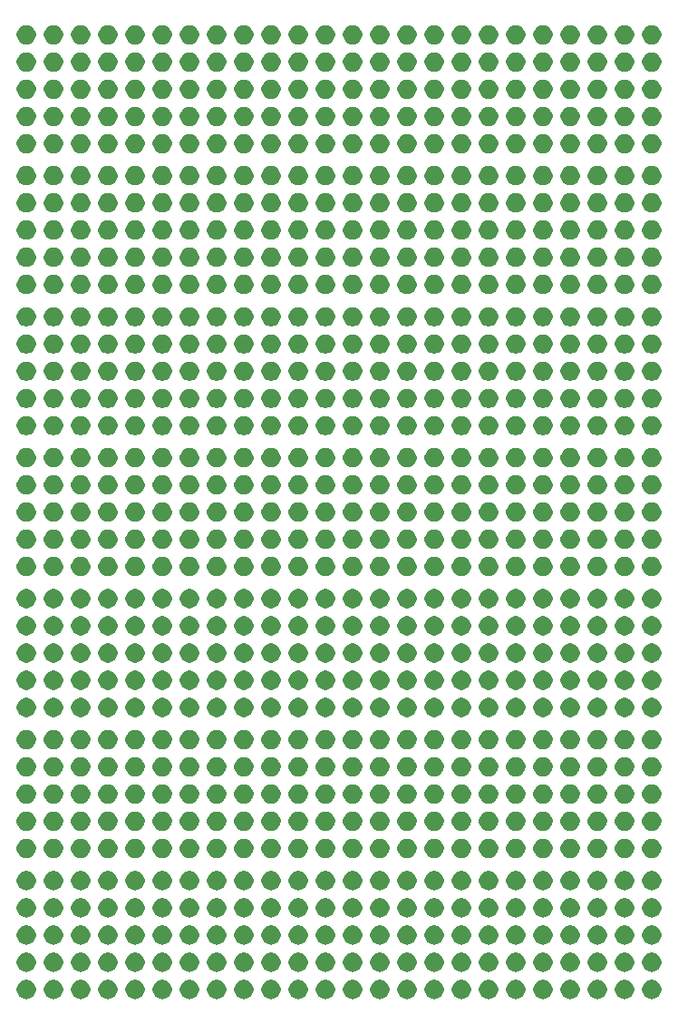
<source format=gbr>
G04 #@! TF.GenerationSoftware,KiCad,Pcbnew,5.1.5-52549c5~86~ubuntu18.04.1*
G04 #@! TF.CreationDate,2020-08-06T00:34:13-05:00*
G04 #@! TF.ProjectId,,58585858-5858-4585-9858-585858585858,rev?*
G04 #@! TF.SameCoordinates,Original*
G04 #@! TF.FileFunction,Soldermask,Bot*
G04 #@! TF.FilePolarity,Negative*
%FSLAX46Y46*%
G04 Gerber Fmt 4.6, Leading zero omitted, Abs format (unit mm)*
G04 Created by KiCad (PCBNEW 5.1.5-52549c5~86~ubuntu18.04.1) date 2020-08-06 00:34:13*
%MOMM*%
%LPD*%
G04 APERTURE LIST*
%ADD10C,0.100000*%
G04 APERTURE END LIST*
D10*
G36*
X97168512Y-123048927D02*
G01*
X97317812Y-123078624D01*
X97481784Y-123146544D01*
X97629354Y-123245147D01*
X97754853Y-123370646D01*
X97853456Y-123518216D01*
X97921376Y-123682188D01*
X97956000Y-123856259D01*
X97956000Y-124033741D01*
X97921376Y-124207812D01*
X97853456Y-124371784D01*
X97754853Y-124519354D01*
X97629354Y-124644853D01*
X97481784Y-124743456D01*
X97317812Y-124811376D01*
X97168512Y-124841073D01*
X97143742Y-124846000D01*
X96966258Y-124846000D01*
X96941488Y-124841073D01*
X96792188Y-124811376D01*
X96628216Y-124743456D01*
X96480646Y-124644853D01*
X96355147Y-124519354D01*
X96256544Y-124371784D01*
X96188624Y-124207812D01*
X96154000Y-124033741D01*
X96154000Y-123856259D01*
X96188624Y-123682188D01*
X96256544Y-123518216D01*
X96355147Y-123370646D01*
X96480646Y-123245147D01*
X96628216Y-123146544D01*
X96792188Y-123078624D01*
X96941488Y-123048927D01*
X96966258Y-123044000D01*
X97143742Y-123044000D01*
X97168512Y-123048927D01*
G37*
G36*
X102248512Y-123048927D02*
G01*
X102397812Y-123078624D01*
X102561784Y-123146544D01*
X102709354Y-123245147D01*
X102834853Y-123370646D01*
X102933456Y-123518216D01*
X103001376Y-123682188D01*
X103036000Y-123856259D01*
X103036000Y-124033741D01*
X103001376Y-124207812D01*
X102933456Y-124371784D01*
X102834853Y-124519354D01*
X102709354Y-124644853D01*
X102561784Y-124743456D01*
X102397812Y-124811376D01*
X102248512Y-124841073D01*
X102223742Y-124846000D01*
X102046258Y-124846000D01*
X102021488Y-124841073D01*
X101872188Y-124811376D01*
X101708216Y-124743456D01*
X101560646Y-124644853D01*
X101435147Y-124519354D01*
X101336544Y-124371784D01*
X101268624Y-124207812D01*
X101234000Y-124033741D01*
X101234000Y-123856259D01*
X101268624Y-123682188D01*
X101336544Y-123518216D01*
X101435147Y-123370646D01*
X101560646Y-123245147D01*
X101708216Y-123146544D01*
X101872188Y-123078624D01*
X102021488Y-123048927D01*
X102046258Y-123044000D01*
X102223742Y-123044000D01*
X102248512Y-123048927D01*
G37*
G36*
X130188512Y-123048927D02*
G01*
X130337812Y-123078624D01*
X130501784Y-123146544D01*
X130649354Y-123245147D01*
X130774853Y-123370646D01*
X130873456Y-123518216D01*
X130941376Y-123682188D01*
X130976000Y-123856259D01*
X130976000Y-124033741D01*
X130941376Y-124207812D01*
X130873456Y-124371784D01*
X130774853Y-124519354D01*
X130649354Y-124644853D01*
X130501784Y-124743456D01*
X130337812Y-124811376D01*
X130188512Y-124841073D01*
X130163742Y-124846000D01*
X129986258Y-124846000D01*
X129961488Y-124841073D01*
X129812188Y-124811376D01*
X129648216Y-124743456D01*
X129500646Y-124644853D01*
X129375147Y-124519354D01*
X129276544Y-124371784D01*
X129208624Y-124207812D01*
X129174000Y-124033741D01*
X129174000Y-123856259D01*
X129208624Y-123682188D01*
X129276544Y-123518216D01*
X129375147Y-123370646D01*
X129500646Y-123245147D01*
X129648216Y-123146544D01*
X129812188Y-123078624D01*
X129961488Y-123048927D01*
X129986258Y-123044000D01*
X130163742Y-123044000D01*
X130188512Y-123048927D01*
G37*
G36*
X125108512Y-123048927D02*
G01*
X125257812Y-123078624D01*
X125421784Y-123146544D01*
X125569354Y-123245147D01*
X125694853Y-123370646D01*
X125793456Y-123518216D01*
X125861376Y-123682188D01*
X125896000Y-123856259D01*
X125896000Y-124033741D01*
X125861376Y-124207812D01*
X125793456Y-124371784D01*
X125694853Y-124519354D01*
X125569354Y-124644853D01*
X125421784Y-124743456D01*
X125257812Y-124811376D01*
X125108512Y-124841073D01*
X125083742Y-124846000D01*
X124906258Y-124846000D01*
X124881488Y-124841073D01*
X124732188Y-124811376D01*
X124568216Y-124743456D01*
X124420646Y-124644853D01*
X124295147Y-124519354D01*
X124196544Y-124371784D01*
X124128624Y-124207812D01*
X124094000Y-124033741D01*
X124094000Y-123856259D01*
X124128624Y-123682188D01*
X124196544Y-123518216D01*
X124295147Y-123370646D01*
X124420646Y-123245147D01*
X124568216Y-123146544D01*
X124732188Y-123078624D01*
X124881488Y-123048927D01*
X124906258Y-123044000D01*
X125083742Y-123044000D01*
X125108512Y-123048927D01*
G37*
G36*
X122568512Y-123048927D02*
G01*
X122717812Y-123078624D01*
X122881784Y-123146544D01*
X123029354Y-123245147D01*
X123154853Y-123370646D01*
X123253456Y-123518216D01*
X123321376Y-123682188D01*
X123356000Y-123856259D01*
X123356000Y-124033741D01*
X123321376Y-124207812D01*
X123253456Y-124371784D01*
X123154853Y-124519354D01*
X123029354Y-124644853D01*
X122881784Y-124743456D01*
X122717812Y-124811376D01*
X122568512Y-124841073D01*
X122543742Y-124846000D01*
X122366258Y-124846000D01*
X122341488Y-124841073D01*
X122192188Y-124811376D01*
X122028216Y-124743456D01*
X121880646Y-124644853D01*
X121755147Y-124519354D01*
X121656544Y-124371784D01*
X121588624Y-124207812D01*
X121554000Y-124033741D01*
X121554000Y-123856259D01*
X121588624Y-123682188D01*
X121656544Y-123518216D01*
X121755147Y-123370646D01*
X121880646Y-123245147D01*
X122028216Y-123146544D01*
X122192188Y-123078624D01*
X122341488Y-123048927D01*
X122366258Y-123044000D01*
X122543742Y-123044000D01*
X122568512Y-123048927D01*
G37*
G36*
X120028512Y-123048927D02*
G01*
X120177812Y-123078624D01*
X120341784Y-123146544D01*
X120489354Y-123245147D01*
X120614853Y-123370646D01*
X120713456Y-123518216D01*
X120781376Y-123682188D01*
X120816000Y-123856259D01*
X120816000Y-124033741D01*
X120781376Y-124207812D01*
X120713456Y-124371784D01*
X120614853Y-124519354D01*
X120489354Y-124644853D01*
X120341784Y-124743456D01*
X120177812Y-124811376D01*
X120028512Y-124841073D01*
X120003742Y-124846000D01*
X119826258Y-124846000D01*
X119801488Y-124841073D01*
X119652188Y-124811376D01*
X119488216Y-124743456D01*
X119340646Y-124644853D01*
X119215147Y-124519354D01*
X119116544Y-124371784D01*
X119048624Y-124207812D01*
X119014000Y-124033741D01*
X119014000Y-123856259D01*
X119048624Y-123682188D01*
X119116544Y-123518216D01*
X119215147Y-123370646D01*
X119340646Y-123245147D01*
X119488216Y-123146544D01*
X119652188Y-123078624D01*
X119801488Y-123048927D01*
X119826258Y-123044000D01*
X120003742Y-123044000D01*
X120028512Y-123048927D01*
G37*
G36*
X117488512Y-123048927D02*
G01*
X117637812Y-123078624D01*
X117801784Y-123146544D01*
X117949354Y-123245147D01*
X118074853Y-123370646D01*
X118173456Y-123518216D01*
X118241376Y-123682188D01*
X118276000Y-123856259D01*
X118276000Y-124033741D01*
X118241376Y-124207812D01*
X118173456Y-124371784D01*
X118074853Y-124519354D01*
X117949354Y-124644853D01*
X117801784Y-124743456D01*
X117637812Y-124811376D01*
X117488512Y-124841073D01*
X117463742Y-124846000D01*
X117286258Y-124846000D01*
X117261488Y-124841073D01*
X117112188Y-124811376D01*
X116948216Y-124743456D01*
X116800646Y-124644853D01*
X116675147Y-124519354D01*
X116576544Y-124371784D01*
X116508624Y-124207812D01*
X116474000Y-124033741D01*
X116474000Y-123856259D01*
X116508624Y-123682188D01*
X116576544Y-123518216D01*
X116675147Y-123370646D01*
X116800646Y-123245147D01*
X116948216Y-123146544D01*
X117112188Y-123078624D01*
X117261488Y-123048927D01*
X117286258Y-123044000D01*
X117463742Y-123044000D01*
X117488512Y-123048927D01*
G37*
G36*
X114948512Y-123048927D02*
G01*
X115097812Y-123078624D01*
X115261784Y-123146544D01*
X115409354Y-123245147D01*
X115534853Y-123370646D01*
X115633456Y-123518216D01*
X115701376Y-123682188D01*
X115736000Y-123856259D01*
X115736000Y-124033741D01*
X115701376Y-124207812D01*
X115633456Y-124371784D01*
X115534853Y-124519354D01*
X115409354Y-124644853D01*
X115261784Y-124743456D01*
X115097812Y-124811376D01*
X114948512Y-124841073D01*
X114923742Y-124846000D01*
X114746258Y-124846000D01*
X114721488Y-124841073D01*
X114572188Y-124811376D01*
X114408216Y-124743456D01*
X114260646Y-124644853D01*
X114135147Y-124519354D01*
X114036544Y-124371784D01*
X113968624Y-124207812D01*
X113934000Y-124033741D01*
X113934000Y-123856259D01*
X113968624Y-123682188D01*
X114036544Y-123518216D01*
X114135147Y-123370646D01*
X114260646Y-123245147D01*
X114408216Y-123146544D01*
X114572188Y-123078624D01*
X114721488Y-123048927D01*
X114746258Y-123044000D01*
X114923742Y-123044000D01*
X114948512Y-123048927D01*
G37*
G36*
X112408512Y-123048927D02*
G01*
X112557812Y-123078624D01*
X112721784Y-123146544D01*
X112869354Y-123245147D01*
X112994853Y-123370646D01*
X113093456Y-123518216D01*
X113161376Y-123682188D01*
X113196000Y-123856259D01*
X113196000Y-124033741D01*
X113161376Y-124207812D01*
X113093456Y-124371784D01*
X112994853Y-124519354D01*
X112869354Y-124644853D01*
X112721784Y-124743456D01*
X112557812Y-124811376D01*
X112408512Y-124841073D01*
X112383742Y-124846000D01*
X112206258Y-124846000D01*
X112181488Y-124841073D01*
X112032188Y-124811376D01*
X111868216Y-124743456D01*
X111720646Y-124644853D01*
X111595147Y-124519354D01*
X111496544Y-124371784D01*
X111428624Y-124207812D01*
X111394000Y-124033741D01*
X111394000Y-123856259D01*
X111428624Y-123682188D01*
X111496544Y-123518216D01*
X111595147Y-123370646D01*
X111720646Y-123245147D01*
X111868216Y-123146544D01*
X112032188Y-123078624D01*
X112181488Y-123048927D01*
X112206258Y-123044000D01*
X112383742Y-123044000D01*
X112408512Y-123048927D01*
G37*
G36*
X109868512Y-123048927D02*
G01*
X110017812Y-123078624D01*
X110181784Y-123146544D01*
X110329354Y-123245147D01*
X110454853Y-123370646D01*
X110553456Y-123518216D01*
X110621376Y-123682188D01*
X110656000Y-123856259D01*
X110656000Y-124033741D01*
X110621376Y-124207812D01*
X110553456Y-124371784D01*
X110454853Y-124519354D01*
X110329354Y-124644853D01*
X110181784Y-124743456D01*
X110017812Y-124811376D01*
X109868512Y-124841073D01*
X109843742Y-124846000D01*
X109666258Y-124846000D01*
X109641488Y-124841073D01*
X109492188Y-124811376D01*
X109328216Y-124743456D01*
X109180646Y-124644853D01*
X109055147Y-124519354D01*
X108956544Y-124371784D01*
X108888624Y-124207812D01*
X108854000Y-124033741D01*
X108854000Y-123856259D01*
X108888624Y-123682188D01*
X108956544Y-123518216D01*
X109055147Y-123370646D01*
X109180646Y-123245147D01*
X109328216Y-123146544D01*
X109492188Y-123078624D01*
X109641488Y-123048927D01*
X109666258Y-123044000D01*
X109843742Y-123044000D01*
X109868512Y-123048927D01*
G37*
G36*
X107328512Y-123048927D02*
G01*
X107477812Y-123078624D01*
X107641784Y-123146544D01*
X107789354Y-123245147D01*
X107914853Y-123370646D01*
X108013456Y-123518216D01*
X108081376Y-123682188D01*
X108116000Y-123856259D01*
X108116000Y-124033741D01*
X108081376Y-124207812D01*
X108013456Y-124371784D01*
X107914853Y-124519354D01*
X107789354Y-124644853D01*
X107641784Y-124743456D01*
X107477812Y-124811376D01*
X107328512Y-124841073D01*
X107303742Y-124846000D01*
X107126258Y-124846000D01*
X107101488Y-124841073D01*
X106952188Y-124811376D01*
X106788216Y-124743456D01*
X106640646Y-124644853D01*
X106515147Y-124519354D01*
X106416544Y-124371784D01*
X106348624Y-124207812D01*
X106314000Y-124033741D01*
X106314000Y-123856259D01*
X106348624Y-123682188D01*
X106416544Y-123518216D01*
X106515147Y-123370646D01*
X106640646Y-123245147D01*
X106788216Y-123146544D01*
X106952188Y-123078624D01*
X107101488Y-123048927D01*
X107126258Y-123044000D01*
X107303742Y-123044000D01*
X107328512Y-123048927D01*
G37*
G36*
X104788512Y-123048927D02*
G01*
X104937812Y-123078624D01*
X105101784Y-123146544D01*
X105249354Y-123245147D01*
X105374853Y-123370646D01*
X105473456Y-123518216D01*
X105541376Y-123682188D01*
X105576000Y-123856259D01*
X105576000Y-124033741D01*
X105541376Y-124207812D01*
X105473456Y-124371784D01*
X105374853Y-124519354D01*
X105249354Y-124644853D01*
X105101784Y-124743456D01*
X104937812Y-124811376D01*
X104788512Y-124841073D01*
X104763742Y-124846000D01*
X104586258Y-124846000D01*
X104561488Y-124841073D01*
X104412188Y-124811376D01*
X104248216Y-124743456D01*
X104100646Y-124644853D01*
X103975147Y-124519354D01*
X103876544Y-124371784D01*
X103808624Y-124207812D01*
X103774000Y-124033741D01*
X103774000Y-123856259D01*
X103808624Y-123682188D01*
X103876544Y-123518216D01*
X103975147Y-123370646D01*
X104100646Y-123245147D01*
X104248216Y-123146544D01*
X104412188Y-123078624D01*
X104561488Y-123048927D01*
X104586258Y-123044000D01*
X104763742Y-123044000D01*
X104788512Y-123048927D01*
G37*
G36*
X127648512Y-123048927D02*
G01*
X127797812Y-123078624D01*
X127961784Y-123146544D01*
X128109354Y-123245147D01*
X128234853Y-123370646D01*
X128333456Y-123518216D01*
X128401376Y-123682188D01*
X128436000Y-123856259D01*
X128436000Y-124033741D01*
X128401376Y-124207812D01*
X128333456Y-124371784D01*
X128234853Y-124519354D01*
X128109354Y-124644853D01*
X127961784Y-124743456D01*
X127797812Y-124811376D01*
X127648512Y-124841073D01*
X127623742Y-124846000D01*
X127446258Y-124846000D01*
X127421488Y-124841073D01*
X127272188Y-124811376D01*
X127108216Y-124743456D01*
X126960646Y-124644853D01*
X126835147Y-124519354D01*
X126736544Y-124371784D01*
X126668624Y-124207812D01*
X126634000Y-124033741D01*
X126634000Y-123856259D01*
X126668624Y-123682188D01*
X126736544Y-123518216D01*
X126835147Y-123370646D01*
X126960646Y-123245147D01*
X127108216Y-123146544D01*
X127272188Y-123078624D01*
X127421488Y-123048927D01*
X127446258Y-123044000D01*
X127623742Y-123044000D01*
X127648512Y-123048927D01*
G37*
G36*
X71768512Y-123048927D02*
G01*
X71917812Y-123078624D01*
X72081784Y-123146544D01*
X72229354Y-123245147D01*
X72354853Y-123370646D01*
X72453456Y-123518216D01*
X72521376Y-123682188D01*
X72556000Y-123856259D01*
X72556000Y-124033741D01*
X72521376Y-124207812D01*
X72453456Y-124371784D01*
X72354853Y-124519354D01*
X72229354Y-124644853D01*
X72081784Y-124743456D01*
X71917812Y-124811376D01*
X71768512Y-124841073D01*
X71743742Y-124846000D01*
X71566258Y-124846000D01*
X71541488Y-124841073D01*
X71392188Y-124811376D01*
X71228216Y-124743456D01*
X71080646Y-124644853D01*
X70955147Y-124519354D01*
X70856544Y-124371784D01*
X70788624Y-124207812D01*
X70754000Y-124033741D01*
X70754000Y-123856259D01*
X70788624Y-123682188D01*
X70856544Y-123518216D01*
X70955147Y-123370646D01*
X71080646Y-123245147D01*
X71228216Y-123146544D01*
X71392188Y-123078624D01*
X71541488Y-123048927D01*
X71566258Y-123044000D01*
X71743742Y-123044000D01*
X71768512Y-123048927D01*
G37*
G36*
X99708512Y-123048927D02*
G01*
X99857812Y-123078624D01*
X100021784Y-123146544D01*
X100169354Y-123245147D01*
X100294853Y-123370646D01*
X100393456Y-123518216D01*
X100461376Y-123682188D01*
X100496000Y-123856259D01*
X100496000Y-124033741D01*
X100461376Y-124207812D01*
X100393456Y-124371784D01*
X100294853Y-124519354D01*
X100169354Y-124644853D01*
X100021784Y-124743456D01*
X99857812Y-124811376D01*
X99708512Y-124841073D01*
X99683742Y-124846000D01*
X99506258Y-124846000D01*
X99481488Y-124841073D01*
X99332188Y-124811376D01*
X99168216Y-124743456D01*
X99020646Y-124644853D01*
X98895147Y-124519354D01*
X98796544Y-124371784D01*
X98728624Y-124207812D01*
X98694000Y-124033741D01*
X98694000Y-123856259D01*
X98728624Y-123682188D01*
X98796544Y-123518216D01*
X98895147Y-123370646D01*
X99020646Y-123245147D01*
X99168216Y-123146544D01*
X99332188Y-123078624D01*
X99481488Y-123048927D01*
X99506258Y-123044000D01*
X99683742Y-123044000D01*
X99708512Y-123048927D01*
G37*
G36*
X94628512Y-123048927D02*
G01*
X94777812Y-123078624D01*
X94941784Y-123146544D01*
X95089354Y-123245147D01*
X95214853Y-123370646D01*
X95313456Y-123518216D01*
X95381376Y-123682188D01*
X95416000Y-123856259D01*
X95416000Y-124033741D01*
X95381376Y-124207812D01*
X95313456Y-124371784D01*
X95214853Y-124519354D01*
X95089354Y-124644853D01*
X94941784Y-124743456D01*
X94777812Y-124811376D01*
X94628512Y-124841073D01*
X94603742Y-124846000D01*
X94426258Y-124846000D01*
X94401488Y-124841073D01*
X94252188Y-124811376D01*
X94088216Y-124743456D01*
X93940646Y-124644853D01*
X93815147Y-124519354D01*
X93716544Y-124371784D01*
X93648624Y-124207812D01*
X93614000Y-124033741D01*
X93614000Y-123856259D01*
X93648624Y-123682188D01*
X93716544Y-123518216D01*
X93815147Y-123370646D01*
X93940646Y-123245147D01*
X94088216Y-123146544D01*
X94252188Y-123078624D01*
X94401488Y-123048927D01*
X94426258Y-123044000D01*
X94603742Y-123044000D01*
X94628512Y-123048927D01*
G37*
G36*
X92088512Y-123048927D02*
G01*
X92237812Y-123078624D01*
X92401784Y-123146544D01*
X92549354Y-123245147D01*
X92674853Y-123370646D01*
X92773456Y-123518216D01*
X92841376Y-123682188D01*
X92876000Y-123856259D01*
X92876000Y-124033741D01*
X92841376Y-124207812D01*
X92773456Y-124371784D01*
X92674853Y-124519354D01*
X92549354Y-124644853D01*
X92401784Y-124743456D01*
X92237812Y-124811376D01*
X92088512Y-124841073D01*
X92063742Y-124846000D01*
X91886258Y-124846000D01*
X91861488Y-124841073D01*
X91712188Y-124811376D01*
X91548216Y-124743456D01*
X91400646Y-124644853D01*
X91275147Y-124519354D01*
X91176544Y-124371784D01*
X91108624Y-124207812D01*
X91074000Y-124033741D01*
X91074000Y-123856259D01*
X91108624Y-123682188D01*
X91176544Y-123518216D01*
X91275147Y-123370646D01*
X91400646Y-123245147D01*
X91548216Y-123146544D01*
X91712188Y-123078624D01*
X91861488Y-123048927D01*
X91886258Y-123044000D01*
X92063742Y-123044000D01*
X92088512Y-123048927D01*
G37*
G36*
X89548512Y-123048927D02*
G01*
X89697812Y-123078624D01*
X89861784Y-123146544D01*
X90009354Y-123245147D01*
X90134853Y-123370646D01*
X90233456Y-123518216D01*
X90301376Y-123682188D01*
X90336000Y-123856259D01*
X90336000Y-124033741D01*
X90301376Y-124207812D01*
X90233456Y-124371784D01*
X90134853Y-124519354D01*
X90009354Y-124644853D01*
X89861784Y-124743456D01*
X89697812Y-124811376D01*
X89548512Y-124841073D01*
X89523742Y-124846000D01*
X89346258Y-124846000D01*
X89321488Y-124841073D01*
X89172188Y-124811376D01*
X89008216Y-124743456D01*
X88860646Y-124644853D01*
X88735147Y-124519354D01*
X88636544Y-124371784D01*
X88568624Y-124207812D01*
X88534000Y-124033741D01*
X88534000Y-123856259D01*
X88568624Y-123682188D01*
X88636544Y-123518216D01*
X88735147Y-123370646D01*
X88860646Y-123245147D01*
X89008216Y-123146544D01*
X89172188Y-123078624D01*
X89321488Y-123048927D01*
X89346258Y-123044000D01*
X89523742Y-123044000D01*
X89548512Y-123048927D01*
G37*
G36*
X87008512Y-123048927D02*
G01*
X87157812Y-123078624D01*
X87321784Y-123146544D01*
X87469354Y-123245147D01*
X87594853Y-123370646D01*
X87693456Y-123518216D01*
X87761376Y-123682188D01*
X87796000Y-123856259D01*
X87796000Y-124033741D01*
X87761376Y-124207812D01*
X87693456Y-124371784D01*
X87594853Y-124519354D01*
X87469354Y-124644853D01*
X87321784Y-124743456D01*
X87157812Y-124811376D01*
X87008512Y-124841073D01*
X86983742Y-124846000D01*
X86806258Y-124846000D01*
X86781488Y-124841073D01*
X86632188Y-124811376D01*
X86468216Y-124743456D01*
X86320646Y-124644853D01*
X86195147Y-124519354D01*
X86096544Y-124371784D01*
X86028624Y-124207812D01*
X85994000Y-124033741D01*
X85994000Y-123856259D01*
X86028624Y-123682188D01*
X86096544Y-123518216D01*
X86195147Y-123370646D01*
X86320646Y-123245147D01*
X86468216Y-123146544D01*
X86632188Y-123078624D01*
X86781488Y-123048927D01*
X86806258Y-123044000D01*
X86983742Y-123044000D01*
X87008512Y-123048927D01*
G37*
G36*
X81928512Y-123048927D02*
G01*
X82077812Y-123078624D01*
X82241784Y-123146544D01*
X82389354Y-123245147D01*
X82514853Y-123370646D01*
X82613456Y-123518216D01*
X82681376Y-123682188D01*
X82716000Y-123856259D01*
X82716000Y-124033741D01*
X82681376Y-124207812D01*
X82613456Y-124371784D01*
X82514853Y-124519354D01*
X82389354Y-124644853D01*
X82241784Y-124743456D01*
X82077812Y-124811376D01*
X81928512Y-124841073D01*
X81903742Y-124846000D01*
X81726258Y-124846000D01*
X81701488Y-124841073D01*
X81552188Y-124811376D01*
X81388216Y-124743456D01*
X81240646Y-124644853D01*
X81115147Y-124519354D01*
X81016544Y-124371784D01*
X80948624Y-124207812D01*
X80914000Y-124033741D01*
X80914000Y-123856259D01*
X80948624Y-123682188D01*
X81016544Y-123518216D01*
X81115147Y-123370646D01*
X81240646Y-123245147D01*
X81388216Y-123146544D01*
X81552188Y-123078624D01*
X81701488Y-123048927D01*
X81726258Y-123044000D01*
X81903742Y-123044000D01*
X81928512Y-123048927D01*
G37*
G36*
X79388512Y-123048927D02*
G01*
X79537812Y-123078624D01*
X79701784Y-123146544D01*
X79849354Y-123245147D01*
X79974853Y-123370646D01*
X80073456Y-123518216D01*
X80141376Y-123682188D01*
X80176000Y-123856259D01*
X80176000Y-124033741D01*
X80141376Y-124207812D01*
X80073456Y-124371784D01*
X79974853Y-124519354D01*
X79849354Y-124644853D01*
X79701784Y-124743456D01*
X79537812Y-124811376D01*
X79388512Y-124841073D01*
X79363742Y-124846000D01*
X79186258Y-124846000D01*
X79161488Y-124841073D01*
X79012188Y-124811376D01*
X78848216Y-124743456D01*
X78700646Y-124644853D01*
X78575147Y-124519354D01*
X78476544Y-124371784D01*
X78408624Y-124207812D01*
X78374000Y-124033741D01*
X78374000Y-123856259D01*
X78408624Y-123682188D01*
X78476544Y-123518216D01*
X78575147Y-123370646D01*
X78700646Y-123245147D01*
X78848216Y-123146544D01*
X79012188Y-123078624D01*
X79161488Y-123048927D01*
X79186258Y-123044000D01*
X79363742Y-123044000D01*
X79388512Y-123048927D01*
G37*
G36*
X76848512Y-123048927D02*
G01*
X76997812Y-123078624D01*
X77161784Y-123146544D01*
X77309354Y-123245147D01*
X77434853Y-123370646D01*
X77533456Y-123518216D01*
X77601376Y-123682188D01*
X77636000Y-123856259D01*
X77636000Y-124033741D01*
X77601376Y-124207812D01*
X77533456Y-124371784D01*
X77434853Y-124519354D01*
X77309354Y-124644853D01*
X77161784Y-124743456D01*
X76997812Y-124811376D01*
X76848512Y-124841073D01*
X76823742Y-124846000D01*
X76646258Y-124846000D01*
X76621488Y-124841073D01*
X76472188Y-124811376D01*
X76308216Y-124743456D01*
X76160646Y-124644853D01*
X76035147Y-124519354D01*
X75936544Y-124371784D01*
X75868624Y-124207812D01*
X75834000Y-124033741D01*
X75834000Y-123856259D01*
X75868624Y-123682188D01*
X75936544Y-123518216D01*
X76035147Y-123370646D01*
X76160646Y-123245147D01*
X76308216Y-123146544D01*
X76472188Y-123078624D01*
X76621488Y-123048927D01*
X76646258Y-123044000D01*
X76823742Y-123044000D01*
X76848512Y-123048927D01*
G37*
G36*
X74308512Y-123048927D02*
G01*
X74457812Y-123078624D01*
X74621784Y-123146544D01*
X74769354Y-123245147D01*
X74894853Y-123370646D01*
X74993456Y-123518216D01*
X75061376Y-123682188D01*
X75096000Y-123856259D01*
X75096000Y-124033741D01*
X75061376Y-124207812D01*
X74993456Y-124371784D01*
X74894853Y-124519354D01*
X74769354Y-124644853D01*
X74621784Y-124743456D01*
X74457812Y-124811376D01*
X74308512Y-124841073D01*
X74283742Y-124846000D01*
X74106258Y-124846000D01*
X74081488Y-124841073D01*
X73932188Y-124811376D01*
X73768216Y-124743456D01*
X73620646Y-124644853D01*
X73495147Y-124519354D01*
X73396544Y-124371784D01*
X73328624Y-124207812D01*
X73294000Y-124033741D01*
X73294000Y-123856259D01*
X73328624Y-123682188D01*
X73396544Y-123518216D01*
X73495147Y-123370646D01*
X73620646Y-123245147D01*
X73768216Y-123146544D01*
X73932188Y-123078624D01*
X74081488Y-123048927D01*
X74106258Y-123044000D01*
X74283742Y-123044000D01*
X74308512Y-123048927D01*
G37*
G36*
X84468512Y-123048927D02*
G01*
X84617812Y-123078624D01*
X84781784Y-123146544D01*
X84929354Y-123245147D01*
X85054853Y-123370646D01*
X85153456Y-123518216D01*
X85221376Y-123682188D01*
X85256000Y-123856259D01*
X85256000Y-124033741D01*
X85221376Y-124207812D01*
X85153456Y-124371784D01*
X85054853Y-124519354D01*
X84929354Y-124644853D01*
X84781784Y-124743456D01*
X84617812Y-124811376D01*
X84468512Y-124841073D01*
X84443742Y-124846000D01*
X84266258Y-124846000D01*
X84241488Y-124841073D01*
X84092188Y-124811376D01*
X83928216Y-124743456D01*
X83780646Y-124644853D01*
X83655147Y-124519354D01*
X83556544Y-124371784D01*
X83488624Y-124207812D01*
X83454000Y-124033741D01*
X83454000Y-123856259D01*
X83488624Y-123682188D01*
X83556544Y-123518216D01*
X83655147Y-123370646D01*
X83780646Y-123245147D01*
X83928216Y-123146544D01*
X84092188Y-123078624D01*
X84241488Y-123048927D01*
X84266258Y-123044000D01*
X84443742Y-123044000D01*
X84468512Y-123048927D01*
G37*
G36*
X79388512Y-120508927D02*
G01*
X79537812Y-120538624D01*
X79701784Y-120606544D01*
X79849354Y-120705147D01*
X79974853Y-120830646D01*
X80073456Y-120978216D01*
X80141376Y-121142188D01*
X80176000Y-121316259D01*
X80176000Y-121493741D01*
X80141376Y-121667812D01*
X80073456Y-121831784D01*
X79974853Y-121979354D01*
X79849354Y-122104853D01*
X79701784Y-122203456D01*
X79537812Y-122271376D01*
X79388512Y-122301073D01*
X79363742Y-122306000D01*
X79186258Y-122306000D01*
X79161488Y-122301073D01*
X79012188Y-122271376D01*
X78848216Y-122203456D01*
X78700646Y-122104853D01*
X78575147Y-121979354D01*
X78476544Y-121831784D01*
X78408624Y-121667812D01*
X78374000Y-121493741D01*
X78374000Y-121316259D01*
X78408624Y-121142188D01*
X78476544Y-120978216D01*
X78575147Y-120830646D01*
X78700646Y-120705147D01*
X78848216Y-120606544D01*
X79012188Y-120538624D01*
X79161488Y-120508927D01*
X79186258Y-120504000D01*
X79363742Y-120504000D01*
X79388512Y-120508927D01*
G37*
G36*
X81928512Y-120508927D02*
G01*
X82077812Y-120538624D01*
X82241784Y-120606544D01*
X82389354Y-120705147D01*
X82514853Y-120830646D01*
X82613456Y-120978216D01*
X82681376Y-121142188D01*
X82716000Y-121316259D01*
X82716000Y-121493741D01*
X82681376Y-121667812D01*
X82613456Y-121831784D01*
X82514853Y-121979354D01*
X82389354Y-122104853D01*
X82241784Y-122203456D01*
X82077812Y-122271376D01*
X81928512Y-122301073D01*
X81903742Y-122306000D01*
X81726258Y-122306000D01*
X81701488Y-122301073D01*
X81552188Y-122271376D01*
X81388216Y-122203456D01*
X81240646Y-122104853D01*
X81115147Y-121979354D01*
X81016544Y-121831784D01*
X80948624Y-121667812D01*
X80914000Y-121493741D01*
X80914000Y-121316259D01*
X80948624Y-121142188D01*
X81016544Y-120978216D01*
X81115147Y-120830646D01*
X81240646Y-120705147D01*
X81388216Y-120606544D01*
X81552188Y-120538624D01*
X81701488Y-120508927D01*
X81726258Y-120504000D01*
X81903742Y-120504000D01*
X81928512Y-120508927D01*
G37*
G36*
X84468512Y-120508927D02*
G01*
X84617812Y-120538624D01*
X84781784Y-120606544D01*
X84929354Y-120705147D01*
X85054853Y-120830646D01*
X85153456Y-120978216D01*
X85221376Y-121142188D01*
X85256000Y-121316259D01*
X85256000Y-121493741D01*
X85221376Y-121667812D01*
X85153456Y-121831784D01*
X85054853Y-121979354D01*
X84929354Y-122104853D01*
X84781784Y-122203456D01*
X84617812Y-122271376D01*
X84468512Y-122301073D01*
X84443742Y-122306000D01*
X84266258Y-122306000D01*
X84241488Y-122301073D01*
X84092188Y-122271376D01*
X83928216Y-122203456D01*
X83780646Y-122104853D01*
X83655147Y-121979354D01*
X83556544Y-121831784D01*
X83488624Y-121667812D01*
X83454000Y-121493741D01*
X83454000Y-121316259D01*
X83488624Y-121142188D01*
X83556544Y-120978216D01*
X83655147Y-120830646D01*
X83780646Y-120705147D01*
X83928216Y-120606544D01*
X84092188Y-120538624D01*
X84241488Y-120508927D01*
X84266258Y-120504000D01*
X84443742Y-120504000D01*
X84468512Y-120508927D01*
G37*
G36*
X87008512Y-120508927D02*
G01*
X87157812Y-120538624D01*
X87321784Y-120606544D01*
X87469354Y-120705147D01*
X87594853Y-120830646D01*
X87693456Y-120978216D01*
X87761376Y-121142188D01*
X87796000Y-121316259D01*
X87796000Y-121493741D01*
X87761376Y-121667812D01*
X87693456Y-121831784D01*
X87594853Y-121979354D01*
X87469354Y-122104853D01*
X87321784Y-122203456D01*
X87157812Y-122271376D01*
X87008512Y-122301073D01*
X86983742Y-122306000D01*
X86806258Y-122306000D01*
X86781488Y-122301073D01*
X86632188Y-122271376D01*
X86468216Y-122203456D01*
X86320646Y-122104853D01*
X86195147Y-121979354D01*
X86096544Y-121831784D01*
X86028624Y-121667812D01*
X85994000Y-121493741D01*
X85994000Y-121316259D01*
X86028624Y-121142188D01*
X86096544Y-120978216D01*
X86195147Y-120830646D01*
X86320646Y-120705147D01*
X86468216Y-120606544D01*
X86632188Y-120538624D01*
X86781488Y-120508927D01*
X86806258Y-120504000D01*
X86983742Y-120504000D01*
X87008512Y-120508927D01*
G37*
G36*
X89548512Y-120508927D02*
G01*
X89697812Y-120538624D01*
X89861784Y-120606544D01*
X90009354Y-120705147D01*
X90134853Y-120830646D01*
X90233456Y-120978216D01*
X90301376Y-121142188D01*
X90336000Y-121316259D01*
X90336000Y-121493741D01*
X90301376Y-121667812D01*
X90233456Y-121831784D01*
X90134853Y-121979354D01*
X90009354Y-122104853D01*
X89861784Y-122203456D01*
X89697812Y-122271376D01*
X89548512Y-122301073D01*
X89523742Y-122306000D01*
X89346258Y-122306000D01*
X89321488Y-122301073D01*
X89172188Y-122271376D01*
X89008216Y-122203456D01*
X88860646Y-122104853D01*
X88735147Y-121979354D01*
X88636544Y-121831784D01*
X88568624Y-121667812D01*
X88534000Y-121493741D01*
X88534000Y-121316259D01*
X88568624Y-121142188D01*
X88636544Y-120978216D01*
X88735147Y-120830646D01*
X88860646Y-120705147D01*
X89008216Y-120606544D01*
X89172188Y-120538624D01*
X89321488Y-120508927D01*
X89346258Y-120504000D01*
X89523742Y-120504000D01*
X89548512Y-120508927D01*
G37*
G36*
X114948512Y-120508927D02*
G01*
X115097812Y-120538624D01*
X115261784Y-120606544D01*
X115409354Y-120705147D01*
X115534853Y-120830646D01*
X115633456Y-120978216D01*
X115701376Y-121142188D01*
X115736000Y-121316259D01*
X115736000Y-121493741D01*
X115701376Y-121667812D01*
X115633456Y-121831784D01*
X115534853Y-121979354D01*
X115409354Y-122104853D01*
X115261784Y-122203456D01*
X115097812Y-122271376D01*
X114948512Y-122301073D01*
X114923742Y-122306000D01*
X114746258Y-122306000D01*
X114721488Y-122301073D01*
X114572188Y-122271376D01*
X114408216Y-122203456D01*
X114260646Y-122104853D01*
X114135147Y-121979354D01*
X114036544Y-121831784D01*
X113968624Y-121667812D01*
X113934000Y-121493741D01*
X113934000Y-121316259D01*
X113968624Y-121142188D01*
X114036544Y-120978216D01*
X114135147Y-120830646D01*
X114260646Y-120705147D01*
X114408216Y-120606544D01*
X114572188Y-120538624D01*
X114721488Y-120508927D01*
X114746258Y-120504000D01*
X114923742Y-120504000D01*
X114948512Y-120508927D01*
G37*
G36*
X94628512Y-120508927D02*
G01*
X94777812Y-120538624D01*
X94941784Y-120606544D01*
X95089354Y-120705147D01*
X95214853Y-120830646D01*
X95313456Y-120978216D01*
X95381376Y-121142188D01*
X95416000Y-121316259D01*
X95416000Y-121493741D01*
X95381376Y-121667812D01*
X95313456Y-121831784D01*
X95214853Y-121979354D01*
X95089354Y-122104853D01*
X94941784Y-122203456D01*
X94777812Y-122271376D01*
X94628512Y-122301073D01*
X94603742Y-122306000D01*
X94426258Y-122306000D01*
X94401488Y-122301073D01*
X94252188Y-122271376D01*
X94088216Y-122203456D01*
X93940646Y-122104853D01*
X93815147Y-121979354D01*
X93716544Y-121831784D01*
X93648624Y-121667812D01*
X93614000Y-121493741D01*
X93614000Y-121316259D01*
X93648624Y-121142188D01*
X93716544Y-120978216D01*
X93815147Y-120830646D01*
X93940646Y-120705147D01*
X94088216Y-120606544D01*
X94252188Y-120538624D01*
X94401488Y-120508927D01*
X94426258Y-120504000D01*
X94603742Y-120504000D01*
X94628512Y-120508927D01*
G37*
G36*
X97168512Y-120508927D02*
G01*
X97317812Y-120538624D01*
X97481784Y-120606544D01*
X97629354Y-120705147D01*
X97754853Y-120830646D01*
X97853456Y-120978216D01*
X97921376Y-121142188D01*
X97956000Y-121316259D01*
X97956000Y-121493741D01*
X97921376Y-121667812D01*
X97853456Y-121831784D01*
X97754853Y-121979354D01*
X97629354Y-122104853D01*
X97481784Y-122203456D01*
X97317812Y-122271376D01*
X97168512Y-122301073D01*
X97143742Y-122306000D01*
X96966258Y-122306000D01*
X96941488Y-122301073D01*
X96792188Y-122271376D01*
X96628216Y-122203456D01*
X96480646Y-122104853D01*
X96355147Y-121979354D01*
X96256544Y-121831784D01*
X96188624Y-121667812D01*
X96154000Y-121493741D01*
X96154000Y-121316259D01*
X96188624Y-121142188D01*
X96256544Y-120978216D01*
X96355147Y-120830646D01*
X96480646Y-120705147D01*
X96628216Y-120606544D01*
X96792188Y-120538624D01*
X96941488Y-120508927D01*
X96966258Y-120504000D01*
X97143742Y-120504000D01*
X97168512Y-120508927D01*
G37*
G36*
X125108512Y-120508927D02*
G01*
X125257812Y-120538624D01*
X125421784Y-120606544D01*
X125569354Y-120705147D01*
X125694853Y-120830646D01*
X125793456Y-120978216D01*
X125861376Y-121142188D01*
X125896000Y-121316259D01*
X125896000Y-121493741D01*
X125861376Y-121667812D01*
X125793456Y-121831784D01*
X125694853Y-121979354D01*
X125569354Y-122104853D01*
X125421784Y-122203456D01*
X125257812Y-122271376D01*
X125108512Y-122301073D01*
X125083742Y-122306000D01*
X124906258Y-122306000D01*
X124881488Y-122301073D01*
X124732188Y-122271376D01*
X124568216Y-122203456D01*
X124420646Y-122104853D01*
X124295147Y-121979354D01*
X124196544Y-121831784D01*
X124128624Y-121667812D01*
X124094000Y-121493741D01*
X124094000Y-121316259D01*
X124128624Y-121142188D01*
X124196544Y-120978216D01*
X124295147Y-120830646D01*
X124420646Y-120705147D01*
X124568216Y-120606544D01*
X124732188Y-120538624D01*
X124881488Y-120508927D01*
X124906258Y-120504000D01*
X125083742Y-120504000D01*
X125108512Y-120508927D01*
G37*
G36*
X120028512Y-120508927D02*
G01*
X120177812Y-120538624D01*
X120341784Y-120606544D01*
X120489354Y-120705147D01*
X120614853Y-120830646D01*
X120713456Y-120978216D01*
X120781376Y-121142188D01*
X120816000Y-121316259D01*
X120816000Y-121493741D01*
X120781376Y-121667812D01*
X120713456Y-121831784D01*
X120614853Y-121979354D01*
X120489354Y-122104853D01*
X120341784Y-122203456D01*
X120177812Y-122271376D01*
X120028512Y-122301073D01*
X120003742Y-122306000D01*
X119826258Y-122306000D01*
X119801488Y-122301073D01*
X119652188Y-122271376D01*
X119488216Y-122203456D01*
X119340646Y-122104853D01*
X119215147Y-121979354D01*
X119116544Y-121831784D01*
X119048624Y-121667812D01*
X119014000Y-121493741D01*
X119014000Y-121316259D01*
X119048624Y-121142188D01*
X119116544Y-120978216D01*
X119215147Y-120830646D01*
X119340646Y-120705147D01*
X119488216Y-120606544D01*
X119652188Y-120538624D01*
X119801488Y-120508927D01*
X119826258Y-120504000D01*
X120003742Y-120504000D01*
X120028512Y-120508927D01*
G37*
G36*
X117488512Y-120508927D02*
G01*
X117637812Y-120538624D01*
X117801784Y-120606544D01*
X117949354Y-120705147D01*
X118074853Y-120830646D01*
X118173456Y-120978216D01*
X118241376Y-121142188D01*
X118276000Y-121316259D01*
X118276000Y-121493741D01*
X118241376Y-121667812D01*
X118173456Y-121831784D01*
X118074853Y-121979354D01*
X117949354Y-122104853D01*
X117801784Y-122203456D01*
X117637812Y-122271376D01*
X117488512Y-122301073D01*
X117463742Y-122306000D01*
X117286258Y-122306000D01*
X117261488Y-122301073D01*
X117112188Y-122271376D01*
X116948216Y-122203456D01*
X116800646Y-122104853D01*
X116675147Y-121979354D01*
X116576544Y-121831784D01*
X116508624Y-121667812D01*
X116474000Y-121493741D01*
X116474000Y-121316259D01*
X116508624Y-121142188D01*
X116576544Y-120978216D01*
X116675147Y-120830646D01*
X116800646Y-120705147D01*
X116948216Y-120606544D01*
X117112188Y-120538624D01*
X117261488Y-120508927D01*
X117286258Y-120504000D01*
X117463742Y-120504000D01*
X117488512Y-120508927D01*
G37*
G36*
X76848512Y-120508927D02*
G01*
X76997812Y-120538624D01*
X77161784Y-120606544D01*
X77309354Y-120705147D01*
X77434853Y-120830646D01*
X77533456Y-120978216D01*
X77601376Y-121142188D01*
X77636000Y-121316259D01*
X77636000Y-121493741D01*
X77601376Y-121667812D01*
X77533456Y-121831784D01*
X77434853Y-121979354D01*
X77309354Y-122104853D01*
X77161784Y-122203456D01*
X76997812Y-122271376D01*
X76848512Y-122301073D01*
X76823742Y-122306000D01*
X76646258Y-122306000D01*
X76621488Y-122301073D01*
X76472188Y-122271376D01*
X76308216Y-122203456D01*
X76160646Y-122104853D01*
X76035147Y-121979354D01*
X75936544Y-121831784D01*
X75868624Y-121667812D01*
X75834000Y-121493741D01*
X75834000Y-121316259D01*
X75868624Y-121142188D01*
X75936544Y-120978216D01*
X76035147Y-120830646D01*
X76160646Y-120705147D01*
X76308216Y-120606544D01*
X76472188Y-120538624D01*
X76621488Y-120508927D01*
X76646258Y-120504000D01*
X76823742Y-120504000D01*
X76848512Y-120508927D01*
G37*
G36*
X74308512Y-120508927D02*
G01*
X74457812Y-120538624D01*
X74621784Y-120606544D01*
X74769354Y-120705147D01*
X74894853Y-120830646D01*
X74993456Y-120978216D01*
X75061376Y-121142188D01*
X75096000Y-121316259D01*
X75096000Y-121493741D01*
X75061376Y-121667812D01*
X74993456Y-121831784D01*
X74894853Y-121979354D01*
X74769354Y-122104853D01*
X74621784Y-122203456D01*
X74457812Y-122271376D01*
X74308512Y-122301073D01*
X74283742Y-122306000D01*
X74106258Y-122306000D01*
X74081488Y-122301073D01*
X73932188Y-122271376D01*
X73768216Y-122203456D01*
X73620646Y-122104853D01*
X73495147Y-121979354D01*
X73396544Y-121831784D01*
X73328624Y-121667812D01*
X73294000Y-121493741D01*
X73294000Y-121316259D01*
X73328624Y-121142188D01*
X73396544Y-120978216D01*
X73495147Y-120830646D01*
X73620646Y-120705147D01*
X73768216Y-120606544D01*
X73932188Y-120538624D01*
X74081488Y-120508927D01*
X74106258Y-120504000D01*
X74283742Y-120504000D01*
X74308512Y-120508927D01*
G37*
G36*
X127648512Y-120508927D02*
G01*
X127797812Y-120538624D01*
X127961784Y-120606544D01*
X128109354Y-120705147D01*
X128234853Y-120830646D01*
X128333456Y-120978216D01*
X128401376Y-121142188D01*
X128436000Y-121316259D01*
X128436000Y-121493741D01*
X128401376Y-121667812D01*
X128333456Y-121831784D01*
X128234853Y-121979354D01*
X128109354Y-122104853D01*
X127961784Y-122203456D01*
X127797812Y-122271376D01*
X127648512Y-122301073D01*
X127623742Y-122306000D01*
X127446258Y-122306000D01*
X127421488Y-122301073D01*
X127272188Y-122271376D01*
X127108216Y-122203456D01*
X126960646Y-122104853D01*
X126835147Y-121979354D01*
X126736544Y-121831784D01*
X126668624Y-121667812D01*
X126634000Y-121493741D01*
X126634000Y-121316259D01*
X126668624Y-121142188D01*
X126736544Y-120978216D01*
X126835147Y-120830646D01*
X126960646Y-120705147D01*
X127108216Y-120606544D01*
X127272188Y-120538624D01*
X127421488Y-120508927D01*
X127446258Y-120504000D01*
X127623742Y-120504000D01*
X127648512Y-120508927D01*
G37*
G36*
X109868512Y-120508927D02*
G01*
X110017812Y-120538624D01*
X110181784Y-120606544D01*
X110329354Y-120705147D01*
X110454853Y-120830646D01*
X110553456Y-120978216D01*
X110621376Y-121142188D01*
X110656000Y-121316259D01*
X110656000Y-121493741D01*
X110621376Y-121667812D01*
X110553456Y-121831784D01*
X110454853Y-121979354D01*
X110329354Y-122104853D01*
X110181784Y-122203456D01*
X110017812Y-122271376D01*
X109868512Y-122301073D01*
X109843742Y-122306000D01*
X109666258Y-122306000D01*
X109641488Y-122301073D01*
X109492188Y-122271376D01*
X109328216Y-122203456D01*
X109180646Y-122104853D01*
X109055147Y-121979354D01*
X108956544Y-121831784D01*
X108888624Y-121667812D01*
X108854000Y-121493741D01*
X108854000Y-121316259D01*
X108888624Y-121142188D01*
X108956544Y-120978216D01*
X109055147Y-120830646D01*
X109180646Y-120705147D01*
X109328216Y-120606544D01*
X109492188Y-120538624D01*
X109641488Y-120508927D01*
X109666258Y-120504000D01*
X109843742Y-120504000D01*
X109868512Y-120508927D01*
G37*
G36*
X112408512Y-120508927D02*
G01*
X112557812Y-120538624D01*
X112721784Y-120606544D01*
X112869354Y-120705147D01*
X112994853Y-120830646D01*
X113093456Y-120978216D01*
X113161376Y-121142188D01*
X113196000Y-121316259D01*
X113196000Y-121493741D01*
X113161376Y-121667812D01*
X113093456Y-121831784D01*
X112994853Y-121979354D01*
X112869354Y-122104853D01*
X112721784Y-122203456D01*
X112557812Y-122271376D01*
X112408512Y-122301073D01*
X112383742Y-122306000D01*
X112206258Y-122306000D01*
X112181488Y-122301073D01*
X112032188Y-122271376D01*
X111868216Y-122203456D01*
X111720646Y-122104853D01*
X111595147Y-121979354D01*
X111496544Y-121831784D01*
X111428624Y-121667812D01*
X111394000Y-121493741D01*
X111394000Y-121316259D01*
X111428624Y-121142188D01*
X111496544Y-120978216D01*
X111595147Y-120830646D01*
X111720646Y-120705147D01*
X111868216Y-120606544D01*
X112032188Y-120538624D01*
X112181488Y-120508927D01*
X112206258Y-120504000D01*
X112383742Y-120504000D01*
X112408512Y-120508927D01*
G37*
G36*
X107328512Y-120508927D02*
G01*
X107477812Y-120538624D01*
X107641784Y-120606544D01*
X107789354Y-120705147D01*
X107914853Y-120830646D01*
X108013456Y-120978216D01*
X108081376Y-121142188D01*
X108116000Y-121316259D01*
X108116000Y-121493741D01*
X108081376Y-121667812D01*
X108013456Y-121831784D01*
X107914853Y-121979354D01*
X107789354Y-122104853D01*
X107641784Y-122203456D01*
X107477812Y-122271376D01*
X107328512Y-122301073D01*
X107303742Y-122306000D01*
X107126258Y-122306000D01*
X107101488Y-122301073D01*
X106952188Y-122271376D01*
X106788216Y-122203456D01*
X106640646Y-122104853D01*
X106515147Y-121979354D01*
X106416544Y-121831784D01*
X106348624Y-121667812D01*
X106314000Y-121493741D01*
X106314000Y-121316259D01*
X106348624Y-121142188D01*
X106416544Y-120978216D01*
X106515147Y-120830646D01*
X106640646Y-120705147D01*
X106788216Y-120606544D01*
X106952188Y-120538624D01*
X107101488Y-120508927D01*
X107126258Y-120504000D01*
X107303742Y-120504000D01*
X107328512Y-120508927D01*
G37*
G36*
X104788512Y-120508927D02*
G01*
X104937812Y-120538624D01*
X105101784Y-120606544D01*
X105249354Y-120705147D01*
X105374853Y-120830646D01*
X105473456Y-120978216D01*
X105541376Y-121142188D01*
X105576000Y-121316259D01*
X105576000Y-121493741D01*
X105541376Y-121667812D01*
X105473456Y-121831784D01*
X105374853Y-121979354D01*
X105249354Y-122104853D01*
X105101784Y-122203456D01*
X104937812Y-122271376D01*
X104788512Y-122301073D01*
X104763742Y-122306000D01*
X104586258Y-122306000D01*
X104561488Y-122301073D01*
X104412188Y-122271376D01*
X104248216Y-122203456D01*
X104100646Y-122104853D01*
X103975147Y-121979354D01*
X103876544Y-121831784D01*
X103808624Y-121667812D01*
X103774000Y-121493741D01*
X103774000Y-121316259D01*
X103808624Y-121142188D01*
X103876544Y-120978216D01*
X103975147Y-120830646D01*
X104100646Y-120705147D01*
X104248216Y-120606544D01*
X104412188Y-120538624D01*
X104561488Y-120508927D01*
X104586258Y-120504000D01*
X104763742Y-120504000D01*
X104788512Y-120508927D01*
G37*
G36*
X102248512Y-120508927D02*
G01*
X102397812Y-120538624D01*
X102561784Y-120606544D01*
X102709354Y-120705147D01*
X102834853Y-120830646D01*
X102933456Y-120978216D01*
X103001376Y-121142188D01*
X103036000Y-121316259D01*
X103036000Y-121493741D01*
X103001376Y-121667812D01*
X102933456Y-121831784D01*
X102834853Y-121979354D01*
X102709354Y-122104853D01*
X102561784Y-122203456D01*
X102397812Y-122271376D01*
X102248512Y-122301073D01*
X102223742Y-122306000D01*
X102046258Y-122306000D01*
X102021488Y-122301073D01*
X101872188Y-122271376D01*
X101708216Y-122203456D01*
X101560646Y-122104853D01*
X101435147Y-121979354D01*
X101336544Y-121831784D01*
X101268624Y-121667812D01*
X101234000Y-121493741D01*
X101234000Y-121316259D01*
X101268624Y-121142188D01*
X101336544Y-120978216D01*
X101435147Y-120830646D01*
X101560646Y-120705147D01*
X101708216Y-120606544D01*
X101872188Y-120538624D01*
X102021488Y-120508927D01*
X102046258Y-120504000D01*
X102223742Y-120504000D01*
X102248512Y-120508927D01*
G37*
G36*
X130188512Y-120508927D02*
G01*
X130337812Y-120538624D01*
X130501784Y-120606544D01*
X130649354Y-120705147D01*
X130774853Y-120830646D01*
X130873456Y-120978216D01*
X130941376Y-121142188D01*
X130976000Y-121316259D01*
X130976000Y-121493741D01*
X130941376Y-121667812D01*
X130873456Y-121831784D01*
X130774853Y-121979354D01*
X130649354Y-122104853D01*
X130501784Y-122203456D01*
X130337812Y-122271376D01*
X130188512Y-122301073D01*
X130163742Y-122306000D01*
X129986258Y-122306000D01*
X129961488Y-122301073D01*
X129812188Y-122271376D01*
X129648216Y-122203456D01*
X129500646Y-122104853D01*
X129375147Y-121979354D01*
X129276544Y-121831784D01*
X129208624Y-121667812D01*
X129174000Y-121493741D01*
X129174000Y-121316259D01*
X129208624Y-121142188D01*
X129276544Y-120978216D01*
X129375147Y-120830646D01*
X129500646Y-120705147D01*
X129648216Y-120606544D01*
X129812188Y-120538624D01*
X129961488Y-120508927D01*
X129986258Y-120504000D01*
X130163742Y-120504000D01*
X130188512Y-120508927D01*
G37*
G36*
X122568512Y-120508927D02*
G01*
X122717812Y-120538624D01*
X122881784Y-120606544D01*
X123029354Y-120705147D01*
X123154853Y-120830646D01*
X123253456Y-120978216D01*
X123321376Y-121142188D01*
X123356000Y-121316259D01*
X123356000Y-121493741D01*
X123321376Y-121667812D01*
X123253456Y-121831784D01*
X123154853Y-121979354D01*
X123029354Y-122104853D01*
X122881784Y-122203456D01*
X122717812Y-122271376D01*
X122568512Y-122301073D01*
X122543742Y-122306000D01*
X122366258Y-122306000D01*
X122341488Y-122301073D01*
X122192188Y-122271376D01*
X122028216Y-122203456D01*
X121880646Y-122104853D01*
X121755147Y-121979354D01*
X121656544Y-121831784D01*
X121588624Y-121667812D01*
X121554000Y-121493741D01*
X121554000Y-121316259D01*
X121588624Y-121142188D01*
X121656544Y-120978216D01*
X121755147Y-120830646D01*
X121880646Y-120705147D01*
X122028216Y-120606544D01*
X122192188Y-120538624D01*
X122341488Y-120508927D01*
X122366258Y-120504000D01*
X122543742Y-120504000D01*
X122568512Y-120508927D01*
G37*
G36*
X92088512Y-120508927D02*
G01*
X92237812Y-120538624D01*
X92401784Y-120606544D01*
X92549354Y-120705147D01*
X92674853Y-120830646D01*
X92773456Y-120978216D01*
X92841376Y-121142188D01*
X92876000Y-121316259D01*
X92876000Y-121493741D01*
X92841376Y-121667812D01*
X92773456Y-121831784D01*
X92674853Y-121979354D01*
X92549354Y-122104853D01*
X92401784Y-122203456D01*
X92237812Y-122271376D01*
X92088512Y-122301073D01*
X92063742Y-122306000D01*
X91886258Y-122306000D01*
X91861488Y-122301073D01*
X91712188Y-122271376D01*
X91548216Y-122203456D01*
X91400646Y-122104853D01*
X91275147Y-121979354D01*
X91176544Y-121831784D01*
X91108624Y-121667812D01*
X91074000Y-121493741D01*
X91074000Y-121316259D01*
X91108624Y-121142188D01*
X91176544Y-120978216D01*
X91275147Y-120830646D01*
X91400646Y-120705147D01*
X91548216Y-120606544D01*
X91712188Y-120538624D01*
X91861488Y-120508927D01*
X91886258Y-120504000D01*
X92063742Y-120504000D01*
X92088512Y-120508927D01*
G37*
G36*
X71768512Y-120508927D02*
G01*
X71917812Y-120538624D01*
X72081784Y-120606544D01*
X72229354Y-120705147D01*
X72354853Y-120830646D01*
X72453456Y-120978216D01*
X72521376Y-121142188D01*
X72556000Y-121316259D01*
X72556000Y-121493741D01*
X72521376Y-121667812D01*
X72453456Y-121831784D01*
X72354853Y-121979354D01*
X72229354Y-122104853D01*
X72081784Y-122203456D01*
X71917812Y-122271376D01*
X71768512Y-122301073D01*
X71743742Y-122306000D01*
X71566258Y-122306000D01*
X71541488Y-122301073D01*
X71392188Y-122271376D01*
X71228216Y-122203456D01*
X71080646Y-122104853D01*
X70955147Y-121979354D01*
X70856544Y-121831784D01*
X70788624Y-121667812D01*
X70754000Y-121493741D01*
X70754000Y-121316259D01*
X70788624Y-121142188D01*
X70856544Y-120978216D01*
X70955147Y-120830646D01*
X71080646Y-120705147D01*
X71228216Y-120606544D01*
X71392188Y-120538624D01*
X71541488Y-120508927D01*
X71566258Y-120504000D01*
X71743742Y-120504000D01*
X71768512Y-120508927D01*
G37*
G36*
X99708512Y-120508927D02*
G01*
X99857812Y-120538624D01*
X100021784Y-120606544D01*
X100169354Y-120705147D01*
X100294853Y-120830646D01*
X100393456Y-120978216D01*
X100461376Y-121142188D01*
X100496000Y-121316259D01*
X100496000Y-121493741D01*
X100461376Y-121667812D01*
X100393456Y-121831784D01*
X100294853Y-121979354D01*
X100169354Y-122104853D01*
X100021784Y-122203456D01*
X99857812Y-122271376D01*
X99708512Y-122301073D01*
X99683742Y-122306000D01*
X99506258Y-122306000D01*
X99481488Y-122301073D01*
X99332188Y-122271376D01*
X99168216Y-122203456D01*
X99020646Y-122104853D01*
X98895147Y-121979354D01*
X98796544Y-121831784D01*
X98728624Y-121667812D01*
X98694000Y-121493741D01*
X98694000Y-121316259D01*
X98728624Y-121142188D01*
X98796544Y-120978216D01*
X98895147Y-120830646D01*
X99020646Y-120705147D01*
X99168216Y-120606544D01*
X99332188Y-120538624D01*
X99481488Y-120508927D01*
X99506258Y-120504000D01*
X99683742Y-120504000D01*
X99708512Y-120508927D01*
G37*
G36*
X84468512Y-117968927D02*
G01*
X84617812Y-117998624D01*
X84781784Y-118066544D01*
X84929354Y-118165147D01*
X85054853Y-118290646D01*
X85153456Y-118438216D01*
X85221376Y-118602188D01*
X85256000Y-118776259D01*
X85256000Y-118953741D01*
X85221376Y-119127812D01*
X85153456Y-119291784D01*
X85054853Y-119439354D01*
X84929354Y-119564853D01*
X84781784Y-119663456D01*
X84617812Y-119731376D01*
X84468512Y-119761073D01*
X84443742Y-119766000D01*
X84266258Y-119766000D01*
X84241488Y-119761073D01*
X84092188Y-119731376D01*
X83928216Y-119663456D01*
X83780646Y-119564853D01*
X83655147Y-119439354D01*
X83556544Y-119291784D01*
X83488624Y-119127812D01*
X83454000Y-118953741D01*
X83454000Y-118776259D01*
X83488624Y-118602188D01*
X83556544Y-118438216D01*
X83655147Y-118290646D01*
X83780646Y-118165147D01*
X83928216Y-118066544D01*
X84092188Y-117998624D01*
X84241488Y-117968927D01*
X84266258Y-117964000D01*
X84443742Y-117964000D01*
X84468512Y-117968927D01*
G37*
G36*
X87008512Y-117968927D02*
G01*
X87157812Y-117998624D01*
X87321784Y-118066544D01*
X87469354Y-118165147D01*
X87594853Y-118290646D01*
X87693456Y-118438216D01*
X87761376Y-118602188D01*
X87796000Y-118776259D01*
X87796000Y-118953741D01*
X87761376Y-119127812D01*
X87693456Y-119291784D01*
X87594853Y-119439354D01*
X87469354Y-119564853D01*
X87321784Y-119663456D01*
X87157812Y-119731376D01*
X87008512Y-119761073D01*
X86983742Y-119766000D01*
X86806258Y-119766000D01*
X86781488Y-119761073D01*
X86632188Y-119731376D01*
X86468216Y-119663456D01*
X86320646Y-119564853D01*
X86195147Y-119439354D01*
X86096544Y-119291784D01*
X86028624Y-119127812D01*
X85994000Y-118953741D01*
X85994000Y-118776259D01*
X86028624Y-118602188D01*
X86096544Y-118438216D01*
X86195147Y-118290646D01*
X86320646Y-118165147D01*
X86468216Y-118066544D01*
X86632188Y-117998624D01*
X86781488Y-117968927D01*
X86806258Y-117964000D01*
X86983742Y-117964000D01*
X87008512Y-117968927D01*
G37*
G36*
X89548512Y-117968927D02*
G01*
X89697812Y-117998624D01*
X89861784Y-118066544D01*
X90009354Y-118165147D01*
X90134853Y-118290646D01*
X90233456Y-118438216D01*
X90301376Y-118602188D01*
X90336000Y-118776259D01*
X90336000Y-118953741D01*
X90301376Y-119127812D01*
X90233456Y-119291784D01*
X90134853Y-119439354D01*
X90009354Y-119564853D01*
X89861784Y-119663456D01*
X89697812Y-119731376D01*
X89548512Y-119761073D01*
X89523742Y-119766000D01*
X89346258Y-119766000D01*
X89321488Y-119761073D01*
X89172188Y-119731376D01*
X89008216Y-119663456D01*
X88860646Y-119564853D01*
X88735147Y-119439354D01*
X88636544Y-119291784D01*
X88568624Y-119127812D01*
X88534000Y-118953741D01*
X88534000Y-118776259D01*
X88568624Y-118602188D01*
X88636544Y-118438216D01*
X88735147Y-118290646D01*
X88860646Y-118165147D01*
X89008216Y-118066544D01*
X89172188Y-117998624D01*
X89321488Y-117968927D01*
X89346258Y-117964000D01*
X89523742Y-117964000D01*
X89548512Y-117968927D01*
G37*
G36*
X97168512Y-117968927D02*
G01*
X97317812Y-117998624D01*
X97481784Y-118066544D01*
X97629354Y-118165147D01*
X97754853Y-118290646D01*
X97853456Y-118438216D01*
X97921376Y-118602188D01*
X97956000Y-118776259D01*
X97956000Y-118953741D01*
X97921376Y-119127812D01*
X97853456Y-119291784D01*
X97754853Y-119439354D01*
X97629354Y-119564853D01*
X97481784Y-119663456D01*
X97317812Y-119731376D01*
X97168512Y-119761073D01*
X97143742Y-119766000D01*
X96966258Y-119766000D01*
X96941488Y-119761073D01*
X96792188Y-119731376D01*
X96628216Y-119663456D01*
X96480646Y-119564853D01*
X96355147Y-119439354D01*
X96256544Y-119291784D01*
X96188624Y-119127812D01*
X96154000Y-118953741D01*
X96154000Y-118776259D01*
X96188624Y-118602188D01*
X96256544Y-118438216D01*
X96355147Y-118290646D01*
X96480646Y-118165147D01*
X96628216Y-118066544D01*
X96792188Y-117998624D01*
X96941488Y-117968927D01*
X96966258Y-117964000D01*
X97143742Y-117964000D01*
X97168512Y-117968927D01*
G37*
G36*
X94628512Y-117968927D02*
G01*
X94777812Y-117998624D01*
X94941784Y-118066544D01*
X95089354Y-118165147D01*
X95214853Y-118290646D01*
X95313456Y-118438216D01*
X95381376Y-118602188D01*
X95416000Y-118776259D01*
X95416000Y-118953741D01*
X95381376Y-119127812D01*
X95313456Y-119291784D01*
X95214853Y-119439354D01*
X95089354Y-119564853D01*
X94941784Y-119663456D01*
X94777812Y-119731376D01*
X94628512Y-119761073D01*
X94603742Y-119766000D01*
X94426258Y-119766000D01*
X94401488Y-119761073D01*
X94252188Y-119731376D01*
X94088216Y-119663456D01*
X93940646Y-119564853D01*
X93815147Y-119439354D01*
X93716544Y-119291784D01*
X93648624Y-119127812D01*
X93614000Y-118953741D01*
X93614000Y-118776259D01*
X93648624Y-118602188D01*
X93716544Y-118438216D01*
X93815147Y-118290646D01*
X93940646Y-118165147D01*
X94088216Y-118066544D01*
X94252188Y-117998624D01*
X94401488Y-117968927D01*
X94426258Y-117964000D01*
X94603742Y-117964000D01*
X94628512Y-117968927D01*
G37*
G36*
X92088512Y-117968927D02*
G01*
X92237812Y-117998624D01*
X92401784Y-118066544D01*
X92549354Y-118165147D01*
X92674853Y-118290646D01*
X92773456Y-118438216D01*
X92841376Y-118602188D01*
X92876000Y-118776259D01*
X92876000Y-118953741D01*
X92841376Y-119127812D01*
X92773456Y-119291784D01*
X92674853Y-119439354D01*
X92549354Y-119564853D01*
X92401784Y-119663456D01*
X92237812Y-119731376D01*
X92088512Y-119761073D01*
X92063742Y-119766000D01*
X91886258Y-119766000D01*
X91861488Y-119761073D01*
X91712188Y-119731376D01*
X91548216Y-119663456D01*
X91400646Y-119564853D01*
X91275147Y-119439354D01*
X91176544Y-119291784D01*
X91108624Y-119127812D01*
X91074000Y-118953741D01*
X91074000Y-118776259D01*
X91108624Y-118602188D01*
X91176544Y-118438216D01*
X91275147Y-118290646D01*
X91400646Y-118165147D01*
X91548216Y-118066544D01*
X91712188Y-117998624D01*
X91861488Y-117968927D01*
X91886258Y-117964000D01*
X92063742Y-117964000D01*
X92088512Y-117968927D01*
G37*
G36*
X104788512Y-117968927D02*
G01*
X104937812Y-117998624D01*
X105101784Y-118066544D01*
X105249354Y-118165147D01*
X105374853Y-118290646D01*
X105473456Y-118438216D01*
X105541376Y-118602188D01*
X105576000Y-118776259D01*
X105576000Y-118953741D01*
X105541376Y-119127812D01*
X105473456Y-119291784D01*
X105374853Y-119439354D01*
X105249354Y-119564853D01*
X105101784Y-119663456D01*
X104937812Y-119731376D01*
X104788512Y-119761073D01*
X104763742Y-119766000D01*
X104586258Y-119766000D01*
X104561488Y-119761073D01*
X104412188Y-119731376D01*
X104248216Y-119663456D01*
X104100646Y-119564853D01*
X103975147Y-119439354D01*
X103876544Y-119291784D01*
X103808624Y-119127812D01*
X103774000Y-118953741D01*
X103774000Y-118776259D01*
X103808624Y-118602188D01*
X103876544Y-118438216D01*
X103975147Y-118290646D01*
X104100646Y-118165147D01*
X104248216Y-118066544D01*
X104412188Y-117998624D01*
X104561488Y-117968927D01*
X104586258Y-117964000D01*
X104763742Y-117964000D01*
X104788512Y-117968927D01*
G37*
G36*
X102248512Y-117968927D02*
G01*
X102397812Y-117998624D01*
X102561784Y-118066544D01*
X102709354Y-118165147D01*
X102834853Y-118290646D01*
X102933456Y-118438216D01*
X103001376Y-118602188D01*
X103036000Y-118776259D01*
X103036000Y-118953741D01*
X103001376Y-119127812D01*
X102933456Y-119291784D01*
X102834853Y-119439354D01*
X102709354Y-119564853D01*
X102561784Y-119663456D01*
X102397812Y-119731376D01*
X102248512Y-119761073D01*
X102223742Y-119766000D01*
X102046258Y-119766000D01*
X102021488Y-119761073D01*
X101872188Y-119731376D01*
X101708216Y-119663456D01*
X101560646Y-119564853D01*
X101435147Y-119439354D01*
X101336544Y-119291784D01*
X101268624Y-119127812D01*
X101234000Y-118953741D01*
X101234000Y-118776259D01*
X101268624Y-118602188D01*
X101336544Y-118438216D01*
X101435147Y-118290646D01*
X101560646Y-118165147D01*
X101708216Y-118066544D01*
X101872188Y-117998624D01*
X102021488Y-117968927D01*
X102046258Y-117964000D01*
X102223742Y-117964000D01*
X102248512Y-117968927D01*
G37*
G36*
X99708512Y-117968927D02*
G01*
X99857812Y-117998624D01*
X100021784Y-118066544D01*
X100169354Y-118165147D01*
X100294853Y-118290646D01*
X100393456Y-118438216D01*
X100461376Y-118602188D01*
X100496000Y-118776259D01*
X100496000Y-118953741D01*
X100461376Y-119127812D01*
X100393456Y-119291784D01*
X100294853Y-119439354D01*
X100169354Y-119564853D01*
X100021784Y-119663456D01*
X99857812Y-119731376D01*
X99708512Y-119761073D01*
X99683742Y-119766000D01*
X99506258Y-119766000D01*
X99481488Y-119761073D01*
X99332188Y-119731376D01*
X99168216Y-119663456D01*
X99020646Y-119564853D01*
X98895147Y-119439354D01*
X98796544Y-119291784D01*
X98728624Y-119127812D01*
X98694000Y-118953741D01*
X98694000Y-118776259D01*
X98728624Y-118602188D01*
X98796544Y-118438216D01*
X98895147Y-118290646D01*
X99020646Y-118165147D01*
X99168216Y-118066544D01*
X99332188Y-117998624D01*
X99481488Y-117968927D01*
X99506258Y-117964000D01*
X99683742Y-117964000D01*
X99708512Y-117968927D01*
G37*
G36*
X107328512Y-117968927D02*
G01*
X107477812Y-117998624D01*
X107641784Y-118066544D01*
X107789354Y-118165147D01*
X107914853Y-118290646D01*
X108013456Y-118438216D01*
X108081376Y-118602188D01*
X108116000Y-118776259D01*
X108116000Y-118953741D01*
X108081376Y-119127812D01*
X108013456Y-119291784D01*
X107914853Y-119439354D01*
X107789354Y-119564853D01*
X107641784Y-119663456D01*
X107477812Y-119731376D01*
X107328512Y-119761073D01*
X107303742Y-119766000D01*
X107126258Y-119766000D01*
X107101488Y-119761073D01*
X106952188Y-119731376D01*
X106788216Y-119663456D01*
X106640646Y-119564853D01*
X106515147Y-119439354D01*
X106416544Y-119291784D01*
X106348624Y-119127812D01*
X106314000Y-118953741D01*
X106314000Y-118776259D01*
X106348624Y-118602188D01*
X106416544Y-118438216D01*
X106515147Y-118290646D01*
X106640646Y-118165147D01*
X106788216Y-118066544D01*
X106952188Y-117998624D01*
X107101488Y-117968927D01*
X107126258Y-117964000D01*
X107303742Y-117964000D01*
X107328512Y-117968927D01*
G37*
G36*
X109868512Y-117968927D02*
G01*
X110017812Y-117998624D01*
X110181784Y-118066544D01*
X110329354Y-118165147D01*
X110454853Y-118290646D01*
X110553456Y-118438216D01*
X110621376Y-118602188D01*
X110656000Y-118776259D01*
X110656000Y-118953741D01*
X110621376Y-119127812D01*
X110553456Y-119291784D01*
X110454853Y-119439354D01*
X110329354Y-119564853D01*
X110181784Y-119663456D01*
X110017812Y-119731376D01*
X109868512Y-119761073D01*
X109843742Y-119766000D01*
X109666258Y-119766000D01*
X109641488Y-119761073D01*
X109492188Y-119731376D01*
X109328216Y-119663456D01*
X109180646Y-119564853D01*
X109055147Y-119439354D01*
X108956544Y-119291784D01*
X108888624Y-119127812D01*
X108854000Y-118953741D01*
X108854000Y-118776259D01*
X108888624Y-118602188D01*
X108956544Y-118438216D01*
X109055147Y-118290646D01*
X109180646Y-118165147D01*
X109328216Y-118066544D01*
X109492188Y-117998624D01*
X109641488Y-117968927D01*
X109666258Y-117964000D01*
X109843742Y-117964000D01*
X109868512Y-117968927D01*
G37*
G36*
X112408512Y-117968927D02*
G01*
X112557812Y-117998624D01*
X112721784Y-118066544D01*
X112869354Y-118165147D01*
X112994853Y-118290646D01*
X113093456Y-118438216D01*
X113161376Y-118602188D01*
X113196000Y-118776259D01*
X113196000Y-118953741D01*
X113161376Y-119127812D01*
X113093456Y-119291784D01*
X112994853Y-119439354D01*
X112869354Y-119564853D01*
X112721784Y-119663456D01*
X112557812Y-119731376D01*
X112408512Y-119761073D01*
X112383742Y-119766000D01*
X112206258Y-119766000D01*
X112181488Y-119761073D01*
X112032188Y-119731376D01*
X111868216Y-119663456D01*
X111720646Y-119564853D01*
X111595147Y-119439354D01*
X111496544Y-119291784D01*
X111428624Y-119127812D01*
X111394000Y-118953741D01*
X111394000Y-118776259D01*
X111428624Y-118602188D01*
X111496544Y-118438216D01*
X111595147Y-118290646D01*
X111720646Y-118165147D01*
X111868216Y-118066544D01*
X112032188Y-117998624D01*
X112181488Y-117968927D01*
X112206258Y-117964000D01*
X112383742Y-117964000D01*
X112408512Y-117968927D01*
G37*
G36*
X79388512Y-117968927D02*
G01*
X79537812Y-117998624D01*
X79701784Y-118066544D01*
X79849354Y-118165147D01*
X79974853Y-118290646D01*
X80073456Y-118438216D01*
X80141376Y-118602188D01*
X80176000Y-118776259D01*
X80176000Y-118953741D01*
X80141376Y-119127812D01*
X80073456Y-119291784D01*
X79974853Y-119439354D01*
X79849354Y-119564853D01*
X79701784Y-119663456D01*
X79537812Y-119731376D01*
X79388512Y-119761073D01*
X79363742Y-119766000D01*
X79186258Y-119766000D01*
X79161488Y-119761073D01*
X79012188Y-119731376D01*
X78848216Y-119663456D01*
X78700646Y-119564853D01*
X78575147Y-119439354D01*
X78476544Y-119291784D01*
X78408624Y-119127812D01*
X78374000Y-118953741D01*
X78374000Y-118776259D01*
X78408624Y-118602188D01*
X78476544Y-118438216D01*
X78575147Y-118290646D01*
X78700646Y-118165147D01*
X78848216Y-118066544D01*
X79012188Y-117998624D01*
X79161488Y-117968927D01*
X79186258Y-117964000D01*
X79363742Y-117964000D01*
X79388512Y-117968927D01*
G37*
G36*
X81928512Y-117968927D02*
G01*
X82077812Y-117998624D01*
X82241784Y-118066544D01*
X82389354Y-118165147D01*
X82514853Y-118290646D01*
X82613456Y-118438216D01*
X82681376Y-118602188D01*
X82716000Y-118776259D01*
X82716000Y-118953741D01*
X82681376Y-119127812D01*
X82613456Y-119291784D01*
X82514853Y-119439354D01*
X82389354Y-119564853D01*
X82241784Y-119663456D01*
X82077812Y-119731376D01*
X81928512Y-119761073D01*
X81903742Y-119766000D01*
X81726258Y-119766000D01*
X81701488Y-119761073D01*
X81552188Y-119731376D01*
X81388216Y-119663456D01*
X81240646Y-119564853D01*
X81115147Y-119439354D01*
X81016544Y-119291784D01*
X80948624Y-119127812D01*
X80914000Y-118953741D01*
X80914000Y-118776259D01*
X80948624Y-118602188D01*
X81016544Y-118438216D01*
X81115147Y-118290646D01*
X81240646Y-118165147D01*
X81388216Y-118066544D01*
X81552188Y-117998624D01*
X81701488Y-117968927D01*
X81726258Y-117964000D01*
X81903742Y-117964000D01*
X81928512Y-117968927D01*
G37*
G36*
X130188512Y-117968927D02*
G01*
X130337812Y-117998624D01*
X130501784Y-118066544D01*
X130649354Y-118165147D01*
X130774853Y-118290646D01*
X130873456Y-118438216D01*
X130941376Y-118602188D01*
X130976000Y-118776259D01*
X130976000Y-118953741D01*
X130941376Y-119127812D01*
X130873456Y-119291784D01*
X130774853Y-119439354D01*
X130649354Y-119564853D01*
X130501784Y-119663456D01*
X130337812Y-119731376D01*
X130188512Y-119761073D01*
X130163742Y-119766000D01*
X129986258Y-119766000D01*
X129961488Y-119761073D01*
X129812188Y-119731376D01*
X129648216Y-119663456D01*
X129500646Y-119564853D01*
X129375147Y-119439354D01*
X129276544Y-119291784D01*
X129208624Y-119127812D01*
X129174000Y-118953741D01*
X129174000Y-118776259D01*
X129208624Y-118602188D01*
X129276544Y-118438216D01*
X129375147Y-118290646D01*
X129500646Y-118165147D01*
X129648216Y-118066544D01*
X129812188Y-117998624D01*
X129961488Y-117968927D01*
X129986258Y-117964000D01*
X130163742Y-117964000D01*
X130188512Y-117968927D01*
G37*
G36*
X127648512Y-117968927D02*
G01*
X127797812Y-117998624D01*
X127961784Y-118066544D01*
X128109354Y-118165147D01*
X128234853Y-118290646D01*
X128333456Y-118438216D01*
X128401376Y-118602188D01*
X128436000Y-118776259D01*
X128436000Y-118953741D01*
X128401376Y-119127812D01*
X128333456Y-119291784D01*
X128234853Y-119439354D01*
X128109354Y-119564853D01*
X127961784Y-119663456D01*
X127797812Y-119731376D01*
X127648512Y-119761073D01*
X127623742Y-119766000D01*
X127446258Y-119766000D01*
X127421488Y-119761073D01*
X127272188Y-119731376D01*
X127108216Y-119663456D01*
X126960646Y-119564853D01*
X126835147Y-119439354D01*
X126736544Y-119291784D01*
X126668624Y-119127812D01*
X126634000Y-118953741D01*
X126634000Y-118776259D01*
X126668624Y-118602188D01*
X126736544Y-118438216D01*
X126835147Y-118290646D01*
X126960646Y-118165147D01*
X127108216Y-118066544D01*
X127272188Y-117998624D01*
X127421488Y-117968927D01*
X127446258Y-117964000D01*
X127623742Y-117964000D01*
X127648512Y-117968927D01*
G37*
G36*
X125108512Y-117968927D02*
G01*
X125257812Y-117998624D01*
X125421784Y-118066544D01*
X125569354Y-118165147D01*
X125694853Y-118290646D01*
X125793456Y-118438216D01*
X125861376Y-118602188D01*
X125896000Y-118776259D01*
X125896000Y-118953741D01*
X125861376Y-119127812D01*
X125793456Y-119291784D01*
X125694853Y-119439354D01*
X125569354Y-119564853D01*
X125421784Y-119663456D01*
X125257812Y-119731376D01*
X125108512Y-119761073D01*
X125083742Y-119766000D01*
X124906258Y-119766000D01*
X124881488Y-119761073D01*
X124732188Y-119731376D01*
X124568216Y-119663456D01*
X124420646Y-119564853D01*
X124295147Y-119439354D01*
X124196544Y-119291784D01*
X124128624Y-119127812D01*
X124094000Y-118953741D01*
X124094000Y-118776259D01*
X124128624Y-118602188D01*
X124196544Y-118438216D01*
X124295147Y-118290646D01*
X124420646Y-118165147D01*
X124568216Y-118066544D01*
X124732188Y-117998624D01*
X124881488Y-117968927D01*
X124906258Y-117964000D01*
X125083742Y-117964000D01*
X125108512Y-117968927D01*
G37*
G36*
X122568512Y-117968927D02*
G01*
X122717812Y-117998624D01*
X122881784Y-118066544D01*
X123029354Y-118165147D01*
X123154853Y-118290646D01*
X123253456Y-118438216D01*
X123321376Y-118602188D01*
X123356000Y-118776259D01*
X123356000Y-118953741D01*
X123321376Y-119127812D01*
X123253456Y-119291784D01*
X123154853Y-119439354D01*
X123029354Y-119564853D01*
X122881784Y-119663456D01*
X122717812Y-119731376D01*
X122568512Y-119761073D01*
X122543742Y-119766000D01*
X122366258Y-119766000D01*
X122341488Y-119761073D01*
X122192188Y-119731376D01*
X122028216Y-119663456D01*
X121880646Y-119564853D01*
X121755147Y-119439354D01*
X121656544Y-119291784D01*
X121588624Y-119127812D01*
X121554000Y-118953741D01*
X121554000Y-118776259D01*
X121588624Y-118602188D01*
X121656544Y-118438216D01*
X121755147Y-118290646D01*
X121880646Y-118165147D01*
X122028216Y-118066544D01*
X122192188Y-117998624D01*
X122341488Y-117968927D01*
X122366258Y-117964000D01*
X122543742Y-117964000D01*
X122568512Y-117968927D01*
G37*
G36*
X120028512Y-117968927D02*
G01*
X120177812Y-117998624D01*
X120341784Y-118066544D01*
X120489354Y-118165147D01*
X120614853Y-118290646D01*
X120713456Y-118438216D01*
X120781376Y-118602188D01*
X120816000Y-118776259D01*
X120816000Y-118953741D01*
X120781376Y-119127812D01*
X120713456Y-119291784D01*
X120614853Y-119439354D01*
X120489354Y-119564853D01*
X120341784Y-119663456D01*
X120177812Y-119731376D01*
X120028512Y-119761073D01*
X120003742Y-119766000D01*
X119826258Y-119766000D01*
X119801488Y-119761073D01*
X119652188Y-119731376D01*
X119488216Y-119663456D01*
X119340646Y-119564853D01*
X119215147Y-119439354D01*
X119116544Y-119291784D01*
X119048624Y-119127812D01*
X119014000Y-118953741D01*
X119014000Y-118776259D01*
X119048624Y-118602188D01*
X119116544Y-118438216D01*
X119215147Y-118290646D01*
X119340646Y-118165147D01*
X119488216Y-118066544D01*
X119652188Y-117998624D01*
X119801488Y-117968927D01*
X119826258Y-117964000D01*
X120003742Y-117964000D01*
X120028512Y-117968927D01*
G37*
G36*
X117488512Y-117968927D02*
G01*
X117637812Y-117998624D01*
X117801784Y-118066544D01*
X117949354Y-118165147D01*
X118074853Y-118290646D01*
X118173456Y-118438216D01*
X118241376Y-118602188D01*
X118276000Y-118776259D01*
X118276000Y-118953741D01*
X118241376Y-119127812D01*
X118173456Y-119291784D01*
X118074853Y-119439354D01*
X117949354Y-119564853D01*
X117801784Y-119663456D01*
X117637812Y-119731376D01*
X117488512Y-119761073D01*
X117463742Y-119766000D01*
X117286258Y-119766000D01*
X117261488Y-119761073D01*
X117112188Y-119731376D01*
X116948216Y-119663456D01*
X116800646Y-119564853D01*
X116675147Y-119439354D01*
X116576544Y-119291784D01*
X116508624Y-119127812D01*
X116474000Y-118953741D01*
X116474000Y-118776259D01*
X116508624Y-118602188D01*
X116576544Y-118438216D01*
X116675147Y-118290646D01*
X116800646Y-118165147D01*
X116948216Y-118066544D01*
X117112188Y-117998624D01*
X117261488Y-117968927D01*
X117286258Y-117964000D01*
X117463742Y-117964000D01*
X117488512Y-117968927D01*
G37*
G36*
X114948512Y-117968927D02*
G01*
X115097812Y-117998624D01*
X115261784Y-118066544D01*
X115409354Y-118165147D01*
X115534853Y-118290646D01*
X115633456Y-118438216D01*
X115701376Y-118602188D01*
X115736000Y-118776259D01*
X115736000Y-118953741D01*
X115701376Y-119127812D01*
X115633456Y-119291784D01*
X115534853Y-119439354D01*
X115409354Y-119564853D01*
X115261784Y-119663456D01*
X115097812Y-119731376D01*
X114948512Y-119761073D01*
X114923742Y-119766000D01*
X114746258Y-119766000D01*
X114721488Y-119761073D01*
X114572188Y-119731376D01*
X114408216Y-119663456D01*
X114260646Y-119564853D01*
X114135147Y-119439354D01*
X114036544Y-119291784D01*
X113968624Y-119127812D01*
X113934000Y-118953741D01*
X113934000Y-118776259D01*
X113968624Y-118602188D01*
X114036544Y-118438216D01*
X114135147Y-118290646D01*
X114260646Y-118165147D01*
X114408216Y-118066544D01*
X114572188Y-117998624D01*
X114721488Y-117968927D01*
X114746258Y-117964000D01*
X114923742Y-117964000D01*
X114948512Y-117968927D01*
G37*
G36*
X71768512Y-117968927D02*
G01*
X71917812Y-117998624D01*
X72081784Y-118066544D01*
X72229354Y-118165147D01*
X72354853Y-118290646D01*
X72453456Y-118438216D01*
X72521376Y-118602188D01*
X72556000Y-118776259D01*
X72556000Y-118953741D01*
X72521376Y-119127812D01*
X72453456Y-119291784D01*
X72354853Y-119439354D01*
X72229354Y-119564853D01*
X72081784Y-119663456D01*
X71917812Y-119731376D01*
X71768512Y-119761073D01*
X71743742Y-119766000D01*
X71566258Y-119766000D01*
X71541488Y-119761073D01*
X71392188Y-119731376D01*
X71228216Y-119663456D01*
X71080646Y-119564853D01*
X70955147Y-119439354D01*
X70856544Y-119291784D01*
X70788624Y-119127812D01*
X70754000Y-118953741D01*
X70754000Y-118776259D01*
X70788624Y-118602188D01*
X70856544Y-118438216D01*
X70955147Y-118290646D01*
X71080646Y-118165147D01*
X71228216Y-118066544D01*
X71392188Y-117998624D01*
X71541488Y-117968927D01*
X71566258Y-117964000D01*
X71743742Y-117964000D01*
X71768512Y-117968927D01*
G37*
G36*
X74308512Y-117968927D02*
G01*
X74457812Y-117998624D01*
X74621784Y-118066544D01*
X74769354Y-118165147D01*
X74894853Y-118290646D01*
X74993456Y-118438216D01*
X75061376Y-118602188D01*
X75096000Y-118776259D01*
X75096000Y-118953741D01*
X75061376Y-119127812D01*
X74993456Y-119291784D01*
X74894853Y-119439354D01*
X74769354Y-119564853D01*
X74621784Y-119663456D01*
X74457812Y-119731376D01*
X74308512Y-119761073D01*
X74283742Y-119766000D01*
X74106258Y-119766000D01*
X74081488Y-119761073D01*
X73932188Y-119731376D01*
X73768216Y-119663456D01*
X73620646Y-119564853D01*
X73495147Y-119439354D01*
X73396544Y-119291784D01*
X73328624Y-119127812D01*
X73294000Y-118953741D01*
X73294000Y-118776259D01*
X73328624Y-118602188D01*
X73396544Y-118438216D01*
X73495147Y-118290646D01*
X73620646Y-118165147D01*
X73768216Y-118066544D01*
X73932188Y-117998624D01*
X74081488Y-117968927D01*
X74106258Y-117964000D01*
X74283742Y-117964000D01*
X74308512Y-117968927D01*
G37*
G36*
X76848512Y-117968927D02*
G01*
X76997812Y-117998624D01*
X77161784Y-118066544D01*
X77309354Y-118165147D01*
X77434853Y-118290646D01*
X77533456Y-118438216D01*
X77601376Y-118602188D01*
X77636000Y-118776259D01*
X77636000Y-118953741D01*
X77601376Y-119127812D01*
X77533456Y-119291784D01*
X77434853Y-119439354D01*
X77309354Y-119564853D01*
X77161784Y-119663456D01*
X76997812Y-119731376D01*
X76848512Y-119761073D01*
X76823742Y-119766000D01*
X76646258Y-119766000D01*
X76621488Y-119761073D01*
X76472188Y-119731376D01*
X76308216Y-119663456D01*
X76160646Y-119564853D01*
X76035147Y-119439354D01*
X75936544Y-119291784D01*
X75868624Y-119127812D01*
X75834000Y-118953741D01*
X75834000Y-118776259D01*
X75868624Y-118602188D01*
X75936544Y-118438216D01*
X76035147Y-118290646D01*
X76160646Y-118165147D01*
X76308216Y-118066544D01*
X76472188Y-117998624D01*
X76621488Y-117968927D01*
X76646258Y-117964000D01*
X76823742Y-117964000D01*
X76848512Y-117968927D01*
G37*
G36*
X81928512Y-115428927D02*
G01*
X82077812Y-115458624D01*
X82241784Y-115526544D01*
X82389354Y-115625147D01*
X82514853Y-115750646D01*
X82613456Y-115898216D01*
X82681376Y-116062188D01*
X82716000Y-116236259D01*
X82716000Y-116413741D01*
X82681376Y-116587812D01*
X82613456Y-116751784D01*
X82514853Y-116899354D01*
X82389354Y-117024853D01*
X82241784Y-117123456D01*
X82077812Y-117191376D01*
X81928512Y-117221073D01*
X81903742Y-117226000D01*
X81726258Y-117226000D01*
X81701488Y-117221073D01*
X81552188Y-117191376D01*
X81388216Y-117123456D01*
X81240646Y-117024853D01*
X81115147Y-116899354D01*
X81016544Y-116751784D01*
X80948624Y-116587812D01*
X80914000Y-116413741D01*
X80914000Y-116236259D01*
X80948624Y-116062188D01*
X81016544Y-115898216D01*
X81115147Y-115750646D01*
X81240646Y-115625147D01*
X81388216Y-115526544D01*
X81552188Y-115458624D01*
X81701488Y-115428927D01*
X81726258Y-115424000D01*
X81903742Y-115424000D01*
X81928512Y-115428927D01*
G37*
G36*
X84468512Y-115428927D02*
G01*
X84617812Y-115458624D01*
X84781784Y-115526544D01*
X84929354Y-115625147D01*
X85054853Y-115750646D01*
X85153456Y-115898216D01*
X85221376Y-116062188D01*
X85256000Y-116236259D01*
X85256000Y-116413741D01*
X85221376Y-116587812D01*
X85153456Y-116751784D01*
X85054853Y-116899354D01*
X84929354Y-117024853D01*
X84781784Y-117123456D01*
X84617812Y-117191376D01*
X84468512Y-117221073D01*
X84443742Y-117226000D01*
X84266258Y-117226000D01*
X84241488Y-117221073D01*
X84092188Y-117191376D01*
X83928216Y-117123456D01*
X83780646Y-117024853D01*
X83655147Y-116899354D01*
X83556544Y-116751784D01*
X83488624Y-116587812D01*
X83454000Y-116413741D01*
X83454000Y-116236259D01*
X83488624Y-116062188D01*
X83556544Y-115898216D01*
X83655147Y-115750646D01*
X83780646Y-115625147D01*
X83928216Y-115526544D01*
X84092188Y-115458624D01*
X84241488Y-115428927D01*
X84266258Y-115424000D01*
X84443742Y-115424000D01*
X84468512Y-115428927D01*
G37*
G36*
X87008512Y-115428927D02*
G01*
X87157812Y-115458624D01*
X87321784Y-115526544D01*
X87469354Y-115625147D01*
X87594853Y-115750646D01*
X87693456Y-115898216D01*
X87761376Y-116062188D01*
X87796000Y-116236259D01*
X87796000Y-116413741D01*
X87761376Y-116587812D01*
X87693456Y-116751784D01*
X87594853Y-116899354D01*
X87469354Y-117024853D01*
X87321784Y-117123456D01*
X87157812Y-117191376D01*
X87008512Y-117221073D01*
X86983742Y-117226000D01*
X86806258Y-117226000D01*
X86781488Y-117221073D01*
X86632188Y-117191376D01*
X86468216Y-117123456D01*
X86320646Y-117024853D01*
X86195147Y-116899354D01*
X86096544Y-116751784D01*
X86028624Y-116587812D01*
X85994000Y-116413741D01*
X85994000Y-116236259D01*
X86028624Y-116062188D01*
X86096544Y-115898216D01*
X86195147Y-115750646D01*
X86320646Y-115625147D01*
X86468216Y-115526544D01*
X86632188Y-115458624D01*
X86781488Y-115428927D01*
X86806258Y-115424000D01*
X86983742Y-115424000D01*
X87008512Y-115428927D01*
G37*
G36*
X89548512Y-115428927D02*
G01*
X89697812Y-115458624D01*
X89861784Y-115526544D01*
X90009354Y-115625147D01*
X90134853Y-115750646D01*
X90233456Y-115898216D01*
X90301376Y-116062188D01*
X90336000Y-116236259D01*
X90336000Y-116413741D01*
X90301376Y-116587812D01*
X90233456Y-116751784D01*
X90134853Y-116899354D01*
X90009354Y-117024853D01*
X89861784Y-117123456D01*
X89697812Y-117191376D01*
X89548512Y-117221073D01*
X89523742Y-117226000D01*
X89346258Y-117226000D01*
X89321488Y-117221073D01*
X89172188Y-117191376D01*
X89008216Y-117123456D01*
X88860646Y-117024853D01*
X88735147Y-116899354D01*
X88636544Y-116751784D01*
X88568624Y-116587812D01*
X88534000Y-116413741D01*
X88534000Y-116236259D01*
X88568624Y-116062188D01*
X88636544Y-115898216D01*
X88735147Y-115750646D01*
X88860646Y-115625147D01*
X89008216Y-115526544D01*
X89172188Y-115458624D01*
X89321488Y-115428927D01*
X89346258Y-115424000D01*
X89523742Y-115424000D01*
X89548512Y-115428927D01*
G37*
G36*
X92088512Y-115428927D02*
G01*
X92237812Y-115458624D01*
X92401784Y-115526544D01*
X92549354Y-115625147D01*
X92674853Y-115750646D01*
X92773456Y-115898216D01*
X92841376Y-116062188D01*
X92876000Y-116236259D01*
X92876000Y-116413741D01*
X92841376Y-116587812D01*
X92773456Y-116751784D01*
X92674853Y-116899354D01*
X92549354Y-117024853D01*
X92401784Y-117123456D01*
X92237812Y-117191376D01*
X92088512Y-117221073D01*
X92063742Y-117226000D01*
X91886258Y-117226000D01*
X91861488Y-117221073D01*
X91712188Y-117191376D01*
X91548216Y-117123456D01*
X91400646Y-117024853D01*
X91275147Y-116899354D01*
X91176544Y-116751784D01*
X91108624Y-116587812D01*
X91074000Y-116413741D01*
X91074000Y-116236259D01*
X91108624Y-116062188D01*
X91176544Y-115898216D01*
X91275147Y-115750646D01*
X91400646Y-115625147D01*
X91548216Y-115526544D01*
X91712188Y-115458624D01*
X91861488Y-115428927D01*
X91886258Y-115424000D01*
X92063742Y-115424000D01*
X92088512Y-115428927D01*
G37*
G36*
X94628512Y-115428927D02*
G01*
X94777812Y-115458624D01*
X94941784Y-115526544D01*
X95089354Y-115625147D01*
X95214853Y-115750646D01*
X95313456Y-115898216D01*
X95381376Y-116062188D01*
X95416000Y-116236259D01*
X95416000Y-116413741D01*
X95381376Y-116587812D01*
X95313456Y-116751784D01*
X95214853Y-116899354D01*
X95089354Y-117024853D01*
X94941784Y-117123456D01*
X94777812Y-117191376D01*
X94628512Y-117221073D01*
X94603742Y-117226000D01*
X94426258Y-117226000D01*
X94401488Y-117221073D01*
X94252188Y-117191376D01*
X94088216Y-117123456D01*
X93940646Y-117024853D01*
X93815147Y-116899354D01*
X93716544Y-116751784D01*
X93648624Y-116587812D01*
X93614000Y-116413741D01*
X93614000Y-116236259D01*
X93648624Y-116062188D01*
X93716544Y-115898216D01*
X93815147Y-115750646D01*
X93940646Y-115625147D01*
X94088216Y-115526544D01*
X94252188Y-115458624D01*
X94401488Y-115428927D01*
X94426258Y-115424000D01*
X94603742Y-115424000D01*
X94628512Y-115428927D01*
G37*
G36*
X97168512Y-115428927D02*
G01*
X97317812Y-115458624D01*
X97481784Y-115526544D01*
X97629354Y-115625147D01*
X97754853Y-115750646D01*
X97853456Y-115898216D01*
X97921376Y-116062188D01*
X97956000Y-116236259D01*
X97956000Y-116413741D01*
X97921376Y-116587812D01*
X97853456Y-116751784D01*
X97754853Y-116899354D01*
X97629354Y-117024853D01*
X97481784Y-117123456D01*
X97317812Y-117191376D01*
X97168512Y-117221073D01*
X97143742Y-117226000D01*
X96966258Y-117226000D01*
X96941488Y-117221073D01*
X96792188Y-117191376D01*
X96628216Y-117123456D01*
X96480646Y-117024853D01*
X96355147Y-116899354D01*
X96256544Y-116751784D01*
X96188624Y-116587812D01*
X96154000Y-116413741D01*
X96154000Y-116236259D01*
X96188624Y-116062188D01*
X96256544Y-115898216D01*
X96355147Y-115750646D01*
X96480646Y-115625147D01*
X96628216Y-115526544D01*
X96792188Y-115458624D01*
X96941488Y-115428927D01*
X96966258Y-115424000D01*
X97143742Y-115424000D01*
X97168512Y-115428927D01*
G37*
G36*
X74308512Y-115428927D02*
G01*
X74457812Y-115458624D01*
X74621784Y-115526544D01*
X74769354Y-115625147D01*
X74894853Y-115750646D01*
X74993456Y-115898216D01*
X75061376Y-116062188D01*
X75096000Y-116236259D01*
X75096000Y-116413741D01*
X75061376Y-116587812D01*
X74993456Y-116751784D01*
X74894853Y-116899354D01*
X74769354Y-117024853D01*
X74621784Y-117123456D01*
X74457812Y-117191376D01*
X74308512Y-117221073D01*
X74283742Y-117226000D01*
X74106258Y-117226000D01*
X74081488Y-117221073D01*
X73932188Y-117191376D01*
X73768216Y-117123456D01*
X73620646Y-117024853D01*
X73495147Y-116899354D01*
X73396544Y-116751784D01*
X73328624Y-116587812D01*
X73294000Y-116413741D01*
X73294000Y-116236259D01*
X73328624Y-116062188D01*
X73396544Y-115898216D01*
X73495147Y-115750646D01*
X73620646Y-115625147D01*
X73768216Y-115526544D01*
X73932188Y-115458624D01*
X74081488Y-115428927D01*
X74106258Y-115424000D01*
X74283742Y-115424000D01*
X74308512Y-115428927D01*
G37*
G36*
X76848512Y-115428927D02*
G01*
X76997812Y-115458624D01*
X77161784Y-115526544D01*
X77309354Y-115625147D01*
X77434853Y-115750646D01*
X77533456Y-115898216D01*
X77601376Y-116062188D01*
X77636000Y-116236259D01*
X77636000Y-116413741D01*
X77601376Y-116587812D01*
X77533456Y-116751784D01*
X77434853Y-116899354D01*
X77309354Y-117024853D01*
X77161784Y-117123456D01*
X76997812Y-117191376D01*
X76848512Y-117221073D01*
X76823742Y-117226000D01*
X76646258Y-117226000D01*
X76621488Y-117221073D01*
X76472188Y-117191376D01*
X76308216Y-117123456D01*
X76160646Y-117024853D01*
X76035147Y-116899354D01*
X75936544Y-116751784D01*
X75868624Y-116587812D01*
X75834000Y-116413741D01*
X75834000Y-116236259D01*
X75868624Y-116062188D01*
X75936544Y-115898216D01*
X76035147Y-115750646D01*
X76160646Y-115625147D01*
X76308216Y-115526544D01*
X76472188Y-115458624D01*
X76621488Y-115428927D01*
X76646258Y-115424000D01*
X76823742Y-115424000D01*
X76848512Y-115428927D01*
G37*
G36*
X79388512Y-115428927D02*
G01*
X79537812Y-115458624D01*
X79701784Y-115526544D01*
X79849354Y-115625147D01*
X79974853Y-115750646D01*
X80073456Y-115898216D01*
X80141376Y-116062188D01*
X80176000Y-116236259D01*
X80176000Y-116413741D01*
X80141376Y-116587812D01*
X80073456Y-116751784D01*
X79974853Y-116899354D01*
X79849354Y-117024853D01*
X79701784Y-117123456D01*
X79537812Y-117191376D01*
X79388512Y-117221073D01*
X79363742Y-117226000D01*
X79186258Y-117226000D01*
X79161488Y-117221073D01*
X79012188Y-117191376D01*
X78848216Y-117123456D01*
X78700646Y-117024853D01*
X78575147Y-116899354D01*
X78476544Y-116751784D01*
X78408624Y-116587812D01*
X78374000Y-116413741D01*
X78374000Y-116236259D01*
X78408624Y-116062188D01*
X78476544Y-115898216D01*
X78575147Y-115750646D01*
X78700646Y-115625147D01*
X78848216Y-115526544D01*
X79012188Y-115458624D01*
X79161488Y-115428927D01*
X79186258Y-115424000D01*
X79363742Y-115424000D01*
X79388512Y-115428927D01*
G37*
G36*
X71768512Y-115428927D02*
G01*
X71917812Y-115458624D01*
X72081784Y-115526544D01*
X72229354Y-115625147D01*
X72354853Y-115750646D01*
X72453456Y-115898216D01*
X72521376Y-116062188D01*
X72556000Y-116236259D01*
X72556000Y-116413741D01*
X72521376Y-116587812D01*
X72453456Y-116751784D01*
X72354853Y-116899354D01*
X72229354Y-117024853D01*
X72081784Y-117123456D01*
X71917812Y-117191376D01*
X71768512Y-117221073D01*
X71743742Y-117226000D01*
X71566258Y-117226000D01*
X71541488Y-117221073D01*
X71392188Y-117191376D01*
X71228216Y-117123456D01*
X71080646Y-117024853D01*
X70955147Y-116899354D01*
X70856544Y-116751784D01*
X70788624Y-116587812D01*
X70754000Y-116413741D01*
X70754000Y-116236259D01*
X70788624Y-116062188D01*
X70856544Y-115898216D01*
X70955147Y-115750646D01*
X71080646Y-115625147D01*
X71228216Y-115526544D01*
X71392188Y-115458624D01*
X71541488Y-115428927D01*
X71566258Y-115424000D01*
X71743742Y-115424000D01*
X71768512Y-115428927D01*
G37*
G36*
X117488512Y-115428927D02*
G01*
X117637812Y-115458624D01*
X117801784Y-115526544D01*
X117949354Y-115625147D01*
X118074853Y-115750646D01*
X118173456Y-115898216D01*
X118241376Y-116062188D01*
X118276000Y-116236259D01*
X118276000Y-116413741D01*
X118241376Y-116587812D01*
X118173456Y-116751784D01*
X118074853Y-116899354D01*
X117949354Y-117024853D01*
X117801784Y-117123456D01*
X117637812Y-117191376D01*
X117488512Y-117221073D01*
X117463742Y-117226000D01*
X117286258Y-117226000D01*
X117261488Y-117221073D01*
X117112188Y-117191376D01*
X116948216Y-117123456D01*
X116800646Y-117024853D01*
X116675147Y-116899354D01*
X116576544Y-116751784D01*
X116508624Y-116587812D01*
X116474000Y-116413741D01*
X116474000Y-116236259D01*
X116508624Y-116062188D01*
X116576544Y-115898216D01*
X116675147Y-115750646D01*
X116800646Y-115625147D01*
X116948216Y-115526544D01*
X117112188Y-115458624D01*
X117261488Y-115428927D01*
X117286258Y-115424000D01*
X117463742Y-115424000D01*
X117488512Y-115428927D01*
G37*
G36*
X109868512Y-115428927D02*
G01*
X110017812Y-115458624D01*
X110181784Y-115526544D01*
X110329354Y-115625147D01*
X110454853Y-115750646D01*
X110553456Y-115898216D01*
X110621376Y-116062188D01*
X110656000Y-116236259D01*
X110656000Y-116413741D01*
X110621376Y-116587812D01*
X110553456Y-116751784D01*
X110454853Y-116899354D01*
X110329354Y-117024853D01*
X110181784Y-117123456D01*
X110017812Y-117191376D01*
X109868512Y-117221073D01*
X109843742Y-117226000D01*
X109666258Y-117226000D01*
X109641488Y-117221073D01*
X109492188Y-117191376D01*
X109328216Y-117123456D01*
X109180646Y-117024853D01*
X109055147Y-116899354D01*
X108956544Y-116751784D01*
X108888624Y-116587812D01*
X108854000Y-116413741D01*
X108854000Y-116236259D01*
X108888624Y-116062188D01*
X108956544Y-115898216D01*
X109055147Y-115750646D01*
X109180646Y-115625147D01*
X109328216Y-115526544D01*
X109492188Y-115458624D01*
X109641488Y-115428927D01*
X109666258Y-115424000D01*
X109843742Y-115424000D01*
X109868512Y-115428927D01*
G37*
G36*
X107328512Y-115428927D02*
G01*
X107477812Y-115458624D01*
X107641784Y-115526544D01*
X107789354Y-115625147D01*
X107914853Y-115750646D01*
X108013456Y-115898216D01*
X108081376Y-116062188D01*
X108116000Y-116236259D01*
X108116000Y-116413741D01*
X108081376Y-116587812D01*
X108013456Y-116751784D01*
X107914853Y-116899354D01*
X107789354Y-117024853D01*
X107641784Y-117123456D01*
X107477812Y-117191376D01*
X107328512Y-117221073D01*
X107303742Y-117226000D01*
X107126258Y-117226000D01*
X107101488Y-117221073D01*
X106952188Y-117191376D01*
X106788216Y-117123456D01*
X106640646Y-117024853D01*
X106515147Y-116899354D01*
X106416544Y-116751784D01*
X106348624Y-116587812D01*
X106314000Y-116413741D01*
X106314000Y-116236259D01*
X106348624Y-116062188D01*
X106416544Y-115898216D01*
X106515147Y-115750646D01*
X106640646Y-115625147D01*
X106788216Y-115526544D01*
X106952188Y-115458624D01*
X107101488Y-115428927D01*
X107126258Y-115424000D01*
X107303742Y-115424000D01*
X107328512Y-115428927D01*
G37*
G36*
X99708512Y-115428927D02*
G01*
X99857812Y-115458624D01*
X100021784Y-115526544D01*
X100169354Y-115625147D01*
X100294853Y-115750646D01*
X100393456Y-115898216D01*
X100461376Y-116062188D01*
X100496000Y-116236259D01*
X100496000Y-116413741D01*
X100461376Y-116587812D01*
X100393456Y-116751784D01*
X100294853Y-116899354D01*
X100169354Y-117024853D01*
X100021784Y-117123456D01*
X99857812Y-117191376D01*
X99708512Y-117221073D01*
X99683742Y-117226000D01*
X99506258Y-117226000D01*
X99481488Y-117221073D01*
X99332188Y-117191376D01*
X99168216Y-117123456D01*
X99020646Y-117024853D01*
X98895147Y-116899354D01*
X98796544Y-116751784D01*
X98728624Y-116587812D01*
X98694000Y-116413741D01*
X98694000Y-116236259D01*
X98728624Y-116062188D01*
X98796544Y-115898216D01*
X98895147Y-115750646D01*
X99020646Y-115625147D01*
X99168216Y-115526544D01*
X99332188Y-115458624D01*
X99481488Y-115428927D01*
X99506258Y-115424000D01*
X99683742Y-115424000D01*
X99708512Y-115428927D01*
G37*
G36*
X102248512Y-115428927D02*
G01*
X102397812Y-115458624D01*
X102561784Y-115526544D01*
X102709354Y-115625147D01*
X102834853Y-115750646D01*
X102933456Y-115898216D01*
X103001376Y-116062188D01*
X103036000Y-116236259D01*
X103036000Y-116413741D01*
X103001376Y-116587812D01*
X102933456Y-116751784D01*
X102834853Y-116899354D01*
X102709354Y-117024853D01*
X102561784Y-117123456D01*
X102397812Y-117191376D01*
X102248512Y-117221073D01*
X102223742Y-117226000D01*
X102046258Y-117226000D01*
X102021488Y-117221073D01*
X101872188Y-117191376D01*
X101708216Y-117123456D01*
X101560646Y-117024853D01*
X101435147Y-116899354D01*
X101336544Y-116751784D01*
X101268624Y-116587812D01*
X101234000Y-116413741D01*
X101234000Y-116236259D01*
X101268624Y-116062188D01*
X101336544Y-115898216D01*
X101435147Y-115750646D01*
X101560646Y-115625147D01*
X101708216Y-115526544D01*
X101872188Y-115458624D01*
X102021488Y-115428927D01*
X102046258Y-115424000D01*
X102223742Y-115424000D01*
X102248512Y-115428927D01*
G37*
G36*
X104788512Y-115428927D02*
G01*
X104937812Y-115458624D01*
X105101784Y-115526544D01*
X105249354Y-115625147D01*
X105374853Y-115750646D01*
X105473456Y-115898216D01*
X105541376Y-116062188D01*
X105576000Y-116236259D01*
X105576000Y-116413741D01*
X105541376Y-116587812D01*
X105473456Y-116751784D01*
X105374853Y-116899354D01*
X105249354Y-117024853D01*
X105101784Y-117123456D01*
X104937812Y-117191376D01*
X104788512Y-117221073D01*
X104763742Y-117226000D01*
X104586258Y-117226000D01*
X104561488Y-117221073D01*
X104412188Y-117191376D01*
X104248216Y-117123456D01*
X104100646Y-117024853D01*
X103975147Y-116899354D01*
X103876544Y-116751784D01*
X103808624Y-116587812D01*
X103774000Y-116413741D01*
X103774000Y-116236259D01*
X103808624Y-116062188D01*
X103876544Y-115898216D01*
X103975147Y-115750646D01*
X104100646Y-115625147D01*
X104248216Y-115526544D01*
X104412188Y-115458624D01*
X104561488Y-115428927D01*
X104586258Y-115424000D01*
X104763742Y-115424000D01*
X104788512Y-115428927D01*
G37*
G36*
X130188512Y-115428927D02*
G01*
X130337812Y-115458624D01*
X130501784Y-115526544D01*
X130649354Y-115625147D01*
X130774853Y-115750646D01*
X130873456Y-115898216D01*
X130941376Y-116062188D01*
X130976000Y-116236259D01*
X130976000Y-116413741D01*
X130941376Y-116587812D01*
X130873456Y-116751784D01*
X130774853Y-116899354D01*
X130649354Y-117024853D01*
X130501784Y-117123456D01*
X130337812Y-117191376D01*
X130188512Y-117221073D01*
X130163742Y-117226000D01*
X129986258Y-117226000D01*
X129961488Y-117221073D01*
X129812188Y-117191376D01*
X129648216Y-117123456D01*
X129500646Y-117024853D01*
X129375147Y-116899354D01*
X129276544Y-116751784D01*
X129208624Y-116587812D01*
X129174000Y-116413741D01*
X129174000Y-116236259D01*
X129208624Y-116062188D01*
X129276544Y-115898216D01*
X129375147Y-115750646D01*
X129500646Y-115625147D01*
X129648216Y-115526544D01*
X129812188Y-115458624D01*
X129961488Y-115428927D01*
X129986258Y-115424000D01*
X130163742Y-115424000D01*
X130188512Y-115428927D01*
G37*
G36*
X127648512Y-115428927D02*
G01*
X127797812Y-115458624D01*
X127961784Y-115526544D01*
X128109354Y-115625147D01*
X128234853Y-115750646D01*
X128333456Y-115898216D01*
X128401376Y-116062188D01*
X128436000Y-116236259D01*
X128436000Y-116413741D01*
X128401376Y-116587812D01*
X128333456Y-116751784D01*
X128234853Y-116899354D01*
X128109354Y-117024853D01*
X127961784Y-117123456D01*
X127797812Y-117191376D01*
X127648512Y-117221073D01*
X127623742Y-117226000D01*
X127446258Y-117226000D01*
X127421488Y-117221073D01*
X127272188Y-117191376D01*
X127108216Y-117123456D01*
X126960646Y-117024853D01*
X126835147Y-116899354D01*
X126736544Y-116751784D01*
X126668624Y-116587812D01*
X126634000Y-116413741D01*
X126634000Y-116236259D01*
X126668624Y-116062188D01*
X126736544Y-115898216D01*
X126835147Y-115750646D01*
X126960646Y-115625147D01*
X127108216Y-115526544D01*
X127272188Y-115458624D01*
X127421488Y-115428927D01*
X127446258Y-115424000D01*
X127623742Y-115424000D01*
X127648512Y-115428927D01*
G37*
G36*
X122568512Y-115428927D02*
G01*
X122717812Y-115458624D01*
X122881784Y-115526544D01*
X123029354Y-115625147D01*
X123154853Y-115750646D01*
X123253456Y-115898216D01*
X123321376Y-116062188D01*
X123356000Y-116236259D01*
X123356000Y-116413741D01*
X123321376Y-116587812D01*
X123253456Y-116751784D01*
X123154853Y-116899354D01*
X123029354Y-117024853D01*
X122881784Y-117123456D01*
X122717812Y-117191376D01*
X122568512Y-117221073D01*
X122543742Y-117226000D01*
X122366258Y-117226000D01*
X122341488Y-117221073D01*
X122192188Y-117191376D01*
X122028216Y-117123456D01*
X121880646Y-117024853D01*
X121755147Y-116899354D01*
X121656544Y-116751784D01*
X121588624Y-116587812D01*
X121554000Y-116413741D01*
X121554000Y-116236259D01*
X121588624Y-116062188D01*
X121656544Y-115898216D01*
X121755147Y-115750646D01*
X121880646Y-115625147D01*
X122028216Y-115526544D01*
X122192188Y-115458624D01*
X122341488Y-115428927D01*
X122366258Y-115424000D01*
X122543742Y-115424000D01*
X122568512Y-115428927D01*
G37*
G36*
X120028512Y-115428927D02*
G01*
X120177812Y-115458624D01*
X120341784Y-115526544D01*
X120489354Y-115625147D01*
X120614853Y-115750646D01*
X120713456Y-115898216D01*
X120781376Y-116062188D01*
X120816000Y-116236259D01*
X120816000Y-116413741D01*
X120781376Y-116587812D01*
X120713456Y-116751784D01*
X120614853Y-116899354D01*
X120489354Y-117024853D01*
X120341784Y-117123456D01*
X120177812Y-117191376D01*
X120028512Y-117221073D01*
X120003742Y-117226000D01*
X119826258Y-117226000D01*
X119801488Y-117221073D01*
X119652188Y-117191376D01*
X119488216Y-117123456D01*
X119340646Y-117024853D01*
X119215147Y-116899354D01*
X119116544Y-116751784D01*
X119048624Y-116587812D01*
X119014000Y-116413741D01*
X119014000Y-116236259D01*
X119048624Y-116062188D01*
X119116544Y-115898216D01*
X119215147Y-115750646D01*
X119340646Y-115625147D01*
X119488216Y-115526544D01*
X119652188Y-115458624D01*
X119801488Y-115428927D01*
X119826258Y-115424000D01*
X120003742Y-115424000D01*
X120028512Y-115428927D01*
G37*
G36*
X114948512Y-115428927D02*
G01*
X115097812Y-115458624D01*
X115261784Y-115526544D01*
X115409354Y-115625147D01*
X115534853Y-115750646D01*
X115633456Y-115898216D01*
X115701376Y-116062188D01*
X115736000Y-116236259D01*
X115736000Y-116413741D01*
X115701376Y-116587812D01*
X115633456Y-116751784D01*
X115534853Y-116899354D01*
X115409354Y-117024853D01*
X115261784Y-117123456D01*
X115097812Y-117191376D01*
X114948512Y-117221073D01*
X114923742Y-117226000D01*
X114746258Y-117226000D01*
X114721488Y-117221073D01*
X114572188Y-117191376D01*
X114408216Y-117123456D01*
X114260646Y-117024853D01*
X114135147Y-116899354D01*
X114036544Y-116751784D01*
X113968624Y-116587812D01*
X113934000Y-116413741D01*
X113934000Y-116236259D01*
X113968624Y-116062188D01*
X114036544Y-115898216D01*
X114135147Y-115750646D01*
X114260646Y-115625147D01*
X114408216Y-115526544D01*
X114572188Y-115458624D01*
X114721488Y-115428927D01*
X114746258Y-115424000D01*
X114923742Y-115424000D01*
X114948512Y-115428927D01*
G37*
G36*
X112408512Y-115428927D02*
G01*
X112557812Y-115458624D01*
X112721784Y-115526544D01*
X112869354Y-115625147D01*
X112994853Y-115750646D01*
X113093456Y-115898216D01*
X113161376Y-116062188D01*
X113196000Y-116236259D01*
X113196000Y-116413741D01*
X113161376Y-116587812D01*
X113093456Y-116751784D01*
X112994853Y-116899354D01*
X112869354Y-117024853D01*
X112721784Y-117123456D01*
X112557812Y-117191376D01*
X112408512Y-117221073D01*
X112383742Y-117226000D01*
X112206258Y-117226000D01*
X112181488Y-117221073D01*
X112032188Y-117191376D01*
X111868216Y-117123456D01*
X111720646Y-117024853D01*
X111595147Y-116899354D01*
X111496544Y-116751784D01*
X111428624Y-116587812D01*
X111394000Y-116413741D01*
X111394000Y-116236259D01*
X111428624Y-116062188D01*
X111496544Y-115898216D01*
X111595147Y-115750646D01*
X111720646Y-115625147D01*
X111868216Y-115526544D01*
X112032188Y-115458624D01*
X112181488Y-115428927D01*
X112206258Y-115424000D01*
X112383742Y-115424000D01*
X112408512Y-115428927D01*
G37*
G36*
X125108512Y-115428927D02*
G01*
X125257812Y-115458624D01*
X125421784Y-115526544D01*
X125569354Y-115625147D01*
X125694853Y-115750646D01*
X125793456Y-115898216D01*
X125861376Y-116062188D01*
X125896000Y-116236259D01*
X125896000Y-116413741D01*
X125861376Y-116587812D01*
X125793456Y-116751784D01*
X125694853Y-116899354D01*
X125569354Y-117024853D01*
X125421784Y-117123456D01*
X125257812Y-117191376D01*
X125108512Y-117221073D01*
X125083742Y-117226000D01*
X124906258Y-117226000D01*
X124881488Y-117221073D01*
X124732188Y-117191376D01*
X124568216Y-117123456D01*
X124420646Y-117024853D01*
X124295147Y-116899354D01*
X124196544Y-116751784D01*
X124128624Y-116587812D01*
X124094000Y-116413741D01*
X124094000Y-116236259D01*
X124128624Y-116062188D01*
X124196544Y-115898216D01*
X124295147Y-115750646D01*
X124420646Y-115625147D01*
X124568216Y-115526544D01*
X124732188Y-115458624D01*
X124881488Y-115428927D01*
X124906258Y-115424000D01*
X125083742Y-115424000D01*
X125108512Y-115428927D01*
G37*
G36*
X99708512Y-112888927D02*
G01*
X99857812Y-112918624D01*
X100021784Y-112986544D01*
X100169354Y-113085147D01*
X100294853Y-113210646D01*
X100393456Y-113358216D01*
X100461376Y-113522188D01*
X100496000Y-113696259D01*
X100496000Y-113873741D01*
X100461376Y-114047812D01*
X100393456Y-114211784D01*
X100294853Y-114359354D01*
X100169354Y-114484853D01*
X100021784Y-114583456D01*
X99857812Y-114651376D01*
X99708512Y-114681073D01*
X99683742Y-114686000D01*
X99506258Y-114686000D01*
X99481488Y-114681073D01*
X99332188Y-114651376D01*
X99168216Y-114583456D01*
X99020646Y-114484853D01*
X98895147Y-114359354D01*
X98796544Y-114211784D01*
X98728624Y-114047812D01*
X98694000Y-113873741D01*
X98694000Y-113696259D01*
X98728624Y-113522188D01*
X98796544Y-113358216D01*
X98895147Y-113210646D01*
X99020646Y-113085147D01*
X99168216Y-112986544D01*
X99332188Y-112918624D01*
X99481488Y-112888927D01*
X99506258Y-112884000D01*
X99683742Y-112884000D01*
X99708512Y-112888927D01*
G37*
G36*
X71768512Y-112888927D02*
G01*
X71917812Y-112918624D01*
X72081784Y-112986544D01*
X72229354Y-113085147D01*
X72354853Y-113210646D01*
X72453456Y-113358216D01*
X72521376Y-113522188D01*
X72556000Y-113696259D01*
X72556000Y-113873741D01*
X72521376Y-114047812D01*
X72453456Y-114211784D01*
X72354853Y-114359354D01*
X72229354Y-114484853D01*
X72081784Y-114583456D01*
X71917812Y-114651376D01*
X71768512Y-114681073D01*
X71743742Y-114686000D01*
X71566258Y-114686000D01*
X71541488Y-114681073D01*
X71392188Y-114651376D01*
X71228216Y-114583456D01*
X71080646Y-114484853D01*
X70955147Y-114359354D01*
X70856544Y-114211784D01*
X70788624Y-114047812D01*
X70754000Y-113873741D01*
X70754000Y-113696259D01*
X70788624Y-113522188D01*
X70856544Y-113358216D01*
X70955147Y-113210646D01*
X71080646Y-113085147D01*
X71228216Y-112986544D01*
X71392188Y-112918624D01*
X71541488Y-112888927D01*
X71566258Y-112884000D01*
X71743742Y-112884000D01*
X71768512Y-112888927D01*
G37*
G36*
X74308512Y-112888927D02*
G01*
X74457812Y-112918624D01*
X74621784Y-112986544D01*
X74769354Y-113085147D01*
X74894853Y-113210646D01*
X74993456Y-113358216D01*
X75061376Y-113522188D01*
X75096000Y-113696259D01*
X75096000Y-113873741D01*
X75061376Y-114047812D01*
X74993456Y-114211784D01*
X74894853Y-114359354D01*
X74769354Y-114484853D01*
X74621784Y-114583456D01*
X74457812Y-114651376D01*
X74308512Y-114681073D01*
X74283742Y-114686000D01*
X74106258Y-114686000D01*
X74081488Y-114681073D01*
X73932188Y-114651376D01*
X73768216Y-114583456D01*
X73620646Y-114484853D01*
X73495147Y-114359354D01*
X73396544Y-114211784D01*
X73328624Y-114047812D01*
X73294000Y-113873741D01*
X73294000Y-113696259D01*
X73328624Y-113522188D01*
X73396544Y-113358216D01*
X73495147Y-113210646D01*
X73620646Y-113085147D01*
X73768216Y-112986544D01*
X73932188Y-112918624D01*
X74081488Y-112888927D01*
X74106258Y-112884000D01*
X74283742Y-112884000D01*
X74308512Y-112888927D01*
G37*
G36*
X76848512Y-112888927D02*
G01*
X76997812Y-112918624D01*
X77161784Y-112986544D01*
X77309354Y-113085147D01*
X77434853Y-113210646D01*
X77533456Y-113358216D01*
X77601376Y-113522188D01*
X77636000Y-113696259D01*
X77636000Y-113873741D01*
X77601376Y-114047812D01*
X77533456Y-114211784D01*
X77434853Y-114359354D01*
X77309354Y-114484853D01*
X77161784Y-114583456D01*
X76997812Y-114651376D01*
X76848512Y-114681073D01*
X76823742Y-114686000D01*
X76646258Y-114686000D01*
X76621488Y-114681073D01*
X76472188Y-114651376D01*
X76308216Y-114583456D01*
X76160646Y-114484853D01*
X76035147Y-114359354D01*
X75936544Y-114211784D01*
X75868624Y-114047812D01*
X75834000Y-113873741D01*
X75834000Y-113696259D01*
X75868624Y-113522188D01*
X75936544Y-113358216D01*
X76035147Y-113210646D01*
X76160646Y-113085147D01*
X76308216Y-112986544D01*
X76472188Y-112918624D01*
X76621488Y-112888927D01*
X76646258Y-112884000D01*
X76823742Y-112884000D01*
X76848512Y-112888927D01*
G37*
G36*
X79388512Y-112888927D02*
G01*
X79537812Y-112918624D01*
X79701784Y-112986544D01*
X79849354Y-113085147D01*
X79974853Y-113210646D01*
X80073456Y-113358216D01*
X80141376Y-113522188D01*
X80176000Y-113696259D01*
X80176000Y-113873741D01*
X80141376Y-114047812D01*
X80073456Y-114211784D01*
X79974853Y-114359354D01*
X79849354Y-114484853D01*
X79701784Y-114583456D01*
X79537812Y-114651376D01*
X79388512Y-114681073D01*
X79363742Y-114686000D01*
X79186258Y-114686000D01*
X79161488Y-114681073D01*
X79012188Y-114651376D01*
X78848216Y-114583456D01*
X78700646Y-114484853D01*
X78575147Y-114359354D01*
X78476544Y-114211784D01*
X78408624Y-114047812D01*
X78374000Y-113873741D01*
X78374000Y-113696259D01*
X78408624Y-113522188D01*
X78476544Y-113358216D01*
X78575147Y-113210646D01*
X78700646Y-113085147D01*
X78848216Y-112986544D01*
X79012188Y-112918624D01*
X79161488Y-112888927D01*
X79186258Y-112884000D01*
X79363742Y-112884000D01*
X79388512Y-112888927D01*
G37*
G36*
X81928512Y-112888927D02*
G01*
X82077812Y-112918624D01*
X82241784Y-112986544D01*
X82389354Y-113085147D01*
X82514853Y-113210646D01*
X82613456Y-113358216D01*
X82681376Y-113522188D01*
X82716000Y-113696259D01*
X82716000Y-113873741D01*
X82681376Y-114047812D01*
X82613456Y-114211784D01*
X82514853Y-114359354D01*
X82389354Y-114484853D01*
X82241784Y-114583456D01*
X82077812Y-114651376D01*
X81928512Y-114681073D01*
X81903742Y-114686000D01*
X81726258Y-114686000D01*
X81701488Y-114681073D01*
X81552188Y-114651376D01*
X81388216Y-114583456D01*
X81240646Y-114484853D01*
X81115147Y-114359354D01*
X81016544Y-114211784D01*
X80948624Y-114047812D01*
X80914000Y-113873741D01*
X80914000Y-113696259D01*
X80948624Y-113522188D01*
X81016544Y-113358216D01*
X81115147Y-113210646D01*
X81240646Y-113085147D01*
X81388216Y-112986544D01*
X81552188Y-112918624D01*
X81701488Y-112888927D01*
X81726258Y-112884000D01*
X81903742Y-112884000D01*
X81928512Y-112888927D01*
G37*
G36*
X84468512Y-112888927D02*
G01*
X84617812Y-112918624D01*
X84781784Y-112986544D01*
X84929354Y-113085147D01*
X85054853Y-113210646D01*
X85153456Y-113358216D01*
X85221376Y-113522188D01*
X85256000Y-113696259D01*
X85256000Y-113873741D01*
X85221376Y-114047812D01*
X85153456Y-114211784D01*
X85054853Y-114359354D01*
X84929354Y-114484853D01*
X84781784Y-114583456D01*
X84617812Y-114651376D01*
X84468512Y-114681073D01*
X84443742Y-114686000D01*
X84266258Y-114686000D01*
X84241488Y-114681073D01*
X84092188Y-114651376D01*
X83928216Y-114583456D01*
X83780646Y-114484853D01*
X83655147Y-114359354D01*
X83556544Y-114211784D01*
X83488624Y-114047812D01*
X83454000Y-113873741D01*
X83454000Y-113696259D01*
X83488624Y-113522188D01*
X83556544Y-113358216D01*
X83655147Y-113210646D01*
X83780646Y-113085147D01*
X83928216Y-112986544D01*
X84092188Y-112918624D01*
X84241488Y-112888927D01*
X84266258Y-112884000D01*
X84443742Y-112884000D01*
X84468512Y-112888927D01*
G37*
G36*
X87008512Y-112888927D02*
G01*
X87157812Y-112918624D01*
X87321784Y-112986544D01*
X87469354Y-113085147D01*
X87594853Y-113210646D01*
X87693456Y-113358216D01*
X87761376Y-113522188D01*
X87796000Y-113696259D01*
X87796000Y-113873741D01*
X87761376Y-114047812D01*
X87693456Y-114211784D01*
X87594853Y-114359354D01*
X87469354Y-114484853D01*
X87321784Y-114583456D01*
X87157812Y-114651376D01*
X87008512Y-114681073D01*
X86983742Y-114686000D01*
X86806258Y-114686000D01*
X86781488Y-114681073D01*
X86632188Y-114651376D01*
X86468216Y-114583456D01*
X86320646Y-114484853D01*
X86195147Y-114359354D01*
X86096544Y-114211784D01*
X86028624Y-114047812D01*
X85994000Y-113873741D01*
X85994000Y-113696259D01*
X86028624Y-113522188D01*
X86096544Y-113358216D01*
X86195147Y-113210646D01*
X86320646Y-113085147D01*
X86468216Y-112986544D01*
X86632188Y-112918624D01*
X86781488Y-112888927D01*
X86806258Y-112884000D01*
X86983742Y-112884000D01*
X87008512Y-112888927D01*
G37*
G36*
X89548512Y-112888927D02*
G01*
X89697812Y-112918624D01*
X89861784Y-112986544D01*
X90009354Y-113085147D01*
X90134853Y-113210646D01*
X90233456Y-113358216D01*
X90301376Y-113522188D01*
X90336000Y-113696259D01*
X90336000Y-113873741D01*
X90301376Y-114047812D01*
X90233456Y-114211784D01*
X90134853Y-114359354D01*
X90009354Y-114484853D01*
X89861784Y-114583456D01*
X89697812Y-114651376D01*
X89548512Y-114681073D01*
X89523742Y-114686000D01*
X89346258Y-114686000D01*
X89321488Y-114681073D01*
X89172188Y-114651376D01*
X89008216Y-114583456D01*
X88860646Y-114484853D01*
X88735147Y-114359354D01*
X88636544Y-114211784D01*
X88568624Y-114047812D01*
X88534000Y-113873741D01*
X88534000Y-113696259D01*
X88568624Y-113522188D01*
X88636544Y-113358216D01*
X88735147Y-113210646D01*
X88860646Y-113085147D01*
X89008216Y-112986544D01*
X89172188Y-112918624D01*
X89321488Y-112888927D01*
X89346258Y-112884000D01*
X89523742Y-112884000D01*
X89548512Y-112888927D01*
G37*
G36*
X92088512Y-112888927D02*
G01*
X92237812Y-112918624D01*
X92401784Y-112986544D01*
X92549354Y-113085147D01*
X92674853Y-113210646D01*
X92773456Y-113358216D01*
X92841376Y-113522188D01*
X92876000Y-113696259D01*
X92876000Y-113873741D01*
X92841376Y-114047812D01*
X92773456Y-114211784D01*
X92674853Y-114359354D01*
X92549354Y-114484853D01*
X92401784Y-114583456D01*
X92237812Y-114651376D01*
X92088512Y-114681073D01*
X92063742Y-114686000D01*
X91886258Y-114686000D01*
X91861488Y-114681073D01*
X91712188Y-114651376D01*
X91548216Y-114583456D01*
X91400646Y-114484853D01*
X91275147Y-114359354D01*
X91176544Y-114211784D01*
X91108624Y-114047812D01*
X91074000Y-113873741D01*
X91074000Y-113696259D01*
X91108624Y-113522188D01*
X91176544Y-113358216D01*
X91275147Y-113210646D01*
X91400646Y-113085147D01*
X91548216Y-112986544D01*
X91712188Y-112918624D01*
X91861488Y-112888927D01*
X91886258Y-112884000D01*
X92063742Y-112884000D01*
X92088512Y-112888927D01*
G37*
G36*
X94628512Y-112888927D02*
G01*
X94777812Y-112918624D01*
X94941784Y-112986544D01*
X95089354Y-113085147D01*
X95214853Y-113210646D01*
X95313456Y-113358216D01*
X95381376Y-113522188D01*
X95416000Y-113696259D01*
X95416000Y-113873741D01*
X95381376Y-114047812D01*
X95313456Y-114211784D01*
X95214853Y-114359354D01*
X95089354Y-114484853D01*
X94941784Y-114583456D01*
X94777812Y-114651376D01*
X94628512Y-114681073D01*
X94603742Y-114686000D01*
X94426258Y-114686000D01*
X94401488Y-114681073D01*
X94252188Y-114651376D01*
X94088216Y-114583456D01*
X93940646Y-114484853D01*
X93815147Y-114359354D01*
X93716544Y-114211784D01*
X93648624Y-114047812D01*
X93614000Y-113873741D01*
X93614000Y-113696259D01*
X93648624Y-113522188D01*
X93716544Y-113358216D01*
X93815147Y-113210646D01*
X93940646Y-113085147D01*
X94088216Y-112986544D01*
X94252188Y-112918624D01*
X94401488Y-112888927D01*
X94426258Y-112884000D01*
X94603742Y-112884000D01*
X94628512Y-112888927D01*
G37*
G36*
X97168512Y-112888927D02*
G01*
X97317812Y-112918624D01*
X97481784Y-112986544D01*
X97629354Y-113085147D01*
X97754853Y-113210646D01*
X97853456Y-113358216D01*
X97921376Y-113522188D01*
X97956000Y-113696259D01*
X97956000Y-113873741D01*
X97921376Y-114047812D01*
X97853456Y-114211784D01*
X97754853Y-114359354D01*
X97629354Y-114484853D01*
X97481784Y-114583456D01*
X97317812Y-114651376D01*
X97168512Y-114681073D01*
X97143742Y-114686000D01*
X96966258Y-114686000D01*
X96941488Y-114681073D01*
X96792188Y-114651376D01*
X96628216Y-114583456D01*
X96480646Y-114484853D01*
X96355147Y-114359354D01*
X96256544Y-114211784D01*
X96188624Y-114047812D01*
X96154000Y-113873741D01*
X96154000Y-113696259D01*
X96188624Y-113522188D01*
X96256544Y-113358216D01*
X96355147Y-113210646D01*
X96480646Y-113085147D01*
X96628216Y-112986544D01*
X96792188Y-112918624D01*
X96941488Y-112888927D01*
X96966258Y-112884000D01*
X97143742Y-112884000D01*
X97168512Y-112888927D01*
G37*
G36*
X127648512Y-112888927D02*
G01*
X127797812Y-112918624D01*
X127961784Y-112986544D01*
X128109354Y-113085147D01*
X128234853Y-113210646D01*
X128333456Y-113358216D01*
X128401376Y-113522188D01*
X128436000Y-113696259D01*
X128436000Y-113873741D01*
X128401376Y-114047812D01*
X128333456Y-114211784D01*
X128234853Y-114359354D01*
X128109354Y-114484853D01*
X127961784Y-114583456D01*
X127797812Y-114651376D01*
X127648512Y-114681073D01*
X127623742Y-114686000D01*
X127446258Y-114686000D01*
X127421488Y-114681073D01*
X127272188Y-114651376D01*
X127108216Y-114583456D01*
X126960646Y-114484853D01*
X126835147Y-114359354D01*
X126736544Y-114211784D01*
X126668624Y-114047812D01*
X126634000Y-113873741D01*
X126634000Y-113696259D01*
X126668624Y-113522188D01*
X126736544Y-113358216D01*
X126835147Y-113210646D01*
X126960646Y-113085147D01*
X127108216Y-112986544D01*
X127272188Y-112918624D01*
X127421488Y-112888927D01*
X127446258Y-112884000D01*
X127623742Y-112884000D01*
X127648512Y-112888927D01*
G37*
G36*
X130188512Y-112888927D02*
G01*
X130337812Y-112918624D01*
X130501784Y-112986544D01*
X130649354Y-113085147D01*
X130774853Y-113210646D01*
X130873456Y-113358216D01*
X130941376Y-113522188D01*
X130976000Y-113696259D01*
X130976000Y-113873741D01*
X130941376Y-114047812D01*
X130873456Y-114211784D01*
X130774853Y-114359354D01*
X130649354Y-114484853D01*
X130501784Y-114583456D01*
X130337812Y-114651376D01*
X130188512Y-114681073D01*
X130163742Y-114686000D01*
X129986258Y-114686000D01*
X129961488Y-114681073D01*
X129812188Y-114651376D01*
X129648216Y-114583456D01*
X129500646Y-114484853D01*
X129375147Y-114359354D01*
X129276544Y-114211784D01*
X129208624Y-114047812D01*
X129174000Y-113873741D01*
X129174000Y-113696259D01*
X129208624Y-113522188D01*
X129276544Y-113358216D01*
X129375147Y-113210646D01*
X129500646Y-113085147D01*
X129648216Y-112986544D01*
X129812188Y-112918624D01*
X129961488Y-112888927D01*
X129986258Y-112884000D01*
X130163742Y-112884000D01*
X130188512Y-112888927D01*
G37*
G36*
X102248512Y-112888927D02*
G01*
X102397812Y-112918624D01*
X102561784Y-112986544D01*
X102709354Y-113085147D01*
X102834853Y-113210646D01*
X102933456Y-113358216D01*
X103001376Y-113522188D01*
X103036000Y-113696259D01*
X103036000Y-113873741D01*
X103001376Y-114047812D01*
X102933456Y-114211784D01*
X102834853Y-114359354D01*
X102709354Y-114484853D01*
X102561784Y-114583456D01*
X102397812Y-114651376D01*
X102248512Y-114681073D01*
X102223742Y-114686000D01*
X102046258Y-114686000D01*
X102021488Y-114681073D01*
X101872188Y-114651376D01*
X101708216Y-114583456D01*
X101560646Y-114484853D01*
X101435147Y-114359354D01*
X101336544Y-114211784D01*
X101268624Y-114047812D01*
X101234000Y-113873741D01*
X101234000Y-113696259D01*
X101268624Y-113522188D01*
X101336544Y-113358216D01*
X101435147Y-113210646D01*
X101560646Y-113085147D01*
X101708216Y-112986544D01*
X101872188Y-112918624D01*
X102021488Y-112888927D01*
X102046258Y-112884000D01*
X102223742Y-112884000D01*
X102248512Y-112888927D01*
G37*
G36*
X104788512Y-112888927D02*
G01*
X104937812Y-112918624D01*
X105101784Y-112986544D01*
X105249354Y-113085147D01*
X105374853Y-113210646D01*
X105473456Y-113358216D01*
X105541376Y-113522188D01*
X105576000Y-113696259D01*
X105576000Y-113873741D01*
X105541376Y-114047812D01*
X105473456Y-114211784D01*
X105374853Y-114359354D01*
X105249354Y-114484853D01*
X105101784Y-114583456D01*
X104937812Y-114651376D01*
X104788512Y-114681073D01*
X104763742Y-114686000D01*
X104586258Y-114686000D01*
X104561488Y-114681073D01*
X104412188Y-114651376D01*
X104248216Y-114583456D01*
X104100646Y-114484853D01*
X103975147Y-114359354D01*
X103876544Y-114211784D01*
X103808624Y-114047812D01*
X103774000Y-113873741D01*
X103774000Y-113696259D01*
X103808624Y-113522188D01*
X103876544Y-113358216D01*
X103975147Y-113210646D01*
X104100646Y-113085147D01*
X104248216Y-112986544D01*
X104412188Y-112918624D01*
X104561488Y-112888927D01*
X104586258Y-112884000D01*
X104763742Y-112884000D01*
X104788512Y-112888927D01*
G37*
G36*
X107328512Y-112888927D02*
G01*
X107477812Y-112918624D01*
X107641784Y-112986544D01*
X107789354Y-113085147D01*
X107914853Y-113210646D01*
X108013456Y-113358216D01*
X108081376Y-113522188D01*
X108116000Y-113696259D01*
X108116000Y-113873741D01*
X108081376Y-114047812D01*
X108013456Y-114211784D01*
X107914853Y-114359354D01*
X107789354Y-114484853D01*
X107641784Y-114583456D01*
X107477812Y-114651376D01*
X107328512Y-114681073D01*
X107303742Y-114686000D01*
X107126258Y-114686000D01*
X107101488Y-114681073D01*
X106952188Y-114651376D01*
X106788216Y-114583456D01*
X106640646Y-114484853D01*
X106515147Y-114359354D01*
X106416544Y-114211784D01*
X106348624Y-114047812D01*
X106314000Y-113873741D01*
X106314000Y-113696259D01*
X106348624Y-113522188D01*
X106416544Y-113358216D01*
X106515147Y-113210646D01*
X106640646Y-113085147D01*
X106788216Y-112986544D01*
X106952188Y-112918624D01*
X107101488Y-112888927D01*
X107126258Y-112884000D01*
X107303742Y-112884000D01*
X107328512Y-112888927D01*
G37*
G36*
X109868512Y-112888927D02*
G01*
X110017812Y-112918624D01*
X110181784Y-112986544D01*
X110329354Y-113085147D01*
X110454853Y-113210646D01*
X110553456Y-113358216D01*
X110621376Y-113522188D01*
X110656000Y-113696259D01*
X110656000Y-113873741D01*
X110621376Y-114047812D01*
X110553456Y-114211784D01*
X110454853Y-114359354D01*
X110329354Y-114484853D01*
X110181784Y-114583456D01*
X110017812Y-114651376D01*
X109868512Y-114681073D01*
X109843742Y-114686000D01*
X109666258Y-114686000D01*
X109641488Y-114681073D01*
X109492188Y-114651376D01*
X109328216Y-114583456D01*
X109180646Y-114484853D01*
X109055147Y-114359354D01*
X108956544Y-114211784D01*
X108888624Y-114047812D01*
X108854000Y-113873741D01*
X108854000Y-113696259D01*
X108888624Y-113522188D01*
X108956544Y-113358216D01*
X109055147Y-113210646D01*
X109180646Y-113085147D01*
X109328216Y-112986544D01*
X109492188Y-112918624D01*
X109641488Y-112888927D01*
X109666258Y-112884000D01*
X109843742Y-112884000D01*
X109868512Y-112888927D01*
G37*
G36*
X112408512Y-112888927D02*
G01*
X112557812Y-112918624D01*
X112721784Y-112986544D01*
X112869354Y-113085147D01*
X112994853Y-113210646D01*
X113093456Y-113358216D01*
X113161376Y-113522188D01*
X113196000Y-113696259D01*
X113196000Y-113873741D01*
X113161376Y-114047812D01*
X113093456Y-114211784D01*
X112994853Y-114359354D01*
X112869354Y-114484853D01*
X112721784Y-114583456D01*
X112557812Y-114651376D01*
X112408512Y-114681073D01*
X112383742Y-114686000D01*
X112206258Y-114686000D01*
X112181488Y-114681073D01*
X112032188Y-114651376D01*
X111868216Y-114583456D01*
X111720646Y-114484853D01*
X111595147Y-114359354D01*
X111496544Y-114211784D01*
X111428624Y-114047812D01*
X111394000Y-113873741D01*
X111394000Y-113696259D01*
X111428624Y-113522188D01*
X111496544Y-113358216D01*
X111595147Y-113210646D01*
X111720646Y-113085147D01*
X111868216Y-112986544D01*
X112032188Y-112918624D01*
X112181488Y-112888927D01*
X112206258Y-112884000D01*
X112383742Y-112884000D01*
X112408512Y-112888927D01*
G37*
G36*
X114948512Y-112888927D02*
G01*
X115097812Y-112918624D01*
X115261784Y-112986544D01*
X115409354Y-113085147D01*
X115534853Y-113210646D01*
X115633456Y-113358216D01*
X115701376Y-113522188D01*
X115736000Y-113696259D01*
X115736000Y-113873741D01*
X115701376Y-114047812D01*
X115633456Y-114211784D01*
X115534853Y-114359354D01*
X115409354Y-114484853D01*
X115261784Y-114583456D01*
X115097812Y-114651376D01*
X114948512Y-114681073D01*
X114923742Y-114686000D01*
X114746258Y-114686000D01*
X114721488Y-114681073D01*
X114572188Y-114651376D01*
X114408216Y-114583456D01*
X114260646Y-114484853D01*
X114135147Y-114359354D01*
X114036544Y-114211784D01*
X113968624Y-114047812D01*
X113934000Y-113873741D01*
X113934000Y-113696259D01*
X113968624Y-113522188D01*
X114036544Y-113358216D01*
X114135147Y-113210646D01*
X114260646Y-113085147D01*
X114408216Y-112986544D01*
X114572188Y-112918624D01*
X114721488Y-112888927D01*
X114746258Y-112884000D01*
X114923742Y-112884000D01*
X114948512Y-112888927D01*
G37*
G36*
X117488512Y-112888927D02*
G01*
X117637812Y-112918624D01*
X117801784Y-112986544D01*
X117949354Y-113085147D01*
X118074853Y-113210646D01*
X118173456Y-113358216D01*
X118241376Y-113522188D01*
X118276000Y-113696259D01*
X118276000Y-113873741D01*
X118241376Y-114047812D01*
X118173456Y-114211784D01*
X118074853Y-114359354D01*
X117949354Y-114484853D01*
X117801784Y-114583456D01*
X117637812Y-114651376D01*
X117488512Y-114681073D01*
X117463742Y-114686000D01*
X117286258Y-114686000D01*
X117261488Y-114681073D01*
X117112188Y-114651376D01*
X116948216Y-114583456D01*
X116800646Y-114484853D01*
X116675147Y-114359354D01*
X116576544Y-114211784D01*
X116508624Y-114047812D01*
X116474000Y-113873741D01*
X116474000Y-113696259D01*
X116508624Y-113522188D01*
X116576544Y-113358216D01*
X116675147Y-113210646D01*
X116800646Y-113085147D01*
X116948216Y-112986544D01*
X117112188Y-112918624D01*
X117261488Y-112888927D01*
X117286258Y-112884000D01*
X117463742Y-112884000D01*
X117488512Y-112888927D01*
G37*
G36*
X120028512Y-112888927D02*
G01*
X120177812Y-112918624D01*
X120341784Y-112986544D01*
X120489354Y-113085147D01*
X120614853Y-113210646D01*
X120713456Y-113358216D01*
X120781376Y-113522188D01*
X120816000Y-113696259D01*
X120816000Y-113873741D01*
X120781376Y-114047812D01*
X120713456Y-114211784D01*
X120614853Y-114359354D01*
X120489354Y-114484853D01*
X120341784Y-114583456D01*
X120177812Y-114651376D01*
X120028512Y-114681073D01*
X120003742Y-114686000D01*
X119826258Y-114686000D01*
X119801488Y-114681073D01*
X119652188Y-114651376D01*
X119488216Y-114583456D01*
X119340646Y-114484853D01*
X119215147Y-114359354D01*
X119116544Y-114211784D01*
X119048624Y-114047812D01*
X119014000Y-113873741D01*
X119014000Y-113696259D01*
X119048624Y-113522188D01*
X119116544Y-113358216D01*
X119215147Y-113210646D01*
X119340646Y-113085147D01*
X119488216Y-112986544D01*
X119652188Y-112918624D01*
X119801488Y-112888927D01*
X119826258Y-112884000D01*
X120003742Y-112884000D01*
X120028512Y-112888927D01*
G37*
G36*
X122568512Y-112888927D02*
G01*
X122717812Y-112918624D01*
X122881784Y-112986544D01*
X123029354Y-113085147D01*
X123154853Y-113210646D01*
X123253456Y-113358216D01*
X123321376Y-113522188D01*
X123356000Y-113696259D01*
X123356000Y-113873741D01*
X123321376Y-114047812D01*
X123253456Y-114211784D01*
X123154853Y-114359354D01*
X123029354Y-114484853D01*
X122881784Y-114583456D01*
X122717812Y-114651376D01*
X122568512Y-114681073D01*
X122543742Y-114686000D01*
X122366258Y-114686000D01*
X122341488Y-114681073D01*
X122192188Y-114651376D01*
X122028216Y-114583456D01*
X121880646Y-114484853D01*
X121755147Y-114359354D01*
X121656544Y-114211784D01*
X121588624Y-114047812D01*
X121554000Y-113873741D01*
X121554000Y-113696259D01*
X121588624Y-113522188D01*
X121656544Y-113358216D01*
X121755147Y-113210646D01*
X121880646Y-113085147D01*
X122028216Y-112986544D01*
X122192188Y-112918624D01*
X122341488Y-112888927D01*
X122366258Y-112884000D01*
X122543742Y-112884000D01*
X122568512Y-112888927D01*
G37*
G36*
X125108512Y-112888927D02*
G01*
X125257812Y-112918624D01*
X125421784Y-112986544D01*
X125569354Y-113085147D01*
X125694853Y-113210646D01*
X125793456Y-113358216D01*
X125861376Y-113522188D01*
X125896000Y-113696259D01*
X125896000Y-113873741D01*
X125861376Y-114047812D01*
X125793456Y-114211784D01*
X125694853Y-114359354D01*
X125569354Y-114484853D01*
X125421784Y-114583456D01*
X125257812Y-114651376D01*
X125108512Y-114681073D01*
X125083742Y-114686000D01*
X124906258Y-114686000D01*
X124881488Y-114681073D01*
X124732188Y-114651376D01*
X124568216Y-114583456D01*
X124420646Y-114484853D01*
X124295147Y-114359354D01*
X124196544Y-114211784D01*
X124128624Y-114047812D01*
X124094000Y-113873741D01*
X124094000Y-113696259D01*
X124128624Y-113522188D01*
X124196544Y-113358216D01*
X124295147Y-113210646D01*
X124420646Y-113085147D01*
X124568216Y-112986544D01*
X124732188Y-112918624D01*
X124881488Y-112888927D01*
X124906258Y-112884000D01*
X125083742Y-112884000D01*
X125108512Y-112888927D01*
G37*
G36*
X81928512Y-109888927D02*
G01*
X82077812Y-109918624D01*
X82241784Y-109986544D01*
X82389354Y-110085147D01*
X82514853Y-110210646D01*
X82613456Y-110358216D01*
X82681376Y-110522188D01*
X82716000Y-110696259D01*
X82716000Y-110873741D01*
X82681376Y-111047812D01*
X82613456Y-111211784D01*
X82514853Y-111359354D01*
X82389354Y-111484853D01*
X82241784Y-111583456D01*
X82077812Y-111651376D01*
X81928512Y-111681073D01*
X81903742Y-111686000D01*
X81726258Y-111686000D01*
X81701488Y-111681073D01*
X81552188Y-111651376D01*
X81388216Y-111583456D01*
X81240646Y-111484853D01*
X81115147Y-111359354D01*
X81016544Y-111211784D01*
X80948624Y-111047812D01*
X80914000Y-110873741D01*
X80914000Y-110696259D01*
X80948624Y-110522188D01*
X81016544Y-110358216D01*
X81115147Y-110210646D01*
X81240646Y-110085147D01*
X81388216Y-109986544D01*
X81552188Y-109918624D01*
X81701488Y-109888927D01*
X81726258Y-109884000D01*
X81903742Y-109884000D01*
X81928512Y-109888927D01*
G37*
G36*
X84468512Y-109888927D02*
G01*
X84617812Y-109918624D01*
X84781784Y-109986544D01*
X84929354Y-110085147D01*
X85054853Y-110210646D01*
X85153456Y-110358216D01*
X85221376Y-110522188D01*
X85256000Y-110696259D01*
X85256000Y-110873741D01*
X85221376Y-111047812D01*
X85153456Y-111211784D01*
X85054853Y-111359354D01*
X84929354Y-111484853D01*
X84781784Y-111583456D01*
X84617812Y-111651376D01*
X84468512Y-111681073D01*
X84443742Y-111686000D01*
X84266258Y-111686000D01*
X84241488Y-111681073D01*
X84092188Y-111651376D01*
X83928216Y-111583456D01*
X83780646Y-111484853D01*
X83655147Y-111359354D01*
X83556544Y-111211784D01*
X83488624Y-111047812D01*
X83454000Y-110873741D01*
X83454000Y-110696259D01*
X83488624Y-110522188D01*
X83556544Y-110358216D01*
X83655147Y-110210646D01*
X83780646Y-110085147D01*
X83928216Y-109986544D01*
X84092188Y-109918624D01*
X84241488Y-109888927D01*
X84266258Y-109884000D01*
X84443742Y-109884000D01*
X84468512Y-109888927D01*
G37*
G36*
X87008512Y-109888927D02*
G01*
X87157812Y-109918624D01*
X87321784Y-109986544D01*
X87469354Y-110085147D01*
X87594853Y-110210646D01*
X87693456Y-110358216D01*
X87761376Y-110522188D01*
X87796000Y-110696259D01*
X87796000Y-110873741D01*
X87761376Y-111047812D01*
X87693456Y-111211784D01*
X87594853Y-111359354D01*
X87469354Y-111484853D01*
X87321784Y-111583456D01*
X87157812Y-111651376D01*
X87008512Y-111681073D01*
X86983742Y-111686000D01*
X86806258Y-111686000D01*
X86781488Y-111681073D01*
X86632188Y-111651376D01*
X86468216Y-111583456D01*
X86320646Y-111484853D01*
X86195147Y-111359354D01*
X86096544Y-111211784D01*
X86028624Y-111047812D01*
X85994000Y-110873741D01*
X85994000Y-110696259D01*
X86028624Y-110522188D01*
X86096544Y-110358216D01*
X86195147Y-110210646D01*
X86320646Y-110085147D01*
X86468216Y-109986544D01*
X86632188Y-109918624D01*
X86781488Y-109888927D01*
X86806258Y-109884000D01*
X86983742Y-109884000D01*
X87008512Y-109888927D01*
G37*
G36*
X89548512Y-109888927D02*
G01*
X89697812Y-109918624D01*
X89861784Y-109986544D01*
X90009354Y-110085147D01*
X90134853Y-110210646D01*
X90233456Y-110358216D01*
X90301376Y-110522188D01*
X90336000Y-110696259D01*
X90336000Y-110873741D01*
X90301376Y-111047812D01*
X90233456Y-111211784D01*
X90134853Y-111359354D01*
X90009354Y-111484853D01*
X89861784Y-111583456D01*
X89697812Y-111651376D01*
X89548512Y-111681073D01*
X89523742Y-111686000D01*
X89346258Y-111686000D01*
X89321488Y-111681073D01*
X89172188Y-111651376D01*
X89008216Y-111583456D01*
X88860646Y-111484853D01*
X88735147Y-111359354D01*
X88636544Y-111211784D01*
X88568624Y-111047812D01*
X88534000Y-110873741D01*
X88534000Y-110696259D01*
X88568624Y-110522188D01*
X88636544Y-110358216D01*
X88735147Y-110210646D01*
X88860646Y-110085147D01*
X89008216Y-109986544D01*
X89172188Y-109918624D01*
X89321488Y-109888927D01*
X89346258Y-109884000D01*
X89523742Y-109884000D01*
X89548512Y-109888927D01*
G37*
G36*
X92088512Y-109888927D02*
G01*
X92237812Y-109918624D01*
X92401784Y-109986544D01*
X92549354Y-110085147D01*
X92674853Y-110210646D01*
X92773456Y-110358216D01*
X92841376Y-110522188D01*
X92876000Y-110696259D01*
X92876000Y-110873741D01*
X92841376Y-111047812D01*
X92773456Y-111211784D01*
X92674853Y-111359354D01*
X92549354Y-111484853D01*
X92401784Y-111583456D01*
X92237812Y-111651376D01*
X92088512Y-111681073D01*
X92063742Y-111686000D01*
X91886258Y-111686000D01*
X91861488Y-111681073D01*
X91712188Y-111651376D01*
X91548216Y-111583456D01*
X91400646Y-111484853D01*
X91275147Y-111359354D01*
X91176544Y-111211784D01*
X91108624Y-111047812D01*
X91074000Y-110873741D01*
X91074000Y-110696259D01*
X91108624Y-110522188D01*
X91176544Y-110358216D01*
X91275147Y-110210646D01*
X91400646Y-110085147D01*
X91548216Y-109986544D01*
X91712188Y-109918624D01*
X91861488Y-109888927D01*
X91886258Y-109884000D01*
X92063742Y-109884000D01*
X92088512Y-109888927D01*
G37*
G36*
X94628512Y-109888927D02*
G01*
X94777812Y-109918624D01*
X94941784Y-109986544D01*
X95089354Y-110085147D01*
X95214853Y-110210646D01*
X95313456Y-110358216D01*
X95381376Y-110522188D01*
X95416000Y-110696259D01*
X95416000Y-110873741D01*
X95381376Y-111047812D01*
X95313456Y-111211784D01*
X95214853Y-111359354D01*
X95089354Y-111484853D01*
X94941784Y-111583456D01*
X94777812Y-111651376D01*
X94628512Y-111681073D01*
X94603742Y-111686000D01*
X94426258Y-111686000D01*
X94401488Y-111681073D01*
X94252188Y-111651376D01*
X94088216Y-111583456D01*
X93940646Y-111484853D01*
X93815147Y-111359354D01*
X93716544Y-111211784D01*
X93648624Y-111047812D01*
X93614000Y-110873741D01*
X93614000Y-110696259D01*
X93648624Y-110522188D01*
X93716544Y-110358216D01*
X93815147Y-110210646D01*
X93940646Y-110085147D01*
X94088216Y-109986544D01*
X94252188Y-109918624D01*
X94401488Y-109888927D01*
X94426258Y-109884000D01*
X94603742Y-109884000D01*
X94628512Y-109888927D01*
G37*
G36*
X112408512Y-109888927D02*
G01*
X112557812Y-109918624D01*
X112721784Y-109986544D01*
X112869354Y-110085147D01*
X112994853Y-110210646D01*
X113093456Y-110358216D01*
X113161376Y-110522188D01*
X113196000Y-110696259D01*
X113196000Y-110873741D01*
X113161376Y-111047812D01*
X113093456Y-111211784D01*
X112994853Y-111359354D01*
X112869354Y-111484853D01*
X112721784Y-111583456D01*
X112557812Y-111651376D01*
X112408512Y-111681073D01*
X112383742Y-111686000D01*
X112206258Y-111686000D01*
X112181488Y-111681073D01*
X112032188Y-111651376D01*
X111868216Y-111583456D01*
X111720646Y-111484853D01*
X111595147Y-111359354D01*
X111496544Y-111211784D01*
X111428624Y-111047812D01*
X111394000Y-110873741D01*
X111394000Y-110696259D01*
X111428624Y-110522188D01*
X111496544Y-110358216D01*
X111595147Y-110210646D01*
X111720646Y-110085147D01*
X111868216Y-109986544D01*
X112032188Y-109918624D01*
X112181488Y-109888927D01*
X112206258Y-109884000D01*
X112383742Y-109884000D01*
X112408512Y-109888927D01*
G37*
G36*
X114948512Y-109888927D02*
G01*
X115097812Y-109918624D01*
X115261784Y-109986544D01*
X115409354Y-110085147D01*
X115534853Y-110210646D01*
X115633456Y-110358216D01*
X115701376Y-110522188D01*
X115736000Y-110696259D01*
X115736000Y-110873741D01*
X115701376Y-111047812D01*
X115633456Y-111211784D01*
X115534853Y-111359354D01*
X115409354Y-111484853D01*
X115261784Y-111583456D01*
X115097812Y-111651376D01*
X114948512Y-111681073D01*
X114923742Y-111686000D01*
X114746258Y-111686000D01*
X114721488Y-111681073D01*
X114572188Y-111651376D01*
X114408216Y-111583456D01*
X114260646Y-111484853D01*
X114135147Y-111359354D01*
X114036544Y-111211784D01*
X113968624Y-111047812D01*
X113934000Y-110873741D01*
X113934000Y-110696259D01*
X113968624Y-110522188D01*
X114036544Y-110358216D01*
X114135147Y-110210646D01*
X114260646Y-110085147D01*
X114408216Y-109986544D01*
X114572188Y-109918624D01*
X114721488Y-109888927D01*
X114746258Y-109884000D01*
X114923742Y-109884000D01*
X114948512Y-109888927D01*
G37*
G36*
X109868512Y-109888927D02*
G01*
X110017812Y-109918624D01*
X110181784Y-109986544D01*
X110329354Y-110085147D01*
X110454853Y-110210646D01*
X110553456Y-110358216D01*
X110621376Y-110522188D01*
X110656000Y-110696259D01*
X110656000Y-110873741D01*
X110621376Y-111047812D01*
X110553456Y-111211784D01*
X110454853Y-111359354D01*
X110329354Y-111484853D01*
X110181784Y-111583456D01*
X110017812Y-111651376D01*
X109868512Y-111681073D01*
X109843742Y-111686000D01*
X109666258Y-111686000D01*
X109641488Y-111681073D01*
X109492188Y-111651376D01*
X109328216Y-111583456D01*
X109180646Y-111484853D01*
X109055147Y-111359354D01*
X108956544Y-111211784D01*
X108888624Y-111047812D01*
X108854000Y-110873741D01*
X108854000Y-110696259D01*
X108888624Y-110522188D01*
X108956544Y-110358216D01*
X109055147Y-110210646D01*
X109180646Y-110085147D01*
X109328216Y-109986544D01*
X109492188Y-109918624D01*
X109641488Y-109888927D01*
X109666258Y-109884000D01*
X109843742Y-109884000D01*
X109868512Y-109888927D01*
G37*
G36*
X107328512Y-109888927D02*
G01*
X107477812Y-109918624D01*
X107641784Y-109986544D01*
X107789354Y-110085147D01*
X107914853Y-110210646D01*
X108013456Y-110358216D01*
X108081376Y-110522188D01*
X108116000Y-110696259D01*
X108116000Y-110873741D01*
X108081376Y-111047812D01*
X108013456Y-111211784D01*
X107914853Y-111359354D01*
X107789354Y-111484853D01*
X107641784Y-111583456D01*
X107477812Y-111651376D01*
X107328512Y-111681073D01*
X107303742Y-111686000D01*
X107126258Y-111686000D01*
X107101488Y-111681073D01*
X106952188Y-111651376D01*
X106788216Y-111583456D01*
X106640646Y-111484853D01*
X106515147Y-111359354D01*
X106416544Y-111211784D01*
X106348624Y-111047812D01*
X106314000Y-110873741D01*
X106314000Y-110696259D01*
X106348624Y-110522188D01*
X106416544Y-110358216D01*
X106515147Y-110210646D01*
X106640646Y-110085147D01*
X106788216Y-109986544D01*
X106952188Y-109918624D01*
X107101488Y-109888927D01*
X107126258Y-109884000D01*
X107303742Y-109884000D01*
X107328512Y-109888927D01*
G37*
G36*
X104788512Y-109888927D02*
G01*
X104937812Y-109918624D01*
X105101784Y-109986544D01*
X105249354Y-110085147D01*
X105374853Y-110210646D01*
X105473456Y-110358216D01*
X105541376Y-110522188D01*
X105576000Y-110696259D01*
X105576000Y-110873741D01*
X105541376Y-111047812D01*
X105473456Y-111211784D01*
X105374853Y-111359354D01*
X105249354Y-111484853D01*
X105101784Y-111583456D01*
X104937812Y-111651376D01*
X104788512Y-111681073D01*
X104763742Y-111686000D01*
X104586258Y-111686000D01*
X104561488Y-111681073D01*
X104412188Y-111651376D01*
X104248216Y-111583456D01*
X104100646Y-111484853D01*
X103975147Y-111359354D01*
X103876544Y-111211784D01*
X103808624Y-111047812D01*
X103774000Y-110873741D01*
X103774000Y-110696259D01*
X103808624Y-110522188D01*
X103876544Y-110358216D01*
X103975147Y-110210646D01*
X104100646Y-110085147D01*
X104248216Y-109986544D01*
X104412188Y-109918624D01*
X104561488Y-109888927D01*
X104586258Y-109884000D01*
X104763742Y-109884000D01*
X104788512Y-109888927D01*
G37*
G36*
X117488512Y-109888927D02*
G01*
X117637812Y-109918624D01*
X117801784Y-109986544D01*
X117949354Y-110085147D01*
X118074853Y-110210646D01*
X118173456Y-110358216D01*
X118241376Y-110522188D01*
X118276000Y-110696259D01*
X118276000Y-110873741D01*
X118241376Y-111047812D01*
X118173456Y-111211784D01*
X118074853Y-111359354D01*
X117949354Y-111484853D01*
X117801784Y-111583456D01*
X117637812Y-111651376D01*
X117488512Y-111681073D01*
X117463742Y-111686000D01*
X117286258Y-111686000D01*
X117261488Y-111681073D01*
X117112188Y-111651376D01*
X116948216Y-111583456D01*
X116800646Y-111484853D01*
X116675147Y-111359354D01*
X116576544Y-111211784D01*
X116508624Y-111047812D01*
X116474000Y-110873741D01*
X116474000Y-110696259D01*
X116508624Y-110522188D01*
X116576544Y-110358216D01*
X116675147Y-110210646D01*
X116800646Y-110085147D01*
X116948216Y-109986544D01*
X117112188Y-109918624D01*
X117261488Y-109888927D01*
X117286258Y-109884000D01*
X117463742Y-109884000D01*
X117488512Y-109888927D01*
G37*
G36*
X76848512Y-109888927D02*
G01*
X76997812Y-109918624D01*
X77161784Y-109986544D01*
X77309354Y-110085147D01*
X77434853Y-110210646D01*
X77533456Y-110358216D01*
X77601376Y-110522188D01*
X77636000Y-110696259D01*
X77636000Y-110873741D01*
X77601376Y-111047812D01*
X77533456Y-111211784D01*
X77434853Y-111359354D01*
X77309354Y-111484853D01*
X77161784Y-111583456D01*
X76997812Y-111651376D01*
X76848512Y-111681073D01*
X76823742Y-111686000D01*
X76646258Y-111686000D01*
X76621488Y-111681073D01*
X76472188Y-111651376D01*
X76308216Y-111583456D01*
X76160646Y-111484853D01*
X76035147Y-111359354D01*
X75936544Y-111211784D01*
X75868624Y-111047812D01*
X75834000Y-110873741D01*
X75834000Y-110696259D01*
X75868624Y-110522188D01*
X75936544Y-110358216D01*
X76035147Y-110210646D01*
X76160646Y-110085147D01*
X76308216Y-109986544D01*
X76472188Y-109918624D01*
X76621488Y-109888927D01*
X76646258Y-109884000D01*
X76823742Y-109884000D01*
X76848512Y-109888927D01*
G37*
G36*
X79388512Y-109888927D02*
G01*
X79537812Y-109918624D01*
X79701784Y-109986544D01*
X79849354Y-110085147D01*
X79974853Y-110210646D01*
X80073456Y-110358216D01*
X80141376Y-110522188D01*
X80176000Y-110696259D01*
X80176000Y-110873741D01*
X80141376Y-111047812D01*
X80073456Y-111211784D01*
X79974853Y-111359354D01*
X79849354Y-111484853D01*
X79701784Y-111583456D01*
X79537812Y-111651376D01*
X79388512Y-111681073D01*
X79363742Y-111686000D01*
X79186258Y-111686000D01*
X79161488Y-111681073D01*
X79012188Y-111651376D01*
X78848216Y-111583456D01*
X78700646Y-111484853D01*
X78575147Y-111359354D01*
X78476544Y-111211784D01*
X78408624Y-111047812D01*
X78374000Y-110873741D01*
X78374000Y-110696259D01*
X78408624Y-110522188D01*
X78476544Y-110358216D01*
X78575147Y-110210646D01*
X78700646Y-110085147D01*
X78848216Y-109986544D01*
X79012188Y-109918624D01*
X79161488Y-109888927D01*
X79186258Y-109884000D01*
X79363742Y-109884000D01*
X79388512Y-109888927D01*
G37*
G36*
X99708512Y-109888927D02*
G01*
X99857812Y-109918624D01*
X100021784Y-109986544D01*
X100169354Y-110085147D01*
X100294853Y-110210646D01*
X100393456Y-110358216D01*
X100461376Y-110522188D01*
X100496000Y-110696259D01*
X100496000Y-110873741D01*
X100461376Y-111047812D01*
X100393456Y-111211784D01*
X100294853Y-111359354D01*
X100169354Y-111484853D01*
X100021784Y-111583456D01*
X99857812Y-111651376D01*
X99708512Y-111681073D01*
X99683742Y-111686000D01*
X99506258Y-111686000D01*
X99481488Y-111681073D01*
X99332188Y-111651376D01*
X99168216Y-111583456D01*
X99020646Y-111484853D01*
X98895147Y-111359354D01*
X98796544Y-111211784D01*
X98728624Y-111047812D01*
X98694000Y-110873741D01*
X98694000Y-110696259D01*
X98728624Y-110522188D01*
X98796544Y-110358216D01*
X98895147Y-110210646D01*
X99020646Y-110085147D01*
X99168216Y-109986544D01*
X99332188Y-109918624D01*
X99481488Y-109888927D01*
X99506258Y-109884000D01*
X99683742Y-109884000D01*
X99708512Y-109888927D01*
G37*
G36*
X102248512Y-109888927D02*
G01*
X102397812Y-109918624D01*
X102561784Y-109986544D01*
X102709354Y-110085147D01*
X102834853Y-110210646D01*
X102933456Y-110358216D01*
X103001376Y-110522188D01*
X103036000Y-110696259D01*
X103036000Y-110873741D01*
X103001376Y-111047812D01*
X102933456Y-111211784D01*
X102834853Y-111359354D01*
X102709354Y-111484853D01*
X102561784Y-111583456D01*
X102397812Y-111651376D01*
X102248512Y-111681073D01*
X102223742Y-111686000D01*
X102046258Y-111686000D01*
X102021488Y-111681073D01*
X101872188Y-111651376D01*
X101708216Y-111583456D01*
X101560646Y-111484853D01*
X101435147Y-111359354D01*
X101336544Y-111211784D01*
X101268624Y-111047812D01*
X101234000Y-110873741D01*
X101234000Y-110696259D01*
X101268624Y-110522188D01*
X101336544Y-110358216D01*
X101435147Y-110210646D01*
X101560646Y-110085147D01*
X101708216Y-109986544D01*
X101872188Y-109918624D01*
X102021488Y-109888927D01*
X102046258Y-109884000D01*
X102223742Y-109884000D01*
X102248512Y-109888927D01*
G37*
G36*
X130188512Y-109888927D02*
G01*
X130337812Y-109918624D01*
X130501784Y-109986544D01*
X130649354Y-110085147D01*
X130774853Y-110210646D01*
X130873456Y-110358216D01*
X130941376Y-110522188D01*
X130976000Y-110696259D01*
X130976000Y-110873741D01*
X130941376Y-111047812D01*
X130873456Y-111211784D01*
X130774853Y-111359354D01*
X130649354Y-111484853D01*
X130501784Y-111583456D01*
X130337812Y-111651376D01*
X130188512Y-111681073D01*
X130163742Y-111686000D01*
X129986258Y-111686000D01*
X129961488Y-111681073D01*
X129812188Y-111651376D01*
X129648216Y-111583456D01*
X129500646Y-111484853D01*
X129375147Y-111359354D01*
X129276544Y-111211784D01*
X129208624Y-111047812D01*
X129174000Y-110873741D01*
X129174000Y-110696259D01*
X129208624Y-110522188D01*
X129276544Y-110358216D01*
X129375147Y-110210646D01*
X129500646Y-110085147D01*
X129648216Y-109986544D01*
X129812188Y-109918624D01*
X129961488Y-109888927D01*
X129986258Y-109884000D01*
X130163742Y-109884000D01*
X130188512Y-109888927D01*
G37*
G36*
X127648512Y-109888927D02*
G01*
X127797812Y-109918624D01*
X127961784Y-109986544D01*
X128109354Y-110085147D01*
X128234853Y-110210646D01*
X128333456Y-110358216D01*
X128401376Y-110522188D01*
X128436000Y-110696259D01*
X128436000Y-110873741D01*
X128401376Y-111047812D01*
X128333456Y-111211784D01*
X128234853Y-111359354D01*
X128109354Y-111484853D01*
X127961784Y-111583456D01*
X127797812Y-111651376D01*
X127648512Y-111681073D01*
X127623742Y-111686000D01*
X127446258Y-111686000D01*
X127421488Y-111681073D01*
X127272188Y-111651376D01*
X127108216Y-111583456D01*
X126960646Y-111484853D01*
X126835147Y-111359354D01*
X126736544Y-111211784D01*
X126668624Y-111047812D01*
X126634000Y-110873741D01*
X126634000Y-110696259D01*
X126668624Y-110522188D01*
X126736544Y-110358216D01*
X126835147Y-110210646D01*
X126960646Y-110085147D01*
X127108216Y-109986544D01*
X127272188Y-109918624D01*
X127421488Y-109888927D01*
X127446258Y-109884000D01*
X127623742Y-109884000D01*
X127648512Y-109888927D01*
G37*
G36*
X125108512Y-109888927D02*
G01*
X125257812Y-109918624D01*
X125421784Y-109986544D01*
X125569354Y-110085147D01*
X125694853Y-110210646D01*
X125793456Y-110358216D01*
X125861376Y-110522188D01*
X125896000Y-110696259D01*
X125896000Y-110873741D01*
X125861376Y-111047812D01*
X125793456Y-111211784D01*
X125694853Y-111359354D01*
X125569354Y-111484853D01*
X125421784Y-111583456D01*
X125257812Y-111651376D01*
X125108512Y-111681073D01*
X125083742Y-111686000D01*
X124906258Y-111686000D01*
X124881488Y-111681073D01*
X124732188Y-111651376D01*
X124568216Y-111583456D01*
X124420646Y-111484853D01*
X124295147Y-111359354D01*
X124196544Y-111211784D01*
X124128624Y-111047812D01*
X124094000Y-110873741D01*
X124094000Y-110696259D01*
X124128624Y-110522188D01*
X124196544Y-110358216D01*
X124295147Y-110210646D01*
X124420646Y-110085147D01*
X124568216Y-109986544D01*
X124732188Y-109918624D01*
X124881488Y-109888927D01*
X124906258Y-109884000D01*
X125083742Y-109884000D01*
X125108512Y-109888927D01*
G37*
G36*
X120028512Y-109888927D02*
G01*
X120177812Y-109918624D01*
X120341784Y-109986544D01*
X120489354Y-110085147D01*
X120614853Y-110210646D01*
X120713456Y-110358216D01*
X120781376Y-110522188D01*
X120816000Y-110696259D01*
X120816000Y-110873741D01*
X120781376Y-111047812D01*
X120713456Y-111211784D01*
X120614853Y-111359354D01*
X120489354Y-111484853D01*
X120341784Y-111583456D01*
X120177812Y-111651376D01*
X120028512Y-111681073D01*
X120003742Y-111686000D01*
X119826258Y-111686000D01*
X119801488Y-111681073D01*
X119652188Y-111651376D01*
X119488216Y-111583456D01*
X119340646Y-111484853D01*
X119215147Y-111359354D01*
X119116544Y-111211784D01*
X119048624Y-111047812D01*
X119014000Y-110873741D01*
X119014000Y-110696259D01*
X119048624Y-110522188D01*
X119116544Y-110358216D01*
X119215147Y-110210646D01*
X119340646Y-110085147D01*
X119488216Y-109986544D01*
X119652188Y-109918624D01*
X119801488Y-109888927D01*
X119826258Y-109884000D01*
X120003742Y-109884000D01*
X120028512Y-109888927D01*
G37*
G36*
X97168512Y-109888927D02*
G01*
X97317812Y-109918624D01*
X97481784Y-109986544D01*
X97629354Y-110085147D01*
X97754853Y-110210646D01*
X97853456Y-110358216D01*
X97921376Y-110522188D01*
X97956000Y-110696259D01*
X97956000Y-110873741D01*
X97921376Y-111047812D01*
X97853456Y-111211784D01*
X97754853Y-111359354D01*
X97629354Y-111484853D01*
X97481784Y-111583456D01*
X97317812Y-111651376D01*
X97168512Y-111681073D01*
X97143742Y-111686000D01*
X96966258Y-111686000D01*
X96941488Y-111681073D01*
X96792188Y-111651376D01*
X96628216Y-111583456D01*
X96480646Y-111484853D01*
X96355147Y-111359354D01*
X96256544Y-111211784D01*
X96188624Y-111047812D01*
X96154000Y-110873741D01*
X96154000Y-110696259D01*
X96188624Y-110522188D01*
X96256544Y-110358216D01*
X96355147Y-110210646D01*
X96480646Y-110085147D01*
X96628216Y-109986544D01*
X96792188Y-109918624D01*
X96941488Y-109888927D01*
X96966258Y-109884000D01*
X97143742Y-109884000D01*
X97168512Y-109888927D01*
G37*
G36*
X71768512Y-109888927D02*
G01*
X71917812Y-109918624D01*
X72081784Y-109986544D01*
X72229354Y-110085147D01*
X72354853Y-110210646D01*
X72453456Y-110358216D01*
X72521376Y-110522188D01*
X72556000Y-110696259D01*
X72556000Y-110873741D01*
X72521376Y-111047812D01*
X72453456Y-111211784D01*
X72354853Y-111359354D01*
X72229354Y-111484853D01*
X72081784Y-111583456D01*
X71917812Y-111651376D01*
X71768512Y-111681073D01*
X71743742Y-111686000D01*
X71566258Y-111686000D01*
X71541488Y-111681073D01*
X71392188Y-111651376D01*
X71228216Y-111583456D01*
X71080646Y-111484853D01*
X70955147Y-111359354D01*
X70856544Y-111211784D01*
X70788624Y-111047812D01*
X70754000Y-110873741D01*
X70754000Y-110696259D01*
X70788624Y-110522188D01*
X70856544Y-110358216D01*
X70955147Y-110210646D01*
X71080646Y-110085147D01*
X71228216Y-109986544D01*
X71392188Y-109918624D01*
X71541488Y-109888927D01*
X71566258Y-109884000D01*
X71743742Y-109884000D01*
X71768512Y-109888927D01*
G37*
G36*
X74308512Y-109888927D02*
G01*
X74457812Y-109918624D01*
X74621784Y-109986544D01*
X74769354Y-110085147D01*
X74894853Y-110210646D01*
X74993456Y-110358216D01*
X75061376Y-110522188D01*
X75096000Y-110696259D01*
X75096000Y-110873741D01*
X75061376Y-111047812D01*
X74993456Y-111211784D01*
X74894853Y-111359354D01*
X74769354Y-111484853D01*
X74621784Y-111583456D01*
X74457812Y-111651376D01*
X74308512Y-111681073D01*
X74283742Y-111686000D01*
X74106258Y-111686000D01*
X74081488Y-111681073D01*
X73932188Y-111651376D01*
X73768216Y-111583456D01*
X73620646Y-111484853D01*
X73495147Y-111359354D01*
X73396544Y-111211784D01*
X73328624Y-111047812D01*
X73294000Y-110873741D01*
X73294000Y-110696259D01*
X73328624Y-110522188D01*
X73396544Y-110358216D01*
X73495147Y-110210646D01*
X73620646Y-110085147D01*
X73768216Y-109986544D01*
X73932188Y-109918624D01*
X74081488Y-109888927D01*
X74106258Y-109884000D01*
X74283742Y-109884000D01*
X74308512Y-109888927D01*
G37*
G36*
X122568512Y-109888927D02*
G01*
X122717812Y-109918624D01*
X122881784Y-109986544D01*
X123029354Y-110085147D01*
X123154853Y-110210646D01*
X123253456Y-110358216D01*
X123321376Y-110522188D01*
X123356000Y-110696259D01*
X123356000Y-110873741D01*
X123321376Y-111047812D01*
X123253456Y-111211784D01*
X123154853Y-111359354D01*
X123029354Y-111484853D01*
X122881784Y-111583456D01*
X122717812Y-111651376D01*
X122568512Y-111681073D01*
X122543742Y-111686000D01*
X122366258Y-111686000D01*
X122341488Y-111681073D01*
X122192188Y-111651376D01*
X122028216Y-111583456D01*
X121880646Y-111484853D01*
X121755147Y-111359354D01*
X121656544Y-111211784D01*
X121588624Y-111047812D01*
X121554000Y-110873741D01*
X121554000Y-110696259D01*
X121588624Y-110522188D01*
X121656544Y-110358216D01*
X121755147Y-110210646D01*
X121880646Y-110085147D01*
X122028216Y-109986544D01*
X122192188Y-109918624D01*
X122341488Y-109888927D01*
X122366258Y-109884000D01*
X122543742Y-109884000D01*
X122568512Y-109888927D01*
G37*
G36*
X122568512Y-107348927D02*
G01*
X122717812Y-107378624D01*
X122881784Y-107446544D01*
X123029354Y-107545147D01*
X123154853Y-107670646D01*
X123253456Y-107818216D01*
X123321376Y-107982188D01*
X123356000Y-108156259D01*
X123356000Y-108333741D01*
X123321376Y-108507812D01*
X123253456Y-108671784D01*
X123154853Y-108819354D01*
X123029354Y-108944853D01*
X122881784Y-109043456D01*
X122717812Y-109111376D01*
X122568512Y-109141073D01*
X122543742Y-109146000D01*
X122366258Y-109146000D01*
X122341488Y-109141073D01*
X122192188Y-109111376D01*
X122028216Y-109043456D01*
X121880646Y-108944853D01*
X121755147Y-108819354D01*
X121656544Y-108671784D01*
X121588624Y-108507812D01*
X121554000Y-108333741D01*
X121554000Y-108156259D01*
X121588624Y-107982188D01*
X121656544Y-107818216D01*
X121755147Y-107670646D01*
X121880646Y-107545147D01*
X122028216Y-107446544D01*
X122192188Y-107378624D01*
X122341488Y-107348927D01*
X122366258Y-107344000D01*
X122543742Y-107344000D01*
X122568512Y-107348927D01*
G37*
G36*
X92088512Y-107348927D02*
G01*
X92237812Y-107378624D01*
X92401784Y-107446544D01*
X92549354Y-107545147D01*
X92674853Y-107670646D01*
X92773456Y-107818216D01*
X92841376Y-107982188D01*
X92876000Y-108156259D01*
X92876000Y-108333741D01*
X92841376Y-108507812D01*
X92773456Y-108671784D01*
X92674853Y-108819354D01*
X92549354Y-108944853D01*
X92401784Y-109043456D01*
X92237812Y-109111376D01*
X92088512Y-109141073D01*
X92063742Y-109146000D01*
X91886258Y-109146000D01*
X91861488Y-109141073D01*
X91712188Y-109111376D01*
X91548216Y-109043456D01*
X91400646Y-108944853D01*
X91275147Y-108819354D01*
X91176544Y-108671784D01*
X91108624Y-108507812D01*
X91074000Y-108333741D01*
X91074000Y-108156259D01*
X91108624Y-107982188D01*
X91176544Y-107818216D01*
X91275147Y-107670646D01*
X91400646Y-107545147D01*
X91548216Y-107446544D01*
X91712188Y-107378624D01*
X91861488Y-107348927D01*
X91886258Y-107344000D01*
X92063742Y-107344000D01*
X92088512Y-107348927D01*
G37*
G36*
X120028512Y-107348927D02*
G01*
X120177812Y-107378624D01*
X120341784Y-107446544D01*
X120489354Y-107545147D01*
X120614853Y-107670646D01*
X120713456Y-107818216D01*
X120781376Y-107982188D01*
X120816000Y-108156259D01*
X120816000Y-108333741D01*
X120781376Y-108507812D01*
X120713456Y-108671784D01*
X120614853Y-108819354D01*
X120489354Y-108944853D01*
X120341784Y-109043456D01*
X120177812Y-109111376D01*
X120028512Y-109141073D01*
X120003742Y-109146000D01*
X119826258Y-109146000D01*
X119801488Y-109141073D01*
X119652188Y-109111376D01*
X119488216Y-109043456D01*
X119340646Y-108944853D01*
X119215147Y-108819354D01*
X119116544Y-108671784D01*
X119048624Y-108507812D01*
X119014000Y-108333741D01*
X119014000Y-108156259D01*
X119048624Y-107982188D01*
X119116544Y-107818216D01*
X119215147Y-107670646D01*
X119340646Y-107545147D01*
X119488216Y-107446544D01*
X119652188Y-107378624D01*
X119801488Y-107348927D01*
X119826258Y-107344000D01*
X120003742Y-107344000D01*
X120028512Y-107348927D01*
G37*
G36*
X117488512Y-107348927D02*
G01*
X117637812Y-107378624D01*
X117801784Y-107446544D01*
X117949354Y-107545147D01*
X118074853Y-107670646D01*
X118173456Y-107818216D01*
X118241376Y-107982188D01*
X118276000Y-108156259D01*
X118276000Y-108333741D01*
X118241376Y-108507812D01*
X118173456Y-108671784D01*
X118074853Y-108819354D01*
X117949354Y-108944853D01*
X117801784Y-109043456D01*
X117637812Y-109111376D01*
X117488512Y-109141073D01*
X117463742Y-109146000D01*
X117286258Y-109146000D01*
X117261488Y-109141073D01*
X117112188Y-109111376D01*
X116948216Y-109043456D01*
X116800646Y-108944853D01*
X116675147Y-108819354D01*
X116576544Y-108671784D01*
X116508624Y-108507812D01*
X116474000Y-108333741D01*
X116474000Y-108156259D01*
X116508624Y-107982188D01*
X116576544Y-107818216D01*
X116675147Y-107670646D01*
X116800646Y-107545147D01*
X116948216Y-107446544D01*
X117112188Y-107378624D01*
X117261488Y-107348927D01*
X117286258Y-107344000D01*
X117463742Y-107344000D01*
X117488512Y-107348927D01*
G37*
G36*
X97168512Y-107348927D02*
G01*
X97317812Y-107378624D01*
X97481784Y-107446544D01*
X97629354Y-107545147D01*
X97754853Y-107670646D01*
X97853456Y-107818216D01*
X97921376Y-107982188D01*
X97956000Y-108156259D01*
X97956000Y-108333741D01*
X97921376Y-108507812D01*
X97853456Y-108671784D01*
X97754853Y-108819354D01*
X97629354Y-108944853D01*
X97481784Y-109043456D01*
X97317812Y-109111376D01*
X97168512Y-109141073D01*
X97143742Y-109146000D01*
X96966258Y-109146000D01*
X96941488Y-109141073D01*
X96792188Y-109111376D01*
X96628216Y-109043456D01*
X96480646Y-108944853D01*
X96355147Y-108819354D01*
X96256544Y-108671784D01*
X96188624Y-108507812D01*
X96154000Y-108333741D01*
X96154000Y-108156259D01*
X96188624Y-107982188D01*
X96256544Y-107818216D01*
X96355147Y-107670646D01*
X96480646Y-107545147D01*
X96628216Y-107446544D01*
X96792188Y-107378624D01*
X96941488Y-107348927D01*
X96966258Y-107344000D01*
X97143742Y-107344000D01*
X97168512Y-107348927D01*
G37*
G36*
X99708512Y-107348927D02*
G01*
X99857812Y-107378624D01*
X100021784Y-107446544D01*
X100169354Y-107545147D01*
X100294853Y-107670646D01*
X100393456Y-107818216D01*
X100461376Y-107982188D01*
X100496000Y-108156259D01*
X100496000Y-108333741D01*
X100461376Y-108507812D01*
X100393456Y-108671784D01*
X100294853Y-108819354D01*
X100169354Y-108944853D01*
X100021784Y-109043456D01*
X99857812Y-109111376D01*
X99708512Y-109141073D01*
X99683742Y-109146000D01*
X99506258Y-109146000D01*
X99481488Y-109141073D01*
X99332188Y-109111376D01*
X99168216Y-109043456D01*
X99020646Y-108944853D01*
X98895147Y-108819354D01*
X98796544Y-108671784D01*
X98728624Y-108507812D01*
X98694000Y-108333741D01*
X98694000Y-108156259D01*
X98728624Y-107982188D01*
X98796544Y-107818216D01*
X98895147Y-107670646D01*
X99020646Y-107545147D01*
X99168216Y-107446544D01*
X99332188Y-107378624D01*
X99481488Y-107348927D01*
X99506258Y-107344000D01*
X99683742Y-107344000D01*
X99708512Y-107348927D01*
G37*
G36*
X102248512Y-107348927D02*
G01*
X102397812Y-107378624D01*
X102561784Y-107446544D01*
X102709354Y-107545147D01*
X102834853Y-107670646D01*
X102933456Y-107818216D01*
X103001376Y-107982188D01*
X103036000Y-108156259D01*
X103036000Y-108333741D01*
X103001376Y-108507812D01*
X102933456Y-108671784D01*
X102834853Y-108819354D01*
X102709354Y-108944853D01*
X102561784Y-109043456D01*
X102397812Y-109111376D01*
X102248512Y-109141073D01*
X102223742Y-109146000D01*
X102046258Y-109146000D01*
X102021488Y-109141073D01*
X101872188Y-109111376D01*
X101708216Y-109043456D01*
X101560646Y-108944853D01*
X101435147Y-108819354D01*
X101336544Y-108671784D01*
X101268624Y-108507812D01*
X101234000Y-108333741D01*
X101234000Y-108156259D01*
X101268624Y-107982188D01*
X101336544Y-107818216D01*
X101435147Y-107670646D01*
X101560646Y-107545147D01*
X101708216Y-107446544D01*
X101872188Y-107378624D01*
X102021488Y-107348927D01*
X102046258Y-107344000D01*
X102223742Y-107344000D01*
X102248512Y-107348927D01*
G37*
G36*
X104788512Y-107348927D02*
G01*
X104937812Y-107378624D01*
X105101784Y-107446544D01*
X105249354Y-107545147D01*
X105374853Y-107670646D01*
X105473456Y-107818216D01*
X105541376Y-107982188D01*
X105576000Y-108156259D01*
X105576000Y-108333741D01*
X105541376Y-108507812D01*
X105473456Y-108671784D01*
X105374853Y-108819354D01*
X105249354Y-108944853D01*
X105101784Y-109043456D01*
X104937812Y-109111376D01*
X104788512Y-109141073D01*
X104763742Y-109146000D01*
X104586258Y-109146000D01*
X104561488Y-109141073D01*
X104412188Y-109111376D01*
X104248216Y-109043456D01*
X104100646Y-108944853D01*
X103975147Y-108819354D01*
X103876544Y-108671784D01*
X103808624Y-108507812D01*
X103774000Y-108333741D01*
X103774000Y-108156259D01*
X103808624Y-107982188D01*
X103876544Y-107818216D01*
X103975147Y-107670646D01*
X104100646Y-107545147D01*
X104248216Y-107446544D01*
X104412188Y-107378624D01*
X104561488Y-107348927D01*
X104586258Y-107344000D01*
X104763742Y-107344000D01*
X104788512Y-107348927D01*
G37*
G36*
X107328512Y-107348927D02*
G01*
X107477812Y-107378624D01*
X107641784Y-107446544D01*
X107789354Y-107545147D01*
X107914853Y-107670646D01*
X108013456Y-107818216D01*
X108081376Y-107982188D01*
X108116000Y-108156259D01*
X108116000Y-108333741D01*
X108081376Y-108507812D01*
X108013456Y-108671784D01*
X107914853Y-108819354D01*
X107789354Y-108944853D01*
X107641784Y-109043456D01*
X107477812Y-109111376D01*
X107328512Y-109141073D01*
X107303742Y-109146000D01*
X107126258Y-109146000D01*
X107101488Y-109141073D01*
X106952188Y-109111376D01*
X106788216Y-109043456D01*
X106640646Y-108944853D01*
X106515147Y-108819354D01*
X106416544Y-108671784D01*
X106348624Y-108507812D01*
X106314000Y-108333741D01*
X106314000Y-108156259D01*
X106348624Y-107982188D01*
X106416544Y-107818216D01*
X106515147Y-107670646D01*
X106640646Y-107545147D01*
X106788216Y-107446544D01*
X106952188Y-107378624D01*
X107101488Y-107348927D01*
X107126258Y-107344000D01*
X107303742Y-107344000D01*
X107328512Y-107348927D01*
G37*
G36*
X109868512Y-107348927D02*
G01*
X110017812Y-107378624D01*
X110181784Y-107446544D01*
X110329354Y-107545147D01*
X110454853Y-107670646D01*
X110553456Y-107818216D01*
X110621376Y-107982188D01*
X110656000Y-108156259D01*
X110656000Y-108333741D01*
X110621376Y-108507812D01*
X110553456Y-108671784D01*
X110454853Y-108819354D01*
X110329354Y-108944853D01*
X110181784Y-109043456D01*
X110017812Y-109111376D01*
X109868512Y-109141073D01*
X109843742Y-109146000D01*
X109666258Y-109146000D01*
X109641488Y-109141073D01*
X109492188Y-109111376D01*
X109328216Y-109043456D01*
X109180646Y-108944853D01*
X109055147Y-108819354D01*
X108956544Y-108671784D01*
X108888624Y-108507812D01*
X108854000Y-108333741D01*
X108854000Y-108156259D01*
X108888624Y-107982188D01*
X108956544Y-107818216D01*
X109055147Y-107670646D01*
X109180646Y-107545147D01*
X109328216Y-107446544D01*
X109492188Y-107378624D01*
X109641488Y-107348927D01*
X109666258Y-107344000D01*
X109843742Y-107344000D01*
X109868512Y-107348927D01*
G37*
G36*
X112408512Y-107348927D02*
G01*
X112557812Y-107378624D01*
X112721784Y-107446544D01*
X112869354Y-107545147D01*
X112994853Y-107670646D01*
X113093456Y-107818216D01*
X113161376Y-107982188D01*
X113196000Y-108156259D01*
X113196000Y-108333741D01*
X113161376Y-108507812D01*
X113093456Y-108671784D01*
X112994853Y-108819354D01*
X112869354Y-108944853D01*
X112721784Y-109043456D01*
X112557812Y-109111376D01*
X112408512Y-109141073D01*
X112383742Y-109146000D01*
X112206258Y-109146000D01*
X112181488Y-109141073D01*
X112032188Y-109111376D01*
X111868216Y-109043456D01*
X111720646Y-108944853D01*
X111595147Y-108819354D01*
X111496544Y-108671784D01*
X111428624Y-108507812D01*
X111394000Y-108333741D01*
X111394000Y-108156259D01*
X111428624Y-107982188D01*
X111496544Y-107818216D01*
X111595147Y-107670646D01*
X111720646Y-107545147D01*
X111868216Y-107446544D01*
X112032188Y-107378624D01*
X112181488Y-107348927D01*
X112206258Y-107344000D01*
X112383742Y-107344000D01*
X112408512Y-107348927D01*
G37*
G36*
X114948512Y-107348927D02*
G01*
X115097812Y-107378624D01*
X115261784Y-107446544D01*
X115409354Y-107545147D01*
X115534853Y-107670646D01*
X115633456Y-107818216D01*
X115701376Y-107982188D01*
X115736000Y-108156259D01*
X115736000Y-108333741D01*
X115701376Y-108507812D01*
X115633456Y-108671784D01*
X115534853Y-108819354D01*
X115409354Y-108944853D01*
X115261784Y-109043456D01*
X115097812Y-109111376D01*
X114948512Y-109141073D01*
X114923742Y-109146000D01*
X114746258Y-109146000D01*
X114721488Y-109141073D01*
X114572188Y-109111376D01*
X114408216Y-109043456D01*
X114260646Y-108944853D01*
X114135147Y-108819354D01*
X114036544Y-108671784D01*
X113968624Y-108507812D01*
X113934000Y-108333741D01*
X113934000Y-108156259D01*
X113968624Y-107982188D01*
X114036544Y-107818216D01*
X114135147Y-107670646D01*
X114260646Y-107545147D01*
X114408216Y-107446544D01*
X114572188Y-107378624D01*
X114721488Y-107348927D01*
X114746258Y-107344000D01*
X114923742Y-107344000D01*
X114948512Y-107348927D01*
G37*
G36*
X127648512Y-107348927D02*
G01*
X127797812Y-107378624D01*
X127961784Y-107446544D01*
X128109354Y-107545147D01*
X128234853Y-107670646D01*
X128333456Y-107818216D01*
X128401376Y-107982188D01*
X128436000Y-108156259D01*
X128436000Y-108333741D01*
X128401376Y-108507812D01*
X128333456Y-108671784D01*
X128234853Y-108819354D01*
X128109354Y-108944853D01*
X127961784Y-109043456D01*
X127797812Y-109111376D01*
X127648512Y-109141073D01*
X127623742Y-109146000D01*
X127446258Y-109146000D01*
X127421488Y-109141073D01*
X127272188Y-109111376D01*
X127108216Y-109043456D01*
X126960646Y-108944853D01*
X126835147Y-108819354D01*
X126736544Y-108671784D01*
X126668624Y-108507812D01*
X126634000Y-108333741D01*
X126634000Y-108156259D01*
X126668624Y-107982188D01*
X126736544Y-107818216D01*
X126835147Y-107670646D01*
X126960646Y-107545147D01*
X127108216Y-107446544D01*
X127272188Y-107378624D01*
X127421488Y-107348927D01*
X127446258Y-107344000D01*
X127623742Y-107344000D01*
X127648512Y-107348927D01*
G37*
G36*
X125108512Y-107348927D02*
G01*
X125257812Y-107378624D01*
X125421784Y-107446544D01*
X125569354Y-107545147D01*
X125694853Y-107670646D01*
X125793456Y-107818216D01*
X125861376Y-107982188D01*
X125896000Y-108156259D01*
X125896000Y-108333741D01*
X125861376Y-108507812D01*
X125793456Y-108671784D01*
X125694853Y-108819354D01*
X125569354Y-108944853D01*
X125421784Y-109043456D01*
X125257812Y-109111376D01*
X125108512Y-109141073D01*
X125083742Y-109146000D01*
X124906258Y-109146000D01*
X124881488Y-109141073D01*
X124732188Y-109111376D01*
X124568216Y-109043456D01*
X124420646Y-108944853D01*
X124295147Y-108819354D01*
X124196544Y-108671784D01*
X124128624Y-108507812D01*
X124094000Y-108333741D01*
X124094000Y-108156259D01*
X124128624Y-107982188D01*
X124196544Y-107818216D01*
X124295147Y-107670646D01*
X124420646Y-107545147D01*
X124568216Y-107446544D01*
X124732188Y-107378624D01*
X124881488Y-107348927D01*
X124906258Y-107344000D01*
X125083742Y-107344000D01*
X125108512Y-107348927D01*
G37*
G36*
X74308512Y-107348927D02*
G01*
X74457812Y-107378624D01*
X74621784Y-107446544D01*
X74769354Y-107545147D01*
X74894853Y-107670646D01*
X74993456Y-107818216D01*
X75061376Y-107982188D01*
X75096000Y-108156259D01*
X75096000Y-108333741D01*
X75061376Y-108507812D01*
X74993456Y-108671784D01*
X74894853Y-108819354D01*
X74769354Y-108944853D01*
X74621784Y-109043456D01*
X74457812Y-109111376D01*
X74308512Y-109141073D01*
X74283742Y-109146000D01*
X74106258Y-109146000D01*
X74081488Y-109141073D01*
X73932188Y-109111376D01*
X73768216Y-109043456D01*
X73620646Y-108944853D01*
X73495147Y-108819354D01*
X73396544Y-108671784D01*
X73328624Y-108507812D01*
X73294000Y-108333741D01*
X73294000Y-108156259D01*
X73328624Y-107982188D01*
X73396544Y-107818216D01*
X73495147Y-107670646D01*
X73620646Y-107545147D01*
X73768216Y-107446544D01*
X73932188Y-107378624D01*
X74081488Y-107348927D01*
X74106258Y-107344000D01*
X74283742Y-107344000D01*
X74308512Y-107348927D01*
G37*
G36*
X89548512Y-107348927D02*
G01*
X89697812Y-107378624D01*
X89861784Y-107446544D01*
X90009354Y-107545147D01*
X90134853Y-107670646D01*
X90233456Y-107818216D01*
X90301376Y-107982188D01*
X90336000Y-108156259D01*
X90336000Y-108333741D01*
X90301376Y-108507812D01*
X90233456Y-108671784D01*
X90134853Y-108819354D01*
X90009354Y-108944853D01*
X89861784Y-109043456D01*
X89697812Y-109111376D01*
X89548512Y-109141073D01*
X89523742Y-109146000D01*
X89346258Y-109146000D01*
X89321488Y-109141073D01*
X89172188Y-109111376D01*
X89008216Y-109043456D01*
X88860646Y-108944853D01*
X88735147Y-108819354D01*
X88636544Y-108671784D01*
X88568624Y-108507812D01*
X88534000Y-108333741D01*
X88534000Y-108156259D01*
X88568624Y-107982188D01*
X88636544Y-107818216D01*
X88735147Y-107670646D01*
X88860646Y-107545147D01*
X89008216Y-107446544D01*
X89172188Y-107378624D01*
X89321488Y-107348927D01*
X89346258Y-107344000D01*
X89523742Y-107344000D01*
X89548512Y-107348927D01*
G37*
G36*
X87008512Y-107348927D02*
G01*
X87157812Y-107378624D01*
X87321784Y-107446544D01*
X87469354Y-107545147D01*
X87594853Y-107670646D01*
X87693456Y-107818216D01*
X87761376Y-107982188D01*
X87796000Y-108156259D01*
X87796000Y-108333741D01*
X87761376Y-108507812D01*
X87693456Y-108671784D01*
X87594853Y-108819354D01*
X87469354Y-108944853D01*
X87321784Y-109043456D01*
X87157812Y-109111376D01*
X87008512Y-109141073D01*
X86983742Y-109146000D01*
X86806258Y-109146000D01*
X86781488Y-109141073D01*
X86632188Y-109111376D01*
X86468216Y-109043456D01*
X86320646Y-108944853D01*
X86195147Y-108819354D01*
X86096544Y-108671784D01*
X86028624Y-108507812D01*
X85994000Y-108333741D01*
X85994000Y-108156259D01*
X86028624Y-107982188D01*
X86096544Y-107818216D01*
X86195147Y-107670646D01*
X86320646Y-107545147D01*
X86468216Y-107446544D01*
X86632188Y-107378624D01*
X86781488Y-107348927D01*
X86806258Y-107344000D01*
X86983742Y-107344000D01*
X87008512Y-107348927D01*
G37*
G36*
X84468512Y-107348927D02*
G01*
X84617812Y-107378624D01*
X84781784Y-107446544D01*
X84929354Y-107545147D01*
X85054853Y-107670646D01*
X85153456Y-107818216D01*
X85221376Y-107982188D01*
X85256000Y-108156259D01*
X85256000Y-108333741D01*
X85221376Y-108507812D01*
X85153456Y-108671784D01*
X85054853Y-108819354D01*
X84929354Y-108944853D01*
X84781784Y-109043456D01*
X84617812Y-109111376D01*
X84468512Y-109141073D01*
X84443742Y-109146000D01*
X84266258Y-109146000D01*
X84241488Y-109141073D01*
X84092188Y-109111376D01*
X83928216Y-109043456D01*
X83780646Y-108944853D01*
X83655147Y-108819354D01*
X83556544Y-108671784D01*
X83488624Y-108507812D01*
X83454000Y-108333741D01*
X83454000Y-108156259D01*
X83488624Y-107982188D01*
X83556544Y-107818216D01*
X83655147Y-107670646D01*
X83780646Y-107545147D01*
X83928216Y-107446544D01*
X84092188Y-107378624D01*
X84241488Y-107348927D01*
X84266258Y-107344000D01*
X84443742Y-107344000D01*
X84468512Y-107348927D01*
G37*
G36*
X81928512Y-107348927D02*
G01*
X82077812Y-107378624D01*
X82241784Y-107446544D01*
X82389354Y-107545147D01*
X82514853Y-107670646D01*
X82613456Y-107818216D01*
X82681376Y-107982188D01*
X82716000Y-108156259D01*
X82716000Y-108333741D01*
X82681376Y-108507812D01*
X82613456Y-108671784D01*
X82514853Y-108819354D01*
X82389354Y-108944853D01*
X82241784Y-109043456D01*
X82077812Y-109111376D01*
X81928512Y-109141073D01*
X81903742Y-109146000D01*
X81726258Y-109146000D01*
X81701488Y-109141073D01*
X81552188Y-109111376D01*
X81388216Y-109043456D01*
X81240646Y-108944853D01*
X81115147Y-108819354D01*
X81016544Y-108671784D01*
X80948624Y-108507812D01*
X80914000Y-108333741D01*
X80914000Y-108156259D01*
X80948624Y-107982188D01*
X81016544Y-107818216D01*
X81115147Y-107670646D01*
X81240646Y-107545147D01*
X81388216Y-107446544D01*
X81552188Y-107378624D01*
X81701488Y-107348927D01*
X81726258Y-107344000D01*
X81903742Y-107344000D01*
X81928512Y-107348927D01*
G37*
G36*
X79388512Y-107348927D02*
G01*
X79537812Y-107378624D01*
X79701784Y-107446544D01*
X79849354Y-107545147D01*
X79974853Y-107670646D01*
X80073456Y-107818216D01*
X80141376Y-107982188D01*
X80176000Y-108156259D01*
X80176000Y-108333741D01*
X80141376Y-108507812D01*
X80073456Y-108671784D01*
X79974853Y-108819354D01*
X79849354Y-108944853D01*
X79701784Y-109043456D01*
X79537812Y-109111376D01*
X79388512Y-109141073D01*
X79363742Y-109146000D01*
X79186258Y-109146000D01*
X79161488Y-109141073D01*
X79012188Y-109111376D01*
X78848216Y-109043456D01*
X78700646Y-108944853D01*
X78575147Y-108819354D01*
X78476544Y-108671784D01*
X78408624Y-108507812D01*
X78374000Y-108333741D01*
X78374000Y-108156259D01*
X78408624Y-107982188D01*
X78476544Y-107818216D01*
X78575147Y-107670646D01*
X78700646Y-107545147D01*
X78848216Y-107446544D01*
X79012188Y-107378624D01*
X79161488Y-107348927D01*
X79186258Y-107344000D01*
X79363742Y-107344000D01*
X79388512Y-107348927D01*
G37*
G36*
X76848512Y-107348927D02*
G01*
X76997812Y-107378624D01*
X77161784Y-107446544D01*
X77309354Y-107545147D01*
X77434853Y-107670646D01*
X77533456Y-107818216D01*
X77601376Y-107982188D01*
X77636000Y-108156259D01*
X77636000Y-108333741D01*
X77601376Y-108507812D01*
X77533456Y-108671784D01*
X77434853Y-108819354D01*
X77309354Y-108944853D01*
X77161784Y-109043456D01*
X76997812Y-109111376D01*
X76848512Y-109141073D01*
X76823742Y-109146000D01*
X76646258Y-109146000D01*
X76621488Y-109141073D01*
X76472188Y-109111376D01*
X76308216Y-109043456D01*
X76160646Y-108944853D01*
X76035147Y-108819354D01*
X75936544Y-108671784D01*
X75868624Y-108507812D01*
X75834000Y-108333741D01*
X75834000Y-108156259D01*
X75868624Y-107982188D01*
X75936544Y-107818216D01*
X76035147Y-107670646D01*
X76160646Y-107545147D01*
X76308216Y-107446544D01*
X76472188Y-107378624D01*
X76621488Y-107348927D01*
X76646258Y-107344000D01*
X76823742Y-107344000D01*
X76848512Y-107348927D01*
G37*
G36*
X94628512Y-107348927D02*
G01*
X94777812Y-107378624D01*
X94941784Y-107446544D01*
X95089354Y-107545147D01*
X95214853Y-107670646D01*
X95313456Y-107818216D01*
X95381376Y-107982188D01*
X95416000Y-108156259D01*
X95416000Y-108333741D01*
X95381376Y-108507812D01*
X95313456Y-108671784D01*
X95214853Y-108819354D01*
X95089354Y-108944853D01*
X94941784Y-109043456D01*
X94777812Y-109111376D01*
X94628512Y-109141073D01*
X94603742Y-109146000D01*
X94426258Y-109146000D01*
X94401488Y-109141073D01*
X94252188Y-109111376D01*
X94088216Y-109043456D01*
X93940646Y-108944853D01*
X93815147Y-108819354D01*
X93716544Y-108671784D01*
X93648624Y-108507812D01*
X93614000Y-108333741D01*
X93614000Y-108156259D01*
X93648624Y-107982188D01*
X93716544Y-107818216D01*
X93815147Y-107670646D01*
X93940646Y-107545147D01*
X94088216Y-107446544D01*
X94252188Y-107378624D01*
X94401488Y-107348927D01*
X94426258Y-107344000D01*
X94603742Y-107344000D01*
X94628512Y-107348927D01*
G37*
G36*
X71768512Y-107348927D02*
G01*
X71917812Y-107378624D01*
X72081784Y-107446544D01*
X72229354Y-107545147D01*
X72354853Y-107670646D01*
X72453456Y-107818216D01*
X72521376Y-107982188D01*
X72556000Y-108156259D01*
X72556000Y-108333741D01*
X72521376Y-108507812D01*
X72453456Y-108671784D01*
X72354853Y-108819354D01*
X72229354Y-108944853D01*
X72081784Y-109043456D01*
X71917812Y-109111376D01*
X71768512Y-109141073D01*
X71743742Y-109146000D01*
X71566258Y-109146000D01*
X71541488Y-109141073D01*
X71392188Y-109111376D01*
X71228216Y-109043456D01*
X71080646Y-108944853D01*
X70955147Y-108819354D01*
X70856544Y-108671784D01*
X70788624Y-108507812D01*
X70754000Y-108333741D01*
X70754000Y-108156259D01*
X70788624Y-107982188D01*
X70856544Y-107818216D01*
X70955147Y-107670646D01*
X71080646Y-107545147D01*
X71228216Y-107446544D01*
X71392188Y-107378624D01*
X71541488Y-107348927D01*
X71566258Y-107344000D01*
X71743742Y-107344000D01*
X71768512Y-107348927D01*
G37*
G36*
X130188512Y-107348927D02*
G01*
X130337812Y-107378624D01*
X130501784Y-107446544D01*
X130649354Y-107545147D01*
X130774853Y-107670646D01*
X130873456Y-107818216D01*
X130941376Y-107982188D01*
X130976000Y-108156259D01*
X130976000Y-108333741D01*
X130941376Y-108507812D01*
X130873456Y-108671784D01*
X130774853Y-108819354D01*
X130649354Y-108944853D01*
X130501784Y-109043456D01*
X130337812Y-109111376D01*
X130188512Y-109141073D01*
X130163742Y-109146000D01*
X129986258Y-109146000D01*
X129961488Y-109141073D01*
X129812188Y-109111376D01*
X129648216Y-109043456D01*
X129500646Y-108944853D01*
X129375147Y-108819354D01*
X129276544Y-108671784D01*
X129208624Y-108507812D01*
X129174000Y-108333741D01*
X129174000Y-108156259D01*
X129208624Y-107982188D01*
X129276544Y-107818216D01*
X129375147Y-107670646D01*
X129500646Y-107545147D01*
X129648216Y-107446544D01*
X129812188Y-107378624D01*
X129961488Y-107348927D01*
X129986258Y-107344000D01*
X130163742Y-107344000D01*
X130188512Y-107348927D01*
G37*
G36*
X120028512Y-104808927D02*
G01*
X120177812Y-104838624D01*
X120341784Y-104906544D01*
X120489354Y-105005147D01*
X120614853Y-105130646D01*
X120713456Y-105278216D01*
X120781376Y-105442188D01*
X120816000Y-105616259D01*
X120816000Y-105793741D01*
X120781376Y-105967812D01*
X120713456Y-106131784D01*
X120614853Y-106279354D01*
X120489354Y-106404853D01*
X120341784Y-106503456D01*
X120177812Y-106571376D01*
X120028512Y-106601073D01*
X120003742Y-106606000D01*
X119826258Y-106606000D01*
X119801488Y-106601073D01*
X119652188Y-106571376D01*
X119488216Y-106503456D01*
X119340646Y-106404853D01*
X119215147Y-106279354D01*
X119116544Y-106131784D01*
X119048624Y-105967812D01*
X119014000Y-105793741D01*
X119014000Y-105616259D01*
X119048624Y-105442188D01*
X119116544Y-105278216D01*
X119215147Y-105130646D01*
X119340646Y-105005147D01*
X119488216Y-104906544D01*
X119652188Y-104838624D01*
X119801488Y-104808927D01*
X119826258Y-104804000D01*
X120003742Y-104804000D01*
X120028512Y-104808927D01*
G37*
G36*
X125108512Y-104808927D02*
G01*
X125257812Y-104838624D01*
X125421784Y-104906544D01*
X125569354Y-105005147D01*
X125694853Y-105130646D01*
X125793456Y-105278216D01*
X125861376Y-105442188D01*
X125896000Y-105616259D01*
X125896000Y-105793741D01*
X125861376Y-105967812D01*
X125793456Y-106131784D01*
X125694853Y-106279354D01*
X125569354Y-106404853D01*
X125421784Y-106503456D01*
X125257812Y-106571376D01*
X125108512Y-106601073D01*
X125083742Y-106606000D01*
X124906258Y-106606000D01*
X124881488Y-106601073D01*
X124732188Y-106571376D01*
X124568216Y-106503456D01*
X124420646Y-106404853D01*
X124295147Y-106279354D01*
X124196544Y-106131784D01*
X124128624Y-105967812D01*
X124094000Y-105793741D01*
X124094000Y-105616259D01*
X124128624Y-105442188D01*
X124196544Y-105278216D01*
X124295147Y-105130646D01*
X124420646Y-105005147D01*
X124568216Y-104906544D01*
X124732188Y-104838624D01*
X124881488Y-104808927D01*
X124906258Y-104804000D01*
X125083742Y-104804000D01*
X125108512Y-104808927D01*
G37*
G36*
X127648512Y-104808927D02*
G01*
X127797812Y-104838624D01*
X127961784Y-104906544D01*
X128109354Y-105005147D01*
X128234853Y-105130646D01*
X128333456Y-105278216D01*
X128401376Y-105442188D01*
X128436000Y-105616259D01*
X128436000Y-105793741D01*
X128401376Y-105967812D01*
X128333456Y-106131784D01*
X128234853Y-106279354D01*
X128109354Y-106404853D01*
X127961784Y-106503456D01*
X127797812Y-106571376D01*
X127648512Y-106601073D01*
X127623742Y-106606000D01*
X127446258Y-106606000D01*
X127421488Y-106601073D01*
X127272188Y-106571376D01*
X127108216Y-106503456D01*
X126960646Y-106404853D01*
X126835147Y-106279354D01*
X126736544Y-106131784D01*
X126668624Y-105967812D01*
X126634000Y-105793741D01*
X126634000Y-105616259D01*
X126668624Y-105442188D01*
X126736544Y-105278216D01*
X126835147Y-105130646D01*
X126960646Y-105005147D01*
X127108216Y-104906544D01*
X127272188Y-104838624D01*
X127421488Y-104808927D01*
X127446258Y-104804000D01*
X127623742Y-104804000D01*
X127648512Y-104808927D01*
G37*
G36*
X122568512Y-104808927D02*
G01*
X122717812Y-104838624D01*
X122881784Y-104906544D01*
X123029354Y-105005147D01*
X123154853Y-105130646D01*
X123253456Y-105278216D01*
X123321376Y-105442188D01*
X123356000Y-105616259D01*
X123356000Y-105793741D01*
X123321376Y-105967812D01*
X123253456Y-106131784D01*
X123154853Y-106279354D01*
X123029354Y-106404853D01*
X122881784Y-106503456D01*
X122717812Y-106571376D01*
X122568512Y-106601073D01*
X122543742Y-106606000D01*
X122366258Y-106606000D01*
X122341488Y-106601073D01*
X122192188Y-106571376D01*
X122028216Y-106503456D01*
X121880646Y-106404853D01*
X121755147Y-106279354D01*
X121656544Y-106131784D01*
X121588624Y-105967812D01*
X121554000Y-105793741D01*
X121554000Y-105616259D01*
X121588624Y-105442188D01*
X121656544Y-105278216D01*
X121755147Y-105130646D01*
X121880646Y-105005147D01*
X122028216Y-104906544D01*
X122192188Y-104838624D01*
X122341488Y-104808927D01*
X122366258Y-104804000D01*
X122543742Y-104804000D01*
X122568512Y-104808927D01*
G37*
G36*
X130188512Y-104808927D02*
G01*
X130337812Y-104838624D01*
X130501784Y-104906544D01*
X130649354Y-105005147D01*
X130774853Y-105130646D01*
X130873456Y-105278216D01*
X130941376Y-105442188D01*
X130976000Y-105616259D01*
X130976000Y-105793741D01*
X130941376Y-105967812D01*
X130873456Y-106131784D01*
X130774853Y-106279354D01*
X130649354Y-106404853D01*
X130501784Y-106503456D01*
X130337812Y-106571376D01*
X130188512Y-106601073D01*
X130163742Y-106606000D01*
X129986258Y-106606000D01*
X129961488Y-106601073D01*
X129812188Y-106571376D01*
X129648216Y-106503456D01*
X129500646Y-106404853D01*
X129375147Y-106279354D01*
X129276544Y-106131784D01*
X129208624Y-105967812D01*
X129174000Y-105793741D01*
X129174000Y-105616259D01*
X129208624Y-105442188D01*
X129276544Y-105278216D01*
X129375147Y-105130646D01*
X129500646Y-105005147D01*
X129648216Y-104906544D01*
X129812188Y-104838624D01*
X129961488Y-104808927D01*
X129986258Y-104804000D01*
X130163742Y-104804000D01*
X130188512Y-104808927D01*
G37*
G36*
X97168512Y-104808927D02*
G01*
X97317812Y-104838624D01*
X97481784Y-104906544D01*
X97629354Y-105005147D01*
X97754853Y-105130646D01*
X97853456Y-105278216D01*
X97921376Y-105442188D01*
X97956000Y-105616259D01*
X97956000Y-105793741D01*
X97921376Y-105967812D01*
X97853456Y-106131784D01*
X97754853Y-106279354D01*
X97629354Y-106404853D01*
X97481784Y-106503456D01*
X97317812Y-106571376D01*
X97168512Y-106601073D01*
X97143742Y-106606000D01*
X96966258Y-106606000D01*
X96941488Y-106601073D01*
X96792188Y-106571376D01*
X96628216Y-106503456D01*
X96480646Y-106404853D01*
X96355147Y-106279354D01*
X96256544Y-106131784D01*
X96188624Y-105967812D01*
X96154000Y-105793741D01*
X96154000Y-105616259D01*
X96188624Y-105442188D01*
X96256544Y-105278216D01*
X96355147Y-105130646D01*
X96480646Y-105005147D01*
X96628216Y-104906544D01*
X96792188Y-104838624D01*
X96941488Y-104808927D01*
X96966258Y-104804000D01*
X97143742Y-104804000D01*
X97168512Y-104808927D01*
G37*
G36*
X94628512Y-104808927D02*
G01*
X94777812Y-104838624D01*
X94941784Y-104906544D01*
X95089354Y-105005147D01*
X95214853Y-105130646D01*
X95313456Y-105278216D01*
X95381376Y-105442188D01*
X95416000Y-105616259D01*
X95416000Y-105793741D01*
X95381376Y-105967812D01*
X95313456Y-106131784D01*
X95214853Y-106279354D01*
X95089354Y-106404853D01*
X94941784Y-106503456D01*
X94777812Y-106571376D01*
X94628512Y-106601073D01*
X94603742Y-106606000D01*
X94426258Y-106606000D01*
X94401488Y-106601073D01*
X94252188Y-106571376D01*
X94088216Y-106503456D01*
X93940646Y-106404853D01*
X93815147Y-106279354D01*
X93716544Y-106131784D01*
X93648624Y-105967812D01*
X93614000Y-105793741D01*
X93614000Y-105616259D01*
X93648624Y-105442188D01*
X93716544Y-105278216D01*
X93815147Y-105130646D01*
X93940646Y-105005147D01*
X94088216Y-104906544D01*
X94252188Y-104838624D01*
X94401488Y-104808927D01*
X94426258Y-104804000D01*
X94603742Y-104804000D01*
X94628512Y-104808927D01*
G37*
G36*
X92088512Y-104808927D02*
G01*
X92237812Y-104838624D01*
X92401784Y-104906544D01*
X92549354Y-105005147D01*
X92674853Y-105130646D01*
X92773456Y-105278216D01*
X92841376Y-105442188D01*
X92876000Y-105616259D01*
X92876000Y-105793741D01*
X92841376Y-105967812D01*
X92773456Y-106131784D01*
X92674853Y-106279354D01*
X92549354Y-106404853D01*
X92401784Y-106503456D01*
X92237812Y-106571376D01*
X92088512Y-106601073D01*
X92063742Y-106606000D01*
X91886258Y-106606000D01*
X91861488Y-106601073D01*
X91712188Y-106571376D01*
X91548216Y-106503456D01*
X91400646Y-106404853D01*
X91275147Y-106279354D01*
X91176544Y-106131784D01*
X91108624Y-105967812D01*
X91074000Y-105793741D01*
X91074000Y-105616259D01*
X91108624Y-105442188D01*
X91176544Y-105278216D01*
X91275147Y-105130646D01*
X91400646Y-105005147D01*
X91548216Y-104906544D01*
X91712188Y-104838624D01*
X91861488Y-104808927D01*
X91886258Y-104804000D01*
X92063742Y-104804000D01*
X92088512Y-104808927D01*
G37*
G36*
X89548512Y-104808927D02*
G01*
X89697812Y-104838624D01*
X89861784Y-104906544D01*
X90009354Y-105005147D01*
X90134853Y-105130646D01*
X90233456Y-105278216D01*
X90301376Y-105442188D01*
X90336000Y-105616259D01*
X90336000Y-105793741D01*
X90301376Y-105967812D01*
X90233456Y-106131784D01*
X90134853Y-106279354D01*
X90009354Y-106404853D01*
X89861784Y-106503456D01*
X89697812Y-106571376D01*
X89548512Y-106601073D01*
X89523742Y-106606000D01*
X89346258Y-106606000D01*
X89321488Y-106601073D01*
X89172188Y-106571376D01*
X89008216Y-106503456D01*
X88860646Y-106404853D01*
X88735147Y-106279354D01*
X88636544Y-106131784D01*
X88568624Y-105967812D01*
X88534000Y-105793741D01*
X88534000Y-105616259D01*
X88568624Y-105442188D01*
X88636544Y-105278216D01*
X88735147Y-105130646D01*
X88860646Y-105005147D01*
X89008216Y-104906544D01*
X89172188Y-104838624D01*
X89321488Y-104808927D01*
X89346258Y-104804000D01*
X89523742Y-104804000D01*
X89548512Y-104808927D01*
G37*
G36*
X87008512Y-104808927D02*
G01*
X87157812Y-104838624D01*
X87321784Y-104906544D01*
X87469354Y-105005147D01*
X87594853Y-105130646D01*
X87693456Y-105278216D01*
X87761376Y-105442188D01*
X87796000Y-105616259D01*
X87796000Y-105793741D01*
X87761376Y-105967812D01*
X87693456Y-106131784D01*
X87594853Y-106279354D01*
X87469354Y-106404853D01*
X87321784Y-106503456D01*
X87157812Y-106571376D01*
X87008512Y-106601073D01*
X86983742Y-106606000D01*
X86806258Y-106606000D01*
X86781488Y-106601073D01*
X86632188Y-106571376D01*
X86468216Y-106503456D01*
X86320646Y-106404853D01*
X86195147Y-106279354D01*
X86096544Y-106131784D01*
X86028624Y-105967812D01*
X85994000Y-105793741D01*
X85994000Y-105616259D01*
X86028624Y-105442188D01*
X86096544Y-105278216D01*
X86195147Y-105130646D01*
X86320646Y-105005147D01*
X86468216Y-104906544D01*
X86632188Y-104838624D01*
X86781488Y-104808927D01*
X86806258Y-104804000D01*
X86983742Y-104804000D01*
X87008512Y-104808927D01*
G37*
G36*
X84468512Y-104808927D02*
G01*
X84617812Y-104838624D01*
X84781784Y-104906544D01*
X84929354Y-105005147D01*
X85054853Y-105130646D01*
X85153456Y-105278216D01*
X85221376Y-105442188D01*
X85256000Y-105616259D01*
X85256000Y-105793741D01*
X85221376Y-105967812D01*
X85153456Y-106131784D01*
X85054853Y-106279354D01*
X84929354Y-106404853D01*
X84781784Y-106503456D01*
X84617812Y-106571376D01*
X84468512Y-106601073D01*
X84443742Y-106606000D01*
X84266258Y-106606000D01*
X84241488Y-106601073D01*
X84092188Y-106571376D01*
X83928216Y-106503456D01*
X83780646Y-106404853D01*
X83655147Y-106279354D01*
X83556544Y-106131784D01*
X83488624Y-105967812D01*
X83454000Y-105793741D01*
X83454000Y-105616259D01*
X83488624Y-105442188D01*
X83556544Y-105278216D01*
X83655147Y-105130646D01*
X83780646Y-105005147D01*
X83928216Y-104906544D01*
X84092188Y-104838624D01*
X84241488Y-104808927D01*
X84266258Y-104804000D01*
X84443742Y-104804000D01*
X84468512Y-104808927D01*
G37*
G36*
X81928512Y-104808927D02*
G01*
X82077812Y-104838624D01*
X82241784Y-104906544D01*
X82389354Y-105005147D01*
X82514853Y-105130646D01*
X82613456Y-105278216D01*
X82681376Y-105442188D01*
X82716000Y-105616259D01*
X82716000Y-105793741D01*
X82681376Y-105967812D01*
X82613456Y-106131784D01*
X82514853Y-106279354D01*
X82389354Y-106404853D01*
X82241784Y-106503456D01*
X82077812Y-106571376D01*
X81928512Y-106601073D01*
X81903742Y-106606000D01*
X81726258Y-106606000D01*
X81701488Y-106601073D01*
X81552188Y-106571376D01*
X81388216Y-106503456D01*
X81240646Y-106404853D01*
X81115147Y-106279354D01*
X81016544Y-106131784D01*
X80948624Y-105967812D01*
X80914000Y-105793741D01*
X80914000Y-105616259D01*
X80948624Y-105442188D01*
X81016544Y-105278216D01*
X81115147Y-105130646D01*
X81240646Y-105005147D01*
X81388216Y-104906544D01*
X81552188Y-104838624D01*
X81701488Y-104808927D01*
X81726258Y-104804000D01*
X81903742Y-104804000D01*
X81928512Y-104808927D01*
G37*
G36*
X114948512Y-104808927D02*
G01*
X115097812Y-104838624D01*
X115261784Y-104906544D01*
X115409354Y-105005147D01*
X115534853Y-105130646D01*
X115633456Y-105278216D01*
X115701376Y-105442188D01*
X115736000Y-105616259D01*
X115736000Y-105793741D01*
X115701376Y-105967812D01*
X115633456Y-106131784D01*
X115534853Y-106279354D01*
X115409354Y-106404853D01*
X115261784Y-106503456D01*
X115097812Y-106571376D01*
X114948512Y-106601073D01*
X114923742Y-106606000D01*
X114746258Y-106606000D01*
X114721488Y-106601073D01*
X114572188Y-106571376D01*
X114408216Y-106503456D01*
X114260646Y-106404853D01*
X114135147Y-106279354D01*
X114036544Y-106131784D01*
X113968624Y-105967812D01*
X113934000Y-105793741D01*
X113934000Y-105616259D01*
X113968624Y-105442188D01*
X114036544Y-105278216D01*
X114135147Y-105130646D01*
X114260646Y-105005147D01*
X114408216Y-104906544D01*
X114572188Y-104838624D01*
X114721488Y-104808927D01*
X114746258Y-104804000D01*
X114923742Y-104804000D01*
X114948512Y-104808927D01*
G37*
G36*
X117488512Y-104808927D02*
G01*
X117637812Y-104838624D01*
X117801784Y-104906544D01*
X117949354Y-105005147D01*
X118074853Y-105130646D01*
X118173456Y-105278216D01*
X118241376Y-105442188D01*
X118276000Y-105616259D01*
X118276000Y-105793741D01*
X118241376Y-105967812D01*
X118173456Y-106131784D01*
X118074853Y-106279354D01*
X117949354Y-106404853D01*
X117801784Y-106503456D01*
X117637812Y-106571376D01*
X117488512Y-106601073D01*
X117463742Y-106606000D01*
X117286258Y-106606000D01*
X117261488Y-106601073D01*
X117112188Y-106571376D01*
X116948216Y-106503456D01*
X116800646Y-106404853D01*
X116675147Y-106279354D01*
X116576544Y-106131784D01*
X116508624Y-105967812D01*
X116474000Y-105793741D01*
X116474000Y-105616259D01*
X116508624Y-105442188D01*
X116576544Y-105278216D01*
X116675147Y-105130646D01*
X116800646Y-105005147D01*
X116948216Y-104906544D01*
X117112188Y-104838624D01*
X117261488Y-104808927D01*
X117286258Y-104804000D01*
X117463742Y-104804000D01*
X117488512Y-104808927D01*
G37*
G36*
X109868512Y-104808927D02*
G01*
X110017812Y-104838624D01*
X110181784Y-104906544D01*
X110329354Y-105005147D01*
X110454853Y-105130646D01*
X110553456Y-105278216D01*
X110621376Y-105442188D01*
X110656000Y-105616259D01*
X110656000Y-105793741D01*
X110621376Y-105967812D01*
X110553456Y-106131784D01*
X110454853Y-106279354D01*
X110329354Y-106404853D01*
X110181784Y-106503456D01*
X110017812Y-106571376D01*
X109868512Y-106601073D01*
X109843742Y-106606000D01*
X109666258Y-106606000D01*
X109641488Y-106601073D01*
X109492188Y-106571376D01*
X109328216Y-106503456D01*
X109180646Y-106404853D01*
X109055147Y-106279354D01*
X108956544Y-106131784D01*
X108888624Y-105967812D01*
X108854000Y-105793741D01*
X108854000Y-105616259D01*
X108888624Y-105442188D01*
X108956544Y-105278216D01*
X109055147Y-105130646D01*
X109180646Y-105005147D01*
X109328216Y-104906544D01*
X109492188Y-104838624D01*
X109641488Y-104808927D01*
X109666258Y-104804000D01*
X109843742Y-104804000D01*
X109868512Y-104808927D01*
G37*
G36*
X76848512Y-104808927D02*
G01*
X76997812Y-104838624D01*
X77161784Y-104906544D01*
X77309354Y-105005147D01*
X77434853Y-105130646D01*
X77533456Y-105278216D01*
X77601376Y-105442188D01*
X77636000Y-105616259D01*
X77636000Y-105793741D01*
X77601376Y-105967812D01*
X77533456Y-106131784D01*
X77434853Y-106279354D01*
X77309354Y-106404853D01*
X77161784Y-106503456D01*
X76997812Y-106571376D01*
X76848512Y-106601073D01*
X76823742Y-106606000D01*
X76646258Y-106606000D01*
X76621488Y-106601073D01*
X76472188Y-106571376D01*
X76308216Y-106503456D01*
X76160646Y-106404853D01*
X76035147Y-106279354D01*
X75936544Y-106131784D01*
X75868624Y-105967812D01*
X75834000Y-105793741D01*
X75834000Y-105616259D01*
X75868624Y-105442188D01*
X75936544Y-105278216D01*
X76035147Y-105130646D01*
X76160646Y-105005147D01*
X76308216Y-104906544D01*
X76472188Y-104838624D01*
X76621488Y-104808927D01*
X76646258Y-104804000D01*
X76823742Y-104804000D01*
X76848512Y-104808927D01*
G37*
G36*
X74308512Y-104808927D02*
G01*
X74457812Y-104838624D01*
X74621784Y-104906544D01*
X74769354Y-105005147D01*
X74894853Y-105130646D01*
X74993456Y-105278216D01*
X75061376Y-105442188D01*
X75096000Y-105616259D01*
X75096000Y-105793741D01*
X75061376Y-105967812D01*
X74993456Y-106131784D01*
X74894853Y-106279354D01*
X74769354Y-106404853D01*
X74621784Y-106503456D01*
X74457812Y-106571376D01*
X74308512Y-106601073D01*
X74283742Y-106606000D01*
X74106258Y-106606000D01*
X74081488Y-106601073D01*
X73932188Y-106571376D01*
X73768216Y-106503456D01*
X73620646Y-106404853D01*
X73495147Y-106279354D01*
X73396544Y-106131784D01*
X73328624Y-105967812D01*
X73294000Y-105793741D01*
X73294000Y-105616259D01*
X73328624Y-105442188D01*
X73396544Y-105278216D01*
X73495147Y-105130646D01*
X73620646Y-105005147D01*
X73768216Y-104906544D01*
X73932188Y-104838624D01*
X74081488Y-104808927D01*
X74106258Y-104804000D01*
X74283742Y-104804000D01*
X74308512Y-104808927D01*
G37*
G36*
X71768512Y-104808927D02*
G01*
X71917812Y-104838624D01*
X72081784Y-104906544D01*
X72229354Y-105005147D01*
X72354853Y-105130646D01*
X72453456Y-105278216D01*
X72521376Y-105442188D01*
X72556000Y-105616259D01*
X72556000Y-105793741D01*
X72521376Y-105967812D01*
X72453456Y-106131784D01*
X72354853Y-106279354D01*
X72229354Y-106404853D01*
X72081784Y-106503456D01*
X71917812Y-106571376D01*
X71768512Y-106601073D01*
X71743742Y-106606000D01*
X71566258Y-106606000D01*
X71541488Y-106601073D01*
X71392188Y-106571376D01*
X71228216Y-106503456D01*
X71080646Y-106404853D01*
X70955147Y-106279354D01*
X70856544Y-106131784D01*
X70788624Y-105967812D01*
X70754000Y-105793741D01*
X70754000Y-105616259D01*
X70788624Y-105442188D01*
X70856544Y-105278216D01*
X70955147Y-105130646D01*
X71080646Y-105005147D01*
X71228216Y-104906544D01*
X71392188Y-104838624D01*
X71541488Y-104808927D01*
X71566258Y-104804000D01*
X71743742Y-104804000D01*
X71768512Y-104808927D01*
G37*
G36*
X104788512Y-104808927D02*
G01*
X104937812Y-104838624D01*
X105101784Y-104906544D01*
X105249354Y-105005147D01*
X105374853Y-105130646D01*
X105473456Y-105278216D01*
X105541376Y-105442188D01*
X105576000Y-105616259D01*
X105576000Y-105793741D01*
X105541376Y-105967812D01*
X105473456Y-106131784D01*
X105374853Y-106279354D01*
X105249354Y-106404853D01*
X105101784Y-106503456D01*
X104937812Y-106571376D01*
X104788512Y-106601073D01*
X104763742Y-106606000D01*
X104586258Y-106606000D01*
X104561488Y-106601073D01*
X104412188Y-106571376D01*
X104248216Y-106503456D01*
X104100646Y-106404853D01*
X103975147Y-106279354D01*
X103876544Y-106131784D01*
X103808624Y-105967812D01*
X103774000Y-105793741D01*
X103774000Y-105616259D01*
X103808624Y-105442188D01*
X103876544Y-105278216D01*
X103975147Y-105130646D01*
X104100646Y-105005147D01*
X104248216Y-104906544D01*
X104412188Y-104838624D01*
X104561488Y-104808927D01*
X104586258Y-104804000D01*
X104763742Y-104804000D01*
X104788512Y-104808927D01*
G37*
G36*
X99708512Y-104808927D02*
G01*
X99857812Y-104838624D01*
X100021784Y-104906544D01*
X100169354Y-105005147D01*
X100294853Y-105130646D01*
X100393456Y-105278216D01*
X100461376Y-105442188D01*
X100496000Y-105616259D01*
X100496000Y-105793741D01*
X100461376Y-105967812D01*
X100393456Y-106131784D01*
X100294853Y-106279354D01*
X100169354Y-106404853D01*
X100021784Y-106503456D01*
X99857812Y-106571376D01*
X99708512Y-106601073D01*
X99683742Y-106606000D01*
X99506258Y-106606000D01*
X99481488Y-106601073D01*
X99332188Y-106571376D01*
X99168216Y-106503456D01*
X99020646Y-106404853D01*
X98895147Y-106279354D01*
X98796544Y-106131784D01*
X98728624Y-105967812D01*
X98694000Y-105793741D01*
X98694000Y-105616259D01*
X98728624Y-105442188D01*
X98796544Y-105278216D01*
X98895147Y-105130646D01*
X99020646Y-105005147D01*
X99168216Y-104906544D01*
X99332188Y-104838624D01*
X99481488Y-104808927D01*
X99506258Y-104804000D01*
X99683742Y-104804000D01*
X99708512Y-104808927D01*
G37*
G36*
X107328512Y-104808927D02*
G01*
X107477812Y-104838624D01*
X107641784Y-104906544D01*
X107789354Y-105005147D01*
X107914853Y-105130646D01*
X108013456Y-105278216D01*
X108081376Y-105442188D01*
X108116000Y-105616259D01*
X108116000Y-105793741D01*
X108081376Y-105967812D01*
X108013456Y-106131784D01*
X107914853Y-106279354D01*
X107789354Y-106404853D01*
X107641784Y-106503456D01*
X107477812Y-106571376D01*
X107328512Y-106601073D01*
X107303742Y-106606000D01*
X107126258Y-106606000D01*
X107101488Y-106601073D01*
X106952188Y-106571376D01*
X106788216Y-106503456D01*
X106640646Y-106404853D01*
X106515147Y-106279354D01*
X106416544Y-106131784D01*
X106348624Y-105967812D01*
X106314000Y-105793741D01*
X106314000Y-105616259D01*
X106348624Y-105442188D01*
X106416544Y-105278216D01*
X106515147Y-105130646D01*
X106640646Y-105005147D01*
X106788216Y-104906544D01*
X106952188Y-104838624D01*
X107101488Y-104808927D01*
X107126258Y-104804000D01*
X107303742Y-104804000D01*
X107328512Y-104808927D01*
G37*
G36*
X79388512Y-104808927D02*
G01*
X79537812Y-104838624D01*
X79701784Y-104906544D01*
X79849354Y-105005147D01*
X79974853Y-105130646D01*
X80073456Y-105278216D01*
X80141376Y-105442188D01*
X80176000Y-105616259D01*
X80176000Y-105793741D01*
X80141376Y-105967812D01*
X80073456Y-106131784D01*
X79974853Y-106279354D01*
X79849354Y-106404853D01*
X79701784Y-106503456D01*
X79537812Y-106571376D01*
X79388512Y-106601073D01*
X79363742Y-106606000D01*
X79186258Y-106606000D01*
X79161488Y-106601073D01*
X79012188Y-106571376D01*
X78848216Y-106503456D01*
X78700646Y-106404853D01*
X78575147Y-106279354D01*
X78476544Y-106131784D01*
X78408624Y-105967812D01*
X78374000Y-105793741D01*
X78374000Y-105616259D01*
X78408624Y-105442188D01*
X78476544Y-105278216D01*
X78575147Y-105130646D01*
X78700646Y-105005147D01*
X78848216Y-104906544D01*
X79012188Y-104838624D01*
X79161488Y-104808927D01*
X79186258Y-104804000D01*
X79363742Y-104804000D01*
X79388512Y-104808927D01*
G37*
G36*
X112408512Y-104808927D02*
G01*
X112557812Y-104838624D01*
X112721784Y-104906544D01*
X112869354Y-105005147D01*
X112994853Y-105130646D01*
X113093456Y-105278216D01*
X113161376Y-105442188D01*
X113196000Y-105616259D01*
X113196000Y-105793741D01*
X113161376Y-105967812D01*
X113093456Y-106131784D01*
X112994853Y-106279354D01*
X112869354Y-106404853D01*
X112721784Y-106503456D01*
X112557812Y-106571376D01*
X112408512Y-106601073D01*
X112383742Y-106606000D01*
X112206258Y-106606000D01*
X112181488Y-106601073D01*
X112032188Y-106571376D01*
X111868216Y-106503456D01*
X111720646Y-106404853D01*
X111595147Y-106279354D01*
X111496544Y-106131784D01*
X111428624Y-105967812D01*
X111394000Y-105793741D01*
X111394000Y-105616259D01*
X111428624Y-105442188D01*
X111496544Y-105278216D01*
X111595147Y-105130646D01*
X111720646Y-105005147D01*
X111868216Y-104906544D01*
X112032188Y-104838624D01*
X112181488Y-104808927D01*
X112206258Y-104804000D01*
X112383742Y-104804000D01*
X112408512Y-104808927D01*
G37*
G36*
X102248512Y-104808927D02*
G01*
X102397812Y-104838624D01*
X102561784Y-104906544D01*
X102709354Y-105005147D01*
X102834853Y-105130646D01*
X102933456Y-105278216D01*
X103001376Y-105442188D01*
X103036000Y-105616259D01*
X103036000Y-105793741D01*
X103001376Y-105967812D01*
X102933456Y-106131784D01*
X102834853Y-106279354D01*
X102709354Y-106404853D01*
X102561784Y-106503456D01*
X102397812Y-106571376D01*
X102248512Y-106601073D01*
X102223742Y-106606000D01*
X102046258Y-106606000D01*
X102021488Y-106601073D01*
X101872188Y-106571376D01*
X101708216Y-106503456D01*
X101560646Y-106404853D01*
X101435147Y-106279354D01*
X101336544Y-106131784D01*
X101268624Y-105967812D01*
X101234000Y-105793741D01*
X101234000Y-105616259D01*
X101268624Y-105442188D01*
X101336544Y-105278216D01*
X101435147Y-105130646D01*
X101560646Y-105005147D01*
X101708216Y-104906544D01*
X101872188Y-104838624D01*
X102021488Y-104808927D01*
X102046258Y-104804000D01*
X102223742Y-104804000D01*
X102248512Y-104808927D01*
G37*
G36*
X102248512Y-102268927D02*
G01*
X102397812Y-102298624D01*
X102561784Y-102366544D01*
X102709354Y-102465147D01*
X102834853Y-102590646D01*
X102933456Y-102738216D01*
X103001376Y-102902188D01*
X103036000Y-103076259D01*
X103036000Y-103253741D01*
X103001376Y-103427812D01*
X102933456Y-103591784D01*
X102834853Y-103739354D01*
X102709354Y-103864853D01*
X102561784Y-103963456D01*
X102397812Y-104031376D01*
X102248512Y-104061073D01*
X102223742Y-104066000D01*
X102046258Y-104066000D01*
X102021488Y-104061073D01*
X101872188Y-104031376D01*
X101708216Y-103963456D01*
X101560646Y-103864853D01*
X101435147Y-103739354D01*
X101336544Y-103591784D01*
X101268624Y-103427812D01*
X101234000Y-103253741D01*
X101234000Y-103076259D01*
X101268624Y-102902188D01*
X101336544Y-102738216D01*
X101435147Y-102590646D01*
X101560646Y-102465147D01*
X101708216Y-102366544D01*
X101872188Y-102298624D01*
X102021488Y-102268927D01*
X102046258Y-102264000D01*
X102223742Y-102264000D01*
X102248512Y-102268927D01*
G37*
G36*
X79388512Y-102268927D02*
G01*
X79537812Y-102298624D01*
X79701784Y-102366544D01*
X79849354Y-102465147D01*
X79974853Y-102590646D01*
X80073456Y-102738216D01*
X80141376Y-102902188D01*
X80176000Y-103076259D01*
X80176000Y-103253741D01*
X80141376Y-103427812D01*
X80073456Y-103591784D01*
X79974853Y-103739354D01*
X79849354Y-103864853D01*
X79701784Y-103963456D01*
X79537812Y-104031376D01*
X79388512Y-104061073D01*
X79363742Y-104066000D01*
X79186258Y-104066000D01*
X79161488Y-104061073D01*
X79012188Y-104031376D01*
X78848216Y-103963456D01*
X78700646Y-103864853D01*
X78575147Y-103739354D01*
X78476544Y-103591784D01*
X78408624Y-103427812D01*
X78374000Y-103253741D01*
X78374000Y-103076259D01*
X78408624Y-102902188D01*
X78476544Y-102738216D01*
X78575147Y-102590646D01*
X78700646Y-102465147D01*
X78848216Y-102366544D01*
X79012188Y-102298624D01*
X79161488Y-102268927D01*
X79186258Y-102264000D01*
X79363742Y-102264000D01*
X79388512Y-102268927D01*
G37*
G36*
X81928512Y-102268927D02*
G01*
X82077812Y-102298624D01*
X82241784Y-102366544D01*
X82389354Y-102465147D01*
X82514853Y-102590646D01*
X82613456Y-102738216D01*
X82681376Y-102902188D01*
X82716000Y-103076259D01*
X82716000Y-103253741D01*
X82681376Y-103427812D01*
X82613456Y-103591784D01*
X82514853Y-103739354D01*
X82389354Y-103864853D01*
X82241784Y-103963456D01*
X82077812Y-104031376D01*
X81928512Y-104061073D01*
X81903742Y-104066000D01*
X81726258Y-104066000D01*
X81701488Y-104061073D01*
X81552188Y-104031376D01*
X81388216Y-103963456D01*
X81240646Y-103864853D01*
X81115147Y-103739354D01*
X81016544Y-103591784D01*
X80948624Y-103427812D01*
X80914000Y-103253741D01*
X80914000Y-103076259D01*
X80948624Y-102902188D01*
X81016544Y-102738216D01*
X81115147Y-102590646D01*
X81240646Y-102465147D01*
X81388216Y-102366544D01*
X81552188Y-102298624D01*
X81701488Y-102268927D01*
X81726258Y-102264000D01*
X81903742Y-102264000D01*
X81928512Y-102268927D01*
G37*
G36*
X84468512Y-102268927D02*
G01*
X84617812Y-102298624D01*
X84781784Y-102366544D01*
X84929354Y-102465147D01*
X85054853Y-102590646D01*
X85153456Y-102738216D01*
X85221376Y-102902188D01*
X85256000Y-103076259D01*
X85256000Y-103253741D01*
X85221376Y-103427812D01*
X85153456Y-103591784D01*
X85054853Y-103739354D01*
X84929354Y-103864853D01*
X84781784Y-103963456D01*
X84617812Y-104031376D01*
X84468512Y-104061073D01*
X84443742Y-104066000D01*
X84266258Y-104066000D01*
X84241488Y-104061073D01*
X84092188Y-104031376D01*
X83928216Y-103963456D01*
X83780646Y-103864853D01*
X83655147Y-103739354D01*
X83556544Y-103591784D01*
X83488624Y-103427812D01*
X83454000Y-103253741D01*
X83454000Y-103076259D01*
X83488624Y-102902188D01*
X83556544Y-102738216D01*
X83655147Y-102590646D01*
X83780646Y-102465147D01*
X83928216Y-102366544D01*
X84092188Y-102298624D01*
X84241488Y-102268927D01*
X84266258Y-102264000D01*
X84443742Y-102264000D01*
X84468512Y-102268927D01*
G37*
G36*
X87008512Y-102268927D02*
G01*
X87157812Y-102298624D01*
X87321784Y-102366544D01*
X87469354Y-102465147D01*
X87594853Y-102590646D01*
X87693456Y-102738216D01*
X87761376Y-102902188D01*
X87796000Y-103076259D01*
X87796000Y-103253741D01*
X87761376Y-103427812D01*
X87693456Y-103591784D01*
X87594853Y-103739354D01*
X87469354Y-103864853D01*
X87321784Y-103963456D01*
X87157812Y-104031376D01*
X87008512Y-104061073D01*
X86983742Y-104066000D01*
X86806258Y-104066000D01*
X86781488Y-104061073D01*
X86632188Y-104031376D01*
X86468216Y-103963456D01*
X86320646Y-103864853D01*
X86195147Y-103739354D01*
X86096544Y-103591784D01*
X86028624Y-103427812D01*
X85994000Y-103253741D01*
X85994000Y-103076259D01*
X86028624Y-102902188D01*
X86096544Y-102738216D01*
X86195147Y-102590646D01*
X86320646Y-102465147D01*
X86468216Y-102366544D01*
X86632188Y-102298624D01*
X86781488Y-102268927D01*
X86806258Y-102264000D01*
X86983742Y-102264000D01*
X87008512Y-102268927D01*
G37*
G36*
X89548512Y-102268927D02*
G01*
X89697812Y-102298624D01*
X89861784Y-102366544D01*
X90009354Y-102465147D01*
X90134853Y-102590646D01*
X90233456Y-102738216D01*
X90301376Y-102902188D01*
X90336000Y-103076259D01*
X90336000Y-103253741D01*
X90301376Y-103427812D01*
X90233456Y-103591784D01*
X90134853Y-103739354D01*
X90009354Y-103864853D01*
X89861784Y-103963456D01*
X89697812Y-104031376D01*
X89548512Y-104061073D01*
X89523742Y-104066000D01*
X89346258Y-104066000D01*
X89321488Y-104061073D01*
X89172188Y-104031376D01*
X89008216Y-103963456D01*
X88860646Y-103864853D01*
X88735147Y-103739354D01*
X88636544Y-103591784D01*
X88568624Y-103427812D01*
X88534000Y-103253741D01*
X88534000Y-103076259D01*
X88568624Y-102902188D01*
X88636544Y-102738216D01*
X88735147Y-102590646D01*
X88860646Y-102465147D01*
X89008216Y-102366544D01*
X89172188Y-102298624D01*
X89321488Y-102268927D01*
X89346258Y-102264000D01*
X89523742Y-102264000D01*
X89548512Y-102268927D01*
G37*
G36*
X92088512Y-102268927D02*
G01*
X92237812Y-102298624D01*
X92401784Y-102366544D01*
X92549354Y-102465147D01*
X92674853Y-102590646D01*
X92773456Y-102738216D01*
X92841376Y-102902188D01*
X92876000Y-103076259D01*
X92876000Y-103253741D01*
X92841376Y-103427812D01*
X92773456Y-103591784D01*
X92674853Y-103739354D01*
X92549354Y-103864853D01*
X92401784Y-103963456D01*
X92237812Y-104031376D01*
X92088512Y-104061073D01*
X92063742Y-104066000D01*
X91886258Y-104066000D01*
X91861488Y-104061073D01*
X91712188Y-104031376D01*
X91548216Y-103963456D01*
X91400646Y-103864853D01*
X91275147Y-103739354D01*
X91176544Y-103591784D01*
X91108624Y-103427812D01*
X91074000Y-103253741D01*
X91074000Y-103076259D01*
X91108624Y-102902188D01*
X91176544Y-102738216D01*
X91275147Y-102590646D01*
X91400646Y-102465147D01*
X91548216Y-102366544D01*
X91712188Y-102298624D01*
X91861488Y-102268927D01*
X91886258Y-102264000D01*
X92063742Y-102264000D01*
X92088512Y-102268927D01*
G37*
G36*
X94628512Y-102268927D02*
G01*
X94777812Y-102298624D01*
X94941784Y-102366544D01*
X95089354Y-102465147D01*
X95214853Y-102590646D01*
X95313456Y-102738216D01*
X95381376Y-102902188D01*
X95416000Y-103076259D01*
X95416000Y-103253741D01*
X95381376Y-103427812D01*
X95313456Y-103591784D01*
X95214853Y-103739354D01*
X95089354Y-103864853D01*
X94941784Y-103963456D01*
X94777812Y-104031376D01*
X94628512Y-104061073D01*
X94603742Y-104066000D01*
X94426258Y-104066000D01*
X94401488Y-104061073D01*
X94252188Y-104031376D01*
X94088216Y-103963456D01*
X93940646Y-103864853D01*
X93815147Y-103739354D01*
X93716544Y-103591784D01*
X93648624Y-103427812D01*
X93614000Y-103253741D01*
X93614000Y-103076259D01*
X93648624Y-102902188D01*
X93716544Y-102738216D01*
X93815147Y-102590646D01*
X93940646Y-102465147D01*
X94088216Y-102366544D01*
X94252188Y-102298624D01*
X94401488Y-102268927D01*
X94426258Y-102264000D01*
X94603742Y-102264000D01*
X94628512Y-102268927D01*
G37*
G36*
X97168512Y-102268927D02*
G01*
X97317812Y-102298624D01*
X97481784Y-102366544D01*
X97629354Y-102465147D01*
X97754853Y-102590646D01*
X97853456Y-102738216D01*
X97921376Y-102902188D01*
X97956000Y-103076259D01*
X97956000Y-103253741D01*
X97921376Y-103427812D01*
X97853456Y-103591784D01*
X97754853Y-103739354D01*
X97629354Y-103864853D01*
X97481784Y-103963456D01*
X97317812Y-104031376D01*
X97168512Y-104061073D01*
X97143742Y-104066000D01*
X96966258Y-104066000D01*
X96941488Y-104061073D01*
X96792188Y-104031376D01*
X96628216Y-103963456D01*
X96480646Y-103864853D01*
X96355147Y-103739354D01*
X96256544Y-103591784D01*
X96188624Y-103427812D01*
X96154000Y-103253741D01*
X96154000Y-103076259D01*
X96188624Y-102902188D01*
X96256544Y-102738216D01*
X96355147Y-102590646D01*
X96480646Y-102465147D01*
X96628216Y-102366544D01*
X96792188Y-102298624D01*
X96941488Y-102268927D01*
X96966258Y-102264000D01*
X97143742Y-102264000D01*
X97168512Y-102268927D01*
G37*
G36*
X99708512Y-102268927D02*
G01*
X99857812Y-102298624D01*
X100021784Y-102366544D01*
X100169354Y-102465147D01*
X100294853Y-102590646D01*
X100393456Y-102738216D01*
X100461376Y-102902188D01*
X100496000Y-103076259D01*
X100496000Y-103253741D01*
X100461376Y-103427812D01*
X100393456Y-103591784D01*
X100294853Y-103739354D01*
X100169354Y-103864853D01*
X100021784Y-103963456D01*
X99857812Y-104031376D01*
X99708512Y-104061073D01*
X99683742Y-104066000D01*
X99506258Y-104066000D01*
X99481488Y-104061073D01*
X99332188Y-104031376D01*
X99168216Y-103963456D01*
X99020646Y-103864853D01*
X98895147Y-103739354D01*
X98796544Y-103591784D01*
X98728624Y-103427812D01*
X98694000Y-103253741D01*
X98694000Y-103076259D01*
X98728624Y-102902188D01*
X98796544Y-102738216D01*
X98895147Y-102590646D01*
X99020646Y-102465147D01*
X99168216Y-102366544D01*
X99332188Y-102298624D01*
X99481488Y-102268927D01*
X99506258Y-102264000D01*
X99683742Y-102264000D01*
X99708512Y-102268927D01*
G37*
G36*
X104788512Y-102268927D02*
G01*
X104937812Y-102298624D01*
X105101784Y-102366544D01*
X105249354Y-102465147D01*
X105374853Y-102590646D01*
X105473456Y-102738216D01*
X105541376Y-102902188D01*
X105576000Y-103076259D01*
X105576000Y-103253741D01*
X105541376Y-103427812D01*
X105473456Y-103591784D01*
X105374853Y-103739354D01*
X105249354Y-103864853D01*
X105101784Y-103963456D01*
X104937812Y-104031376D01*
X104788512Y-104061073D01*
X104763742Y-104066000D01*
X104586258Y-104066000D01*
X104561488Y-104061073D01*
X104412188Y-104031376D01*
X104248216Y-103963456D01*
X104100646Y-103864853D01*
X103975147Y-103739354D01*
X103876544Y-103591784D01*
X103808624Y-103427812D01*
X103774000Y-103253741D01*
X103774000Y-103076259D01*
X103808624Y-102902188D01*
X103876544Y-102738216D01*
X103975147Y-102590646D01*
X104100646Y-102465147D01*
X104248216Y-102366544D01*
X104412188Y-102298624D01*
X104561488Y-102268927D01*
X104586258Y-102264000D01*
X104763742Y-102264000D01*
X104788512Y-102268927D01*
G37*
G36*
X71768512Y-102268927D02*
G01*
X71917812Y-102298624D01*
X72081784Y-102366544D01*
X72229354Y-102465147D01*
X72354853Y-102590646D01*
X72453456Y-102738216D01*
X72521376Y-102902188D01*
X72556000Y-103076259D01*
X72556000Y-103253741D01*
X72521376Y-103427812D01*
X72453456Y-103591784D01*
X72354853Y-103739354D01*
X72229354Y-103864853D01*
X72081784Y-103963456D01*
X71917812Y-104031376D01*
X71768512Y-104061073D01*
X71743742Y-104066000D01*
X71566258Y-104066000D01*
X71541488Y-104061073D01*
X71392188Y-104031376D01*
X71228216Y-103963456D01*
X71080646Y-103864853D01*
X70955147Y-103739354D01*
X70856544Y-103591784D01*
X70788624Y-103427812D01*
X70754000Y-103253741D01*
X70754000Y-103076259D01*
X70788624Y-102902188D01*
X70856544Y-102738216D01*
X70955147Y-102590646D01*
X71080646Y-102465147D01*
X71228216Y-102366544D01*
X71392188Y-102298624D01*
X71541488Y-102268927D01*
X71566258Y-102264000D01*
X71743742Y-102264000D01*
X71768512Y-102268927D01*
G37*
G36*
X112408512Y-102268927D02*
G01*
X112557812Y-102298624D01*
X112721784Y-102366544D01*
X112869354Y-102465147D01*
X112994853Y-102590646D01*
X113093456Y-102738216D01*
X113161376Y-102902188D01*
X113196000Y-103076259D01*
X113196000Y-103253741D01*
X113161376Y-103427812D01*
X113093456Y-103591784D01*
X112994853Y-103739354D01*
X112869354Y-103864853D01*
X112721784Y-103963456D01*
X112557812Y-104031376D01*
X112408512Y-104061073D01*
X112383742Y-104066000D01*
X112206258Y-104066000D01*
X112181488Y-104061073D01*
X112032188Y-104031376D01*
X111868216Y-103963456D01*
X111720646Y-103864853D01*
X111595147Y-103739354D01*
X111496544Y-103591784D01*
X111428624Y-103427812D01*
X111394000Y-103253741D01*
X111394000Y-103076259D01*
X111428624Y-102902188D01*
X111496544Y-102738216D01*
X111595147Y-102590646D01*
X111720646Y-102465147D01*
X111868216Y-102366544D01*
X112032188Y-102298624D01*
X112181488Y-102268927D01*
X112206258Y-102264000D01*
X112383742Y-102264000D01*
X112408512Y-102268927D01*
G37*
G36*
X109868512Y-102268927D02*
G01*
X110017812Y-102298624D01*
X110181784Y-102366544D01*
X110329354Y-102465147D01*
X110454853Y-102590646D01*
X110553456Y-102738216D01*
X110621376Y-102902188D01*
X110656000Y-103076259D01*
X110656000Y-103253741D01*
X110621376Y-103427812D01*
X110553456Y-103591784D01*
X110454853Y-103739354D01*
X110329354Y-103864853D01*
X110181784Y-103963456D01*
X110017812Y-104031376D01*
X109868512Y-104061073D01*
X109843742Y-104066000D01*
X109666258Y-104066000D01*
X109641488Y-104061073D01*
X109492188Y-104031376D01*
X109328216Y-103963456D01*
X109180646Y-103864853D01*
X109055147Y-103739354D01*
X108956544Y-103591784D01*
X108888624Y-103427812D01*
X108854000Y-103253741D01*
X108854000Y-103076259D01*
X108888624Y-102902188D01*
X108956544Y-102738216D01*
X109055147Y-102590646D01*
X109180646Y-102465147D01*
X109328216Y-102366544D01*
X109492188Y-102298624D01*
X109641488Y-102268927D01*
X109666258Y-102264000D01*
X109843742Y-102264000D01*
X109868512Y-102268927D01*
G37*
G36*
X107328512Y-102268927D02*
G01*
X107477812Y-102298624D01*
X107641784Y-102366544D01*
X107789354Y-102465147D01*
X107914853Y-102590646D01*
X108013456Y-102738216D01*
X108081376Y-102902188D01*
X108116000Y-103076259D01*
X108116000Y-103253741D01*
X108081376Y-103427812D01*
X108013456Y-103591784D01*
X107914853Y-103739354D01*
X107789354Y-103864853D01*
X107641784Y-103963456D01*
X107477812Y-104031376D01*
X107328512Y-104061073D01*
X107303742Y-104066000D01*
X107126258Y-104066000D01*
X107101488Y-104061073D01*
X106952188Y-104031376D01*
X106788216Y-103963456D01*
X106640646Y-103864853D01*
X106515147Y-103739354D01*
X106416544Y-103591784D01*
X106348624Y-103427812D01*
X106314000Y-103253741D01*
X106314000Y-103076259D01*
X106348624Y-102902188D01*
X106416544Y-102738216D01*
X106515147Y-102590646D01*
X106640646Y-102465147D01*
X106788216Y-102366544D01*
X106952188Y-102298624D01*
X107101488Y-102268927D01*
X107126258Y-102264000D01*
X107303742Y-102264000D01*
X107328512Y-102268927D01*
G37*
G36*
X74308512Y-102268927D02*
G01*
X74457812Y-102298624D01*
X74621784Y-102366544D01*
X74769354Y-102465147D01*
X74894853Y-102590646D01*
X74993456Y-102738216D01*
X75061376Y-102902188D01*
X75096000Y-103076259D01*
X75096000Y-103253741D01*
X75061376Y-103427812D01*
X74993456Y-103591784D01*
X74894853Y-103739354D01*
X74769354Y-103864853D01*
X74621784Y-103963456D01*
X74457812Y-104031376D01*
X74308512Y-104061073D01*
X74283742Y-104066000D01*
X74106258Y-104066000D01*
X74081488Y-104061073D01*
X73932188Y-104031376D01*
X73768216Y-103963456D01*
X73620646Y-103864853D01*
X73495147Y-103739354D01*
X73396544Y-103591784D01*
X73328624Y-103427812D01*
X73294000Y-103253741D01*
X73294000Y-103076259D01*
X73328624Y-102902188D01*
X73396544Y-102738216D01*
X73495147Y-102590646D01*
X73620646Y-102465147D01*
X73768216Y-102366544D01*
X73932188Y-102298624D01*
X74081488Y-102268927D01*
X74106258Y-102264000D01*
X74283742Y-102264000D01*
X74308512Y-102268927D01*
G37*
G36*
X130188512Y-102268927D02*
G01*
X130337812Y-102298624D01*
X130501784Y-102366544D01*
... [583649 chars truncated]
</source>
